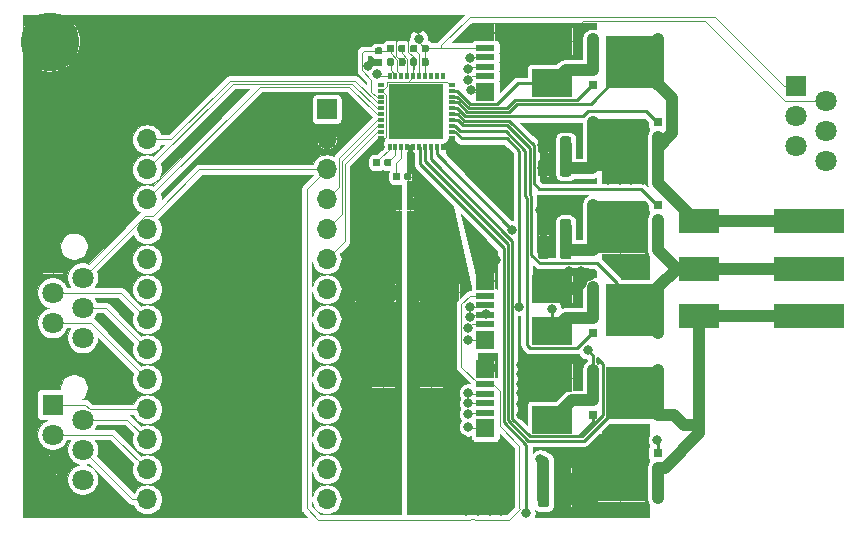
<source format=gbr>
G04 #@! TF.GenerationSoftware,KiCad,Pcbnew,5.1.3-ffb9f22~84~ubuntu18.04.1*
G04 #@! TF.CreationDate,2019-08-04T04:56:57-07:00*
G04 #@! TF.ProjectId,board,626f6172-642e-46b6-9963-61645f706362,rev?*
G04 #@! TF.SameCoordinates,Original*
G04 #@! TF.FileFunction,Copper,L1,Top*
G04 #@! TF.FilePolarity,Positive*
%FSLAX46Y46*%
G04 Gerber Fmt 4.6, Leading zero omitted, Abs format (unit mm)*
G04 Created by KiCad (PCBNEW 5.1.3-ffb9f22~84~ubuntu18.04.1) date 2019-08-04 04:56:57*
%MOMM*%
%LPD*%
G04 APERTURE LIST*
%ADD10C,5.000000*%
%ADD11R,0.300000X0.500000*%
%ADD12R,0.500000X0.300000*%
%ADD13R,1.150000X1.150000*%
%ADD14R,3.480000X2.400000*%
%ADD15R,1.600000X1.500000*%
%ADD16R,1.600000X0.500000*%
%ADD17R,3.500000X2.000000*%
%ADD18R,6.000000X2.000000*%
%ADD19R,1.200000X1.550000*%
%ADD20R,1.600000X1.550000*%
%ADD21R,4.290000X4.500000*%
%ADD22R,0.800000X0.700000*%
%ADD23C,0.100000*%
%ADD24C,0.590000*%
%ADD25R,2.000000X3.500000*%
%ADD26R,2.000000X6.000000*%
%ADD27C,0.975000*%
%ADD28C,1.600000*%
%ADD29C,1.800000*%
%ADD30R,1.800000X1.800000*%
%ADD31O,1.700000X1.700000*%
%ADD32R,1.700000X1.700000*%
%ADD33C,0.800000*%
%ADD34C,1.000000*%
%ADD35C,0.250000*%
%ADD36C,0.500000*%
%ADD37C,0.025400*%
G04 APERTURE END LIST*
D10*
X135790000Y-47280000D03*
D11*
X164525000Y-56175000D03*
X165025000Y-56175000D03*
X165525000Y-56175000D03*
X166025000Y-56175000D03*
X166525000Y-56175000D03*
X167025000Y-56175000D03*
X167525000Y-56175000D03*
X168025000Y-56175000D03*
X168525000Y-56175000D03*
X169025000Y-56175000D03*
D12*
X169775000Y-55425000D03*
X169775000Y-54925000D03*
X169775000Y-54425000D03*
X169775000Y-53925000D03*
X169775000Y-53425000D03*
X169775000Y-52925000D03*
X169775000Y-52425000D03*
X169775000Y-51925000D03*
X169775000Y-51425000D03*
X169775000Y-50925000D03*
D11*
X169025000Y-50175000D03*
X168525000Y-50175000D03*
X168025000Y-50175000D03*
X167525000Y-50175000D03*
X167025000Y-50175000D03*
X166525000Y-50175000D03*
X166025000Y-50175000D03*
X165525000Y-50175000D03*
X165025000Y-50175000D03*
X164525000Y-50175000D03*
D12*
X163775000Y-50925000D03*
X163775000Y-51425000D03*
X163775000Y-51925000D03*
X163775000Y-52425000D03*
X163775000Y-52925000D03*
X163775000Y-53425000D03*
X163775000Y-53925000D03*
X163775000Y-54425000D03*
X163775000Y-54925000D03*
X163775000Y-55425000D03*
D13*
X168500000Y-51450000D03*
X167350000Y-51450000D03*
X166200000Y-51450000D03*
X165050000Y-51450000D03*
X168500000Y-52600000D03*
X167350000Y-52600000D03*
X166200000Y-52600000D03*
X165050000Y-52600000D03*
X168500000Y-53750000D03*
X167350000Y-53750000D03*
X166200000Y-53750000D03*
X165050000Y-53750000D03*
X168500000Y-54900000D03*
X167350000Y-54900000D03*
X166200000Y-54900000D03*
X165050000Y-54900000D03*
D14*
X178320000Y-71775000D03*
X178320000Y-68225000D03*
D15*
X172650000Y-72500000D03*
D16*
X172650000Y-71200000D03*
X172650000Y-70400000D03*
X172650000Y-69600000D03*
X172650000Y-68800000D03*
D15*
X172650000Y-67500000D03*
D17*
X190750000Y-70500000D03*
D18*
X200000000Y-70500000D03*
D17*
X190750000Y-66500000D03*
D18*
X200000000Y-66500000D03*
X200000000Y-62500000D03*
D17*
X190750000Y-62500000D03*
D19*
X185250000Y-82910000D03*
X185250000Y-85090000D03*
D20*
X183250000Y-82910000D03*
X183250000Y-85090000D03*
D21*
X184000000Y-84000000D03*
D22*
X181750000Y-85910000D03*
X181750000Y-84640000D03*
X181750000Y-83360000D03*
X181750000Y-82090000D03*
X187250000Y-82090000D03*
X187250000Y-83360000D03*
X187250000Y-84640000D03*
X187250000Y-85910000D03*
X181750000Y-75090000D03*
X181750000Y-76360000D03*
X181750000Y-77640000D03*
X181750000Y-78910000D03*
X187250000Y-78910000D03*
X187250000Y-77640000D03*
X187250000Y-76360000D03*
X187250000Y-75090000D03*
D21*
X185000000Y-77000000D03*
D20*
X185750000Y-75910000D03*
X185750000Y-78090000D03*
D19*
X183750000Y-75910000D03*
X183750000Y-78090000D03*
D22*
X187250000Y-64910000D03*
X187250000Y-63640000D03*
X187250000Y-62360000D03*
X187250000Y-61090000D03*
X181750000Y-61090000D03*
X181750000Y-62360000D03*
X181750000Y-63640000D03*
X181750000Y-64910000D03*
D21*
X184000000Y-63000000D03*
D20*
X183250000Y-64090000D03*
X183250000Y-61910000D03*
D19*
X185250000Y-64090000D03*
X185250000Y-61910000D03*
X183750000Y-71090000D03*
X183750000Y-68910000D03*
D20*
X185750000Y-71090000D03*
X185750000Y-68910000D03*
D21*
X185000000Y-70000000D03*
D22*
X187250000Y-68090000D03*
X187250000Y-69360000D03*
X187250000Y-70640000D03*
X187250000Y-71910000D03*
X181750000Y-71910000D03*
X181750000Y-70640000D03*
X181750000Y-69360000D03*
X181750000Y-68090000D03*
D19*
X185250000Y-54910000D03*
X185250000Y-57090000D03*
D20*
X183250000Y-54910000D03*
X183250000Y-57090000D03*
D21*
X184000000Y-56000000D03*
D22*
X181750000Y-57910000D03*
X181750000Y-56640000D03*
X181750000Y-55360000D03*
X181750000Y-54090000D03*
X187250000Y-54090000D03*
X187250000Y-55360000D03*
X187250000Y-56640000D03*
X187250000Y-57910000D03*
X181750000Y-47090000D03*
X181750000Y-48360000D03*
X181750000Y-49640000D03*
X181750000Y-50910000D03*
X187250000Y-50910000D03*
X187250000Y-49640000D03*
X187250000Y-48360000D03*
X187250000Y-47090000D03*
D21*
X185000000Y-49000000D03*
D20*
X185750000Y-47910000D03*
X185750000Y-50090000D03*
D19*
X183750000Y-47910000D03*
X183750000Y-50090000D03*
D23*
G36*
X165476958Y-60930710D02*
G01*
X165491276Y-60932834D01*
X165505317Y-60936351D01*
X165518946Y-60941228D01*
X165532031Y-60947417D01*
X165544447Y-60954858D01*
X165556073Y-60963481D01*
X165566798Y-60973202D01*
X165576519Y-60983927D01*
X165585142Y-60995553D01*
X165592583Y-61007969D01*
X165598772Y-61021054D01*
X165603649Y-61034683D01*
X165607166Y-61048724D01*
X165609290Y-61063042D01*
X165610000Y-61077500D01*
X165610000Y-61422500D01*
X165609290Y-61436958D01*
X165607166Y-61451276D01*
X165603649Y-61465317D01*
X165598772Y-61478946D01*
X165592583Y-61492031D01*
X165585142Y-61504447D01*
X165576519Y-61516073D01*
X165566798Y-61526798D01*
X165556073Y-61536519D01*
X165544447Y-61545142D01*
X165532031Y-61552583D01*
X165518946Y-61558772D01*
X165505317Y-61563649D01*
X165491276Y-61567166D01*
X165476958Y-61569290D01*
X165462500Y-61570000D01*
X165167500Y-61570000D01*
X165153042Y-61569290D01*
X165138724Y-61567166D01*
X165124683Y-61563649D01*
X165111054Y-61558772D01*
X165097969Y-61552583D01*
X165085553Y-61545142D01*
X165073927Y-61536519D01*
X165063202Y-61526798D01*
X165053481Y-61516073D01*
X165044858Y-61504447D01*
X165037417Y-61492031D01*
X165031228Y-61478946D01*
X165026351Y-61465317D01*
X165022834Y-61451276D01*
X165020710Y-61436958D01*
X165020000Y-61422500D01*
X165020000Y-61077500D01*
X165020710Y-61063042D01*
X165022834Y-61048724D01*
X165026351Y-61034683D01*
X165031228Y-61021054D01*
X165037417Y-61007969D01*
X165044858Y-60995553D01*
X165053481Y-60983927D01*
X165063202Y-60973202D01*
X165073927Y-60963481D01*
X165085553Y-60954858D01*
X165097969Y-60947417D01*
X165111054Y-60941228D01*
X165124683Y-60936351D01*
X165138724Y-60932834D01*
X165153042Y-60930710D01*
X165167500Y-60930000D01*
X165462500Y-60930000D01*
X165476958Y-60930710D01*
X165476958Y-60930710D01*
G37*
D24*
X165315000Y-61250000D03*
D23*
G36*
X166446958Y-60930710D02*
G01*
X166461276Y-60932834D01*
X166475317Y-60936351D01*
X166488946Y-60941228D01*
X166502031Y-60947417D01*
X166514447Y-60954858D01*
X166526073Y-60963481D01*
X166536798Y-60973202D01*
X166546519Y-60983927D01*
X166555142Y-60995553D01*
X166562583Y-61007969D01*
X166568772Y-61021054D01*
X166573649Y-61034683D01*
X166577166Y-61048724D01*
X166579290Y-61063042D01*
X166580000Y-61077500D01*
X166580000Y-61422500D01*
X166579290Y-61436958D01*
X166577166Y-61451276D01*
X166573649Y-61465317D01*
X166568772Y-61478946D01*
X166562583Y-61492031D01*
X166555142Y-61504447D01*
X166546519Y-61516073D01*
X166536798Y-61526798D01*
X166526073Y-61536519D01*
X166514447Y-61545142D01*
X166502031Y-61552583D01*
X166488946Y-61558772D01*
X166475317Y-61563649D01*
X166461276Y-61567166D01*
X166446958Y-61569290D01*
X166432500Y-61570000D01*
X166137500Y-61570000D01*
X166123042Y-61569290D01*
X166108724Y-61567166D01*
X166094683Y-61563649D01*
X166081054Y-61558772D01*
X166067969Y-61552583D01*
X166055553Y-61545142D01*
X166043927Y-61536519D01*
X166033202Y-61526798D01*
X166023481Y-61516073D01*
X166014858Y-61504447D01*
X166007417Y-61492031D01*
X166001228Y-61478946D01*
X165996351Y-61465317D01*
X165992834Y-61451276D01*
X165990710Y-61436958D01*
X165990000Y-61422500D01*
X165990000Y-61077500D01*
X165990710Y-61063042D01*
X165992834Y-61048724D01*
X165996351Y-61034683D01*
X166001228Y-61021054D01*
X166007417Y-61007969D01*
X166014858Y-60995553D01*
X166023481Y-60983927D01*
X166033202Y-60973202D01*
X166043927Y-60963481D01*
X166055553Y-60954858D01*
X166067969Y-60947417D01*
X166081054Y-60941228D01*
X166094683Y-60936351D01*
X166108724Y-60932834D01*
X166123042Y-60930710D01*
X166137500Y-60930000D01*
X166432500Y-60930000D01*
X166446958Y-60930710D01*
X166446958Y-60930710D01*
G37*
D24*
X166285000Y-61250000D03*
D23*
G36*
X166446958Y-59880710D02*
G01*
X166461276Y-59882834D01*
X166475317Y-59886351D01*
X166488946Y-59891228D01*
X166502031Y-59897417D01*
X166514447Y-59904858D01*
X166526073Y-59913481D01*
X166536798Y-59923202D01*
X166546519Y-59933927D01*
X166555142Y-59945553D01*
X166562583Y-59957969D01*
X166568772Y-59971054D01*
X166573649Y-59984683D01*
X166577166Y-59998724D01*
X166579290Y-60013042D01*
X166580000Y-60027500D01*
X166580000Y-60372500D01*
X166579290Y-60386958D01*
X166577166Y-60401276D01*
X166573649Y-60415317D01*
X166568772Y-60428946D01*
X166562583Y-60442031D01*
X166555142Y-60454447D01*
X166546519Y-60466073D01*
X166536798Y-60476798D01*
X166526073Y-60486519D01*
X166514447Y-60495142D01*
X166502031Y-60502583D01*
X166488946Y-60508772D01*
X166475317Y-60513649D01*
X166461276Y-60517166D01*
X166446958Y-60519290D01*
X166432500Y-60520000D01*
X166137500Y-60520000D01*
X166123042Y-60519290D01*
X166108724Y-60517166D01*
X166094683Y-60513649D01*
X166081054Y-60508772D01*
X166067969Y-60502583D01*
X166055553Y-60495142D01*
X166043927Y-60486519D01*
X166033202Y-60476798D01*
X166023481Y-60466073D01*
X166014858Y-60454447D01*
X166007417Y-60442031D01*
X166001228Y-60428946D01*
X165996351Y-60415317D01*
X165992834Y-60401276D01*
X165990710Y-60386958D01*
X165990000Y-60372500D01*
X165990000Y-60027500D01*
X165990710Y-60013042D01*
X165992834Y-59998724D01*
X165996351Y-59984683D01*
X166001228Y-59971054D01*
X166007417Y-59957969D01*
X166014858Y-59945553D01*
X166023481Y-59933927D01*
X166033202Y-59923202D01*
X166043927Y-59913481D01*
X166055553Y-59904858D01*
X166067969Y-59897417D01*
X166081054Y-59891228D01*
X166094683Y-59886351D01*
X166108724Y-59882834D01*
X166123042Y-59880710D01*
X166137500Y-59880000D01*
X166432500Y-59880000D01*
X166446958Y-59880710D01*
X166446958Y-59880710D01*
G37*
D24*
X166285000Y-60200000D03*
D23*
G36*
X165476958Y-59880710D02*
G01*
X165491276Y-59882834D01*
X165505317Y-59886351D01*
X165518946Y-59891228D01*
X165532031Y-59897417D01*
X165544447Y-59904858D01*
X165556073Y-59913481D01*
X165566798Y-59923202D01*
X165576519Y-59933927D01*
X165585142Y-59945553D01*
X165592583Y-59957969D01*
X165598772Y-59971054D01*
X165603649Y-59984683D01*
X165607166Y-59998724D01*
X165609290Y-60013042D01*
X165610000Y-60027500D01*
X165610000Y-60372500D01*
X165609290Y-60386958D01*
X165607166Y-60401276D01*
X165603649Y-60415317D01*
X165598772Y-60428946D01*
X165592583Y-60442031D01*
X165585142Y-60454447D01*
X165576519Y-60466073D01*
X165566798Y-60476798D01*
X165556073Y-60486519D01*
X165544447Y-60495142D01*
X165532031Y-60502583D01*
X165518946Y-60508772D01*
X165505317Y-60513649D01*
X165491276Y-60517166D01*
X165476958Y-60519290D01*
X165462500Y-60520000D01*
X165167500Y-60520000D01*
X165153042Y-60519290D01*
X165138724Y-60517166D01*
X165124683Y-60513649D01*
X165111054Y-60508772D01*
X165097969Y-60502583D01*
X165085553Y-60495142D01*
X165073927Y-60486519D01*
X165063202Y-60476798D01*
X165053481Y-60466073D01*
X165044858Y-60454447D01*
X165037417Y-60442031D01*
X165031228Y-60428946D01*
X165026351Y-60415317D01*
X165022834Y-60401276D01*
X165020710Y-60386958D01*
X165020000Y-60372500D01*
X165020000Y-60027500D01*
X165020710Y-60013042D01*
X165022834Y-59998724D01*
X165026351Y-59984683D01*
X165031228Y-59971054D01*
X165037417Y-59957969D01*
X165044858Y-59945553D01*
X165053481Y-59933927D01*
X165063202Y-59923202D01*
X165073927Y-59913481D01*
X165085553Y-59904858D01*
X165097969Y-59897417D01*
X165111054Y-59891228D01*
X165124683Y-59886351D01*
X165138724Y-59882834D01*
X165153042Y-59880710D01*
X165167500Y-59880000D01*
X165462500Y-59880000D01*
X165476958Y-59880710D01*
X165476958Y-59880710D01*
G37*
D24*
X165315000Y-60200000D03*
D23*
G36*
X166246958Y-58380710D02*
G01*
X166261276Y-58382834D01*
X166275317Y-58386351D01*
X166288946Y-58391228D01*
X166302031Y-58397417D01*
X166314447Y-58404858D01*
X166326073Y-58413481D01*
X166336798Y-58423202D01*
X166346519Y-58433927D01*
X166355142Y-58445553D01*
X166362583Y-58457969D01*
X166368772Y-58471054D01*
X166373649Y-58484683D01*
X166377166Y-58498724D01*
X166379290Y-58513042D01*
X166380000Y-58527500D01*
X166380000Y-58872500D01*
X166379290Y-58886958D01*
X166377166Y-58901276D01*
X166373649Y-58915317D01*
X166368772Y-58928946D01*
X166362583Y-58942031D01*
X166355142Y-58954447D01*
X166346519Y-58966073D01*
X166336798Y-58976798D01*
X166326073Y-58986519D01*
X166314447Y-58995142D01*
X166302031Y-59002583D01*
X166288946Y-59008772D01*
X166275317Y-59013649D01*
X166261276Y-59017166D01*
X166246958Y-59019290D01*
X166232500Y-59020000D01*
X165937500Y-59020000D01*
X165923042Y-59019290D01*
X165908724Y-59017166D01*
X165894683Y-59013649D01*
X165881054Y-59008772D01*
X165867969Y-59002583D01*
X165855553Y-58995142D01*
X165843927Y-58986519D01*
X165833202Y-58976798D01*
X165823481Y-58966073D01*
X165814858Y-58954447D01*
X165807417Y-58942031D01*
X165801228Y-58928946D01*
X165796351Y-58915317D01*
X165792834Y-58901276D01*
X165790710Y-58886958D01*
X165790000Y-58872500D01*
X165790000Y-58527500D01*
X165790710Y-58513042D01*
X165792834Y-58498724D01*
X165796351Y-58484683D01*
X165801228Y-58471054D01*
X165807417Y-58457969D01*
X165814858Y-58445553D01*
X165823481Y-58433927D01*
X165833202Y-58423202D01*
X165843927Y-58413481D01*
X165855553Y-58404858D01*
X165867969Y-58397417D01*
X165881054Y-58391228D01*
X165894683Y-58386351D01*
X165908724Y-58382834D01*
X165923042Y-58380710D01*
X165937500Y-58380000D01*
X166232500Y-58380000D01*
X166246958Y-58380710D01*
X166246958Y-58380710D01*
G37*
D24*
X166085000Y-58700000D03*
D23*
G36*
X165276958Y-58380710D02*
G01*
X165291276Y-58382834D01*
X165305317Y-58386351D01*
X165318946Y-58391228D01*
X165332031Y-58397417D01*
X165344447Y-58404858D01*
X165356073Y-58413481D01*
X165366798Y-58423202D01*
X165376519Y-58433927D01*
X165385142Y-58445553D01*
X165392583Y-58457969D01*
X165398772Y-58471054D01*
X165403649Y-58484683D01*
X165407166Y-58498724D01*
X165409290Y-58513042D01*
X165410000Y-58527500D01*
X165410000Y-58872500D01*
X165409290Y-58886958D01*
X165407166Y-58901276D01*
X165403649Y-58915317D01*
X165398772Y-58928946D01*
X165392583Y-58942031D01*
X165385142Y-58954447D01*
X165376519Y-58966073D01*
X165366798Y-58976798D01*
X165356073Y-58986519D01*
X165344447Y-58995142D01*
X165332031Y-59002583D01*
X165318946Y-59008772D01*
X165305317Y-59013649D01*
X165291276Y-59017166D01*
X165276958Y-59019290D01*
X165262500Y-59020000D01*
X164967500Y-59020000D01*
X164953042Y-59019290D01*
X164938724Y-59017166D01*
X164924683Y-59013649D01*
X164911054Y-59008772D01*
X164897969Y-59002583D01*
X164885553Y-58995142D01*
X164873927Y-58986519D01*
X164863202Y-58976798D01*
X164853481Y-58966073D01*
X164844858Y-58954447D01*
X164837417Y-58942031D01*
X164831228Y-58928946D01*
X164826351Y-58915317D01*
X164822834Y-58901276D01*
X164820710Y-58886958D01*
X164820000Y-58872500D01*
X164820000Y-58527500D01*
X164820710Y-58513042D01*
X164822834Y-58498724D01*
X164826351Y-58484683D01*
X164831228Y-58471054D01*
X164837417Y-58457969D01*
X164844858Y-58445553D01*
X164853481Y-58433927D01*
X164863202Y-58423202D01*
X164873927Y-58413481D01*
X164885553Y-58404858D01*
X164897969Y-58397417D01*
X164911054Y-58391228D01*
X164924683Y-58386351D01*
X164938724Y-58382834D01*
X164953042Y-58380710D01*
X164967500Y-58380000D01*
X165262500Y-58380000D01*
X165276958Y-58380710D01*
X165276958Y-58380710D01*
G37*
D24*
X165115000Y-58700000D03*
D23*
G36*
X164546958Y-57180710D02*
G01*
X164561276Y-57182834D01*
X164575317Y-57186351D01*
X164588946Y-57191228D01*
X164602031Y-57197417D01*
X164614447Y-57204858D01*
X164626073Y-57213481D01*
X164636798Y-57223202D01*
X164646519Y-57233927D01*
X164655142Y-57245553D01*
X164662583Y-57257969D01*
X164668772Y-57271054D01*
X164673649Y-57284683D01*
X164677166Y-57298724D01*
X164679290Y-57313042D01*
X164680000Y-57327500D01*
X164680000Y-57672500D01*
X164679290Y-57686958D01*
X164677166Y-57701276D01*
X164673649Y-57715317D01*
X164668772Y-57728946D01*
X164662583Y-57742031D01*
X164655142Y-57754447D01*
X164646519Y-57766073D01*
X164636798Y-57776798D01*
X164626073Y-57786519D01*
X164614447Y-57795142D01*
X164602031Y-57802583D01*
X164588946Y-57808772D01*
X164575317Y-57813649D01*
X164561276Y-57817166D01*
X164546958Y-57819290D01*
X164532500Y-57820000D01*
X164237500Y-57820000D01*
X164223042Y-57819290D01*
X164208724Y-57817166D01*
X164194683Y-57813649D01*
X164181054Y-57808772D01*
X164167969Y-57802583D01*
X164155553Y-57795142D01*
X164143927Y-57786519D01*
X164133202Y-57776798D01*
X164123481Y-57766073D01*
X164114858Y-57754447D01*
X164107417Y-57742031D01*
X164101228Y-57728946D01*
X164096351Y-57715317D01*
X164092834Y-57701276D01*
X164090710Y-57686958D01*
X164090000Y-57672500D01*
X164090000Y-57327500D01*
X164090710Y-57313042D01*
X164092834Y-57298724D01*
X164096351Y-57284683D01*
X164101228Y-57271054D01*
X164107417Y-57257969D01*
X164114858Y-57245553D01*
X164123481Y-57233927D01*
X164133202Y-57223202D01*
X164143927Y-57213481D01*
X164155553Y-57204858D01*
X164167969Y-57197417D01*
X164181054Y-57191228D01*
X164194683Y-57186351D01*
X164208724Y-57182834D01*
X164223042Y-57180710D01*
X164237500Y-57180000D01*
X164532500Y-57180000D01*
X164546958Y-57180710D01*
X164546958Y-57180710D01*
G37*
D24*
X164385000Y-57500000D03*
D23*
G36*
X163576958Y-57180710D02*
G01*
X163591276Y-57182834D01*
X163605317Y-57186351D01*
X163618946Y-57191228D01*
X163632031Y-57197417D01*
X163644447Y-57204858D01*
X163656073Y-57213481D01*
X163666798Y-57223202D01*
X163676519Y-57233927D01*
X163685142Y-57245553D01*
X163692583Y-57257969D01*
X163698772Y-57271054D01*
X163703649Y-57284683D01*
X163707166Y-57298724D01*
X163709290Y-57313042D01*
X163710000Y-57327500D01*
X163710000Y-57672500D01*
X163709290Y-57686958D01*
X163707166Y-57701276D01*
X163703649Y-57715317D01*
X163698772Y-57728946D01*
X163692583Y-57742031D01*
X163685142Y-57754447D01*
X163676519Y-57766073D01*
X163666798Y-57776798D01*
X163656073Y-57786519D01*
X163644447Y-57795142D01*
X163632031Y-57802583D01*
X163618946Y-57808772D01*
X163605317Y-57813649D01*
X163591276Y-57817166D01*
X163576958Y-57819290D01*
X163562500Y-57820000D01*
X163267500Y-57820000D01*
X163253042Y-57819290D01*
X163238724Y-57817166D01*
X163224683Y-57813649D01*
X163211054Y-57808772D01*
X163197969Y-57802583D01*
X163185553Y-57795142D01*
X163173927Y-57786519D01*
X163163202Y-57776798D01*
X163153481Y-57766073D01*
X163144858Y-57754447D01*
X163137417Y-57742031D01*
X163131228Y-57728946D01*
X163126351Y-57715317D01*
X163122834Y-57701276D01*
X163120710Y-57686958D01*
X163120000Y-57672500D01*
X163120000Y-57327500D01*
X163120710Y-57313042D01*
X163122834Y-57298724D01*
X163126351Y-57284683D01*
X163131228Y-57271054D01*
X163137417Y-57257969D01*
X163144858Y-57245553D01*
X163153481Y-57233927D01*
X163163202Y-57223202D01*
X163173927Y-57213481D01*
X163185553Y-57204858D01*
X163197969Y-57197417D01*
X163211054Y-57191228D01*
X163224683Y-57186351D01*
X163238724Y-57182834D01*
X163253042Y-57180710D01*
X163267500Y-57180000D01*
X163562500Y-57180000D01*
X163576958Y-57180710D01*
X163576958Y-57180710D01*
G37*
D24*
X163415000Y-57500000D03*
D23*
G36*
X163786958Y-48740710D02*
G01*
X163801276Y-48742834D01*
X163815317Y-48746351D01*
X163828946Y-48751228D01*
X163842031Y-48757417D01*
X163854447Y-48764858D01*
X163866073Y-48773481D01*
X163876798Y-48783202D01*
X163886519Y-48793927D01*
X163895142Y-48805553D01*
X163902583Y-48817969D01*
X163908772Y-48831054D01*
X163913649Y-48844683D01*
X163917166Y-48858724D01*
X163919290Y-48873042D01*
X163920000Y-48887500D01*
X163920000Y-49182500D01*
X163919290Y-49196958D01*
X163917166Y-49211276D01*
X163913649Y-49225317D01*
X163908772Y-49238946D01*
X163902583Y-49252031D01*
X163895142Y-49264447D01*
X163886519Y-49276073D01*
X163876798Y-49286798D01*
X163866073Y-49296519D01*
X163854447Y-49305142D01*
X163842031Y-49312583D01*
X163828946Y-49318772D01*
X163815317Y-49323649D01*
X163801276Y-49327166D01*
X163786958Y-49329290D01*
X163772500Y-49330000D01*
X163427500Y-49330000D01*
X163413042Y-49329290D01*
X163398724Y-49327166D01*
X163384683Y-49323649D01*
X163371054Y-49318772D01*
X163357969Y-49312583D01*
X163345553Y-49305142D01*
X163333927Y-49296519D01*
X163323202Y-49286798D01*
X163313481Y-49276073D01*
X163304858Y-49264447D01*
X163297417Y-49252031D01*
X163291228Y-49238946D01*
X163286351Y-49225317D01*
X163282834Y-49211276D01*
X163280710Y-49196958D01*
X163280000Y-49182500D01*
X163280000Y-48887500D01*
X163280710Y-48873042D01*
X163282834Y-48858724D01*
X163286351Y-48844683D01*
X163291228Y-48831054D01*
X163297417Y-48817969D01*
X163304858Y-48805553D01*
X163313481Y-48793927D01*
X163323202Y-48783202D01*
X163333927Y-48773481D01*
X163345553Y-48764858D01*
X163357969Y-48757417D01*
X163371054Y-48751228D01*
X163384683Y-48746351D01*
X163398724Y-48742834D01*
X163413042Y-48740710D01*
X163427500Y-48740000D01*
X163772500Y-48740000D01*
X163786958Y-48740710D01*
X163786958Y-48740710D01*
G37*
D24*
X163600000Y-49035000D03*
D23*
G36*
X163786958Y-47770710D02*
G01*
X163801276Y-47772834D01*
X163815317Y-47776351D01*
X163828946Y-47781228D01*
X163842031Y-47787417D01*
X163854447Y-47794858D01*
X163866073Y-47803481D01*
X163876798Y-47813202D01*
X163886519Y-47823927D01*
X163895142Y-47835553D01*
X163902583Y-47847969D01*
X163908772Y-47861054D01*
X163913649Y-47874683D01*
X163917166Y-47888724D01*
X163919290Y-47903042D01*
X163920000Y-47917500D01*
X163920000Y-48212500D01*
X163919290Y-48226958D01*
X163917166Y-48241276D01*
X163913649Y-48255317D01*
X163908772Y-48268946D01*
X163902583Y-48282031D01*
X163895142Y-48294447D01*
X163886519Y-48306073D01*
X163876798Y-48316798D01*
X163866073Y-48326519D01*
X163854447Y-48335142D01*
X163842031Y-48342583D01*
X163828946Y-48348772D01*
X163815317Y-48353649D01*
X163801276Y-48357166D01*
X163786958Y-48359290D01*
X163772500Y-48360000D01*
X163427500Y-48360000D01*
X163413042Y-48359290D01*
X163398724Y-48357166D01*
X163384683Y-48353649D01*
X163371054Y-48348772D01*
X163357969Y-48342583D01*
X163345553Y-48335142D01*
X163333927Y-48326519D01*
X163323202Y-48316798D01*
X163313481Y-48306073D01*
X163304858Y-48294447D01*
X163297417Y-48282031D01*
X163291228Y-48268946D01*
X163286351Y-48255317D01*
X163282834Y-48241276D01*
X163280710Y-48226958D01*
X163280000Y-48212500D01*
X163280000Y-47917500D01*
X163280710Y-47903042D01*
X163282834Y-47888724D01*
X163286351Y-47874683D01*
X163291228Y-47861054D01*
X163297417Y-47847969D01*
X163304858Y-47835553D01*
X163313481Y-47823927D01*
X163323202Y-47813202D01*
X163333927Y-47803481D01*
X163345553Y-47794858D01*
X163357969Y-47787417D01*
X163371054Y-47781228D01*
X163384683Y-47776351D01*
X163398724Y-47772834D01*
X163413042Y-47770710D01*
X163427500Y-47770000D01*
X163772500Y-47770000D01*
X163786958Y-47770710D01*
X163786958Y-47770710D01*
G37*
D24*
X163600000Y-48065000D03*
D23*
G36*
X167696958Y-48680710D02*
G01*
X167711276Y-48682834D01*
X167725317Y-48686351D01*
X167738946Y-48691228D01*
X167752031Y-48697417D01*
X167764447Y-48704858D01*
X167776073Y-48713481D01*
X167786798Y-48723202D01*
X167796519Y-48733927D01*
X167805142Y-48745553D01*
X167812583Y-48757969D01*
X167818772Y-48771054D01*
X167823649Y-48784683D01*
X167827166Y-48798724D01*
X167829290Y-48813042D01*
X167830000Y-48827500D01*
X167830000Y-49172500D01*
X167829290Y-49186958D01*
X167827166Y-49201276D01*
X167823649Y-49215317D01*
X167818772Y-49228946D01*
X167812583Y-49242031D01*
X167805142Y-49254447D01*
X167796519Y-49266073D01*
X167786798Y-49276798D01*
X167776073Y-49286519D01*
X167764447Y-49295142D01*
X167752031Y-49302583D01*
X167738946Y-49308772D01*
X167725317Y-49313649D01*
X167711276Y-49317166D01*
X167696958Y-49319290D01*
X167682500Y-49320000D01*
X167387500Y-49320000D01*
X167373042Y-49319290D01*
X167358724Y-49317166D01*
X167344683Y-49313649D01*
X167331054Y-49308772D01*
X167317969Y-49302583D01*
X167305553Y-49295142D01*
X167293927Y-49286519D01*
X167283202Y-49276798D01*
X167273481Y-49266073D01*
X167264858Y-49254447D01*
X167257417Y-49242031D01*
X167251228Y-49228946D01*
X167246351Y-49215317D01*
X167242834Y-49201276D01*
X167240710Y-49186958D01*
X167240000Y-49172500D01*
X167240000Y-48827500D01*
X167240710Y-48813042D01*
X167242834Y-48798724D01*
X167246351Y-48784683D01*
X167251228Y-48771054D01*
X167257417Y-48757969D01*
X167264858Y-48745553D01*
X167273481Y-48733927D01*
X167283202Y-48723202D01*
X167293927Y-48713481D01*
X167305553Y-48704858D01*
X167317969Y-48697417D01*
X167331054Y-48691228D01*
X167344683Y-48686351D01*
X167358724Y-48682834D01*
X167373042Y-48680710D01*
X167387500Y-48680000D01*
X167682500Y-48680000D01*
X167696958Y-48680710D01*
X167696958Y-48680710D01*
G37*
D24*
X167535000Y-49000000D03*
D23*
G36*
X166726958Y-48680710D02*
G01*
X166741276Y-48682834D01*
X166755317Y-48686351D01*
X166768946Y-48691228D01*
X166782031Y-48697417D01*
X166794447Y-48704858D01*
X166806073Y-48713481D01*
X166816798Y-48723202D01*
X166826519Y-48733927D01*
X166835142Y-48745553D01*
X166842583Y-48757969D01*
X166848772Y-48771054D01*
X166853649Y-48784683D01*
X166857166Y-48798724D01*
X166859290Y-48813042D01*
X166860000Y-48827500D01*
X166860000Y-49172500D01*
X166859290Y-49186958D01*
X166857166Y-49201276D01*
X166853649Y-49215317D01*
X166848772Y-49228946D01*
X166842583Y-49242031D01*
X166835142Y-49254447D01*
X166826519Y-49266073D01*
X166816798Y-49276798D01*
X166806073Y-49286519D01*
X166794447Y-49295142D01*
X166782031Y-49302583D01*
X166768946Y-49308772D01*
X166755317Y-49313649D01*
X166741276Y-49317166D01*
X166726958Y-49319290D01*
X166712500Y-49320000D01*
X166417500Y-49320000D01*
X166403042Y-49319290D01*
X166388724Y-49317166D01*
X166374683Y-49313649D01*
X166361054Y-49308772D01*
X166347969Y-49302583D01*
X166335553Y-49295142D01*
X166323927Y-49286519D01*
X166313202Y-49276798D01*
X166303481Y-49266073D01*
X166294858Y-49254447D01*
X166287417Y-49242031D01*
X166281228Y-49228946D01*
X166276351Y-49215317D01*
X166272834Y-49201276D01*
X166270710Y-49186958D01*
X166270000Y-49172500D01*
X166270000Y-48827500D01*
X166270710Y-48813042D01*
X166272834Y-48798724D01*
X166276351Y-48784683D01*
X166281228Y-48771054D01*
X166287417Y-48757969D01*
X166294858Y-48745553D01*
X166303481Y-48733927D01*
X166313202Y-48723202D01*
X166323927Y-48713481D01*
X166335553Y-48704858D01*
X166347969Y-48697417D01*
X166361054Y-48691228D01*
X166374683Y-48686351D01*
X166388724Y-48682834D01*
X166403042Y-48680710D01*
X166417500Y-48680000D01*
X166712500Y-48680000D01*
X166726958Y-48680710D01*
X166726958Y-48680710D01*
G37*
D24*
X166565000Y-49000000D03*
D23*
G36*
X165740958Y-47537710D02*
G01*
X165755276Y-47539834D01*
X165769317Y-47543351D01*
X165782946Y-47548228D01*
X165796031Y-47554417D01*
X165808447Y-47561858D01*
X165820073Y-47570481D01*
X165830798Y-47580202D01*
X165840519Y-47590927D01*
X165849142Y-47602553D01*
X165856583Y-47614969D01*
X165862772Y-47628054D01*
X165867649Y-47641683D01*
X165871166Y-47655724D01*
X165873290Y-47670042D01*
X165874000Y-47684500D01*
X165874000Y-48029500D01*
X165873290Y-48043958D01*
X165871166Y-48058276D01*
X165867649Y-48072317D01*
X165862772Y-48085946D01*
X165856583Y-48099031D01*
X165849142Y-48111447D01*
X165840519Y-48123073D01*
X165830798Y-48133798D01*
X165820073Y-48143519D01*
X165808447Y-48152142D01*
X165796031Y-48159583D01*
X165782946Y-48165772D01*
X165769317Y-48170649D01*
X165755276Y-48174166D01*
X165740958Y-48176290D01*
X165726500Y-48177000D01*
X165431500Y-48177000D01*
X165417042Y-48176290D01*
X165402724Y-48174166D01*
X165388683Y-48170649D01*
X165375054Y-48165772D01*
X165361969Y-48159583D01*
X165349553Y-48152142D01*
X165337927Y-48143519D01*
X165327202Y-48133798D01*
X165317481Y-48123073D01*
X165308858Y-48111447D01*
X165301417Y-48099031D01*
X165295228Y-48085946D01*
X165290351Y-48072317D01*
X165286834Y-48058276D01*
X165284710Y-48043958D01*
X165284000Y-48029500D01*
X165284000Y-47684500D01*
X165284710Y-47670042D01*
X165286834Y-47655724D01*
X165290351Y-47641683D01*
X165295228Y-47628054D01*
X165301417Y-47614969D01*
X165308858Y-47602553D01*
X165317481Y-47590927D01*
X165327202Y-47580202D01*
X165337927Y-47570481D01*
X165349553Y-47561858D01*
X165361969Y-47554417D01*
X165375054Y-47548228D01*
X165388683Y-47543351D01*
X165402724Y-47539834D01*
X165417042Y-47537710D01*
X165431500Y-47537000D01*
X165726500Y-47537000D01*
X165740958Y-47537710D01*
X165740958Y-47537710D01*
G37*
D24*
X165579000Y-47857000D03*
D23*
G36*
X164770958Y-47537710D02*
G01*
X164785276Y-47539834D01*
X164799317Y-47543351D01*
X164812946Y-47548228D01*
X164826031Y-47554417D01*
X164838447Y-47561858D01*
X164850073Y-47570481D01*
X164860798Y-47580202D01*
X164870519Y-47590927D01*
X164879142Y-47602553D01*
X164886583Y-47614969D01*
X164892772Y-47628054D01*
X164897649Y-47641683D01*
X164901166Y-47655724D01*
X164903290Y-47670042D01*
X164904000Y-47684500D01*
X164904000Y-48029500D01*
X164903290Y-48043958D01*
X164901166Y-48058276D01*
X164897649Y-48072317D01*
X164892772Y-48085946D01*
X164886583Y-48099031D01*
X164879142Y-48111447D01*
X164870519Y-48123073D01*
X164860798Y-48133798D01*
X164850073Y-48143519D01*
X164838447Y-48152142D01*
X164826031Y-48159583D01*
X164812946Y-48165772D01*
X164799317Y-48170649D01*
X164785276Y-48174166D01*
X164770958Y-48176290D01*
X164756500Y-48177000D01*
X164461500Y-48177000D01*
X164447042Y-48176290D01*
X164432724Y-48174166D01*
X164418683Y-48170649D01*
X164405054Y-48165772D01*
X164391969Y-48159583D01*
X164379553Y-48152142D01*
X164367927Y-48143519D01*
X164357202Y-48133798D01*
X164347481Y-48123073D01*
X164338858Y-48111447D01*
X164331417Y-48099031D01*
X164325228Y-48085946D01*
X164320351Y-48072317D01*
X164316834Y-48058276D01*
X164314710Y-48043958D01*
X164314000Y-48029500D01*
X164314000Y-47684500D01*
X164314710Y-47670042D01*
X164316834Y-47655724D01*
X164320351Y-47641683D01*
X164325228Y-47628054D01*
X164331417Y-47614969D01*
X164338858Y-47602553D01*
X164347481Y-47590927D01*
X164357202Y-47580202D01*
X164367927Y-47570481D01*
X164379553Y-47561858D01*
X164391969Y-47554417D01*
X164405054Y-47548228D01*
X164418683Y-47543351D01*
X164432724Y-47539834D01*
X164447042Y-47537710D01*
X164461500Y-47537000D01*
X164756500Y-47537000D01*
X164770958Y-47537710D01*
X164770958Y-47537710D01*
G37*
D24*
X164609000Y-47857000D03*
D23*
G36*
X164776958Y-48680710D02*
G01*
X164791276Y-48682834D01*
X164805317Y-48686351D01*
X164818946Y-48691228D01*
X164832031Y-48697417D01*
X164844447Y-48704858D01*
X164856073Y-48713481D01*
X164866798Y-48723202D01*
X164876519Y-48733927D01*
X164885142Y-48745553D01*
X164892583Y-48757969D01*
X164898772Y-48771054D01*
X164903649Y-48784683D01*
X164907166Y-48798724D01*
X164909290Y-48813042D01*
X164910000Y-48827500D01*
X164910000Y-49172500D01*
X164909290Y-49186958D01*
X164907166Y-49201276D01*
X164903649Y-49215317D01*
X164898772Y-49228946D01*
X164892583Y-49242031D01*
X164885142Y-49254447D01*
X164876519Y-49266073D01*
X164866798Y-49276798D01*
X164856073Y-49286519D01*
X164844447Y-49295142D01*
X164832031Y-49302583D01*
X164818946Y-49308772D01*
X164805317Y-49313649D01*
X164791276Y-49317166D01*
X164776958Y-49319290D01*
X164762500Y-49320000D01*
X164467500Y-49320000D01*
X164453042Y-49319290D01*
X164438724Y-49317166D01*
X164424683Y-49313649D01*
X164411054Y-49308772D01*
X164397969Y-49302583D01*
X164385553Y-49295142D01*
X164373927Y-49286519D01*
X164363202Y-49276798D01*
X164353481Y-49266073D01*
X164344858Y-49254447D01*
X164337417Y-49242031D01*
X164331228Y-49228946D01*
X164326351Y-49215317D01*
X164322834Y-49201276D01*
X164320710Y-49186958D01*
X164320000Y-49172500D01*
X164320000Y-48827500D01*
X164320710Y-48813042D01*
X164322834Y-48798724D01*
X164326351Y-48784683D01*
X164331228Y-48771054D01*
X164337417Y-48757969D01*
X164344858Y-48745553D01*
X164353481Y-48733927D01*
X164363202Y-48723202D01*
X164373927Y-48713481D01*
X164385553Y-48704858D01*
X164397969Y-48697417D01*
X164411054Y-48691228D01*
X164424683Y-48686351D01*
X164438724Y-48682834D01*
X164453042Y-48680710D01*
X164467500Y-48680000D01*
X164762500Y-48680000D01*
X164776958Y-48680710D01*
X164776958Y-48680710D01*
G37*
D24*
X164615000Y-49000000D03*
D23*
G36*
X165746958Y-48680710D02*
G01*
X165761276Y-48682834D01*
X165775317Y-48686351D01*
X165788946Y-48691228D01*
X165802031Y-48697417D01*
X165814447Y-48704858D01*
X165826073Y-48713481D01*
X165836798Y-48723202D01*
X165846519Y-48733927D01*
X165855142Y-48745553D01*
X165862583Y-48757969D01*
X165868772Y-48771054D01*
X165873649Y-48784683D01*
X165877166Y-48798724D01*
X165879290Y-48813042D01*
X165880000Y-48827500D01*
X165880000Y-49172500D01*
X165879290Y-49186958D01*
X165877166Y-49201276D01*
X165873649Y-49215317D01*
X165868772Y-49228946D01*
X165862583Y-49242031D01*
X165855142Y-49254447D01*
X165846519Y-49266073D01*
X165836798Y-49276798D01*
X165826073Y-49286519D01*
X165814447Y-49295142D01*
X165802031Y-49302583D01*
X165788946Y-49308772D01*
X165775317Y-49313649D01*
X165761276Y-49317166D01*
X165746958Y-49319290D01*
X165732500Y-49320000D01*
X165437500Y-49320000D01*
X165423042Y-49319290D01*
X165408724Y-49317166D01*
X165394683Y-49313649D01*
X165381054Y-49308772D01*
X165367969Y-49302583D01*
X165355553Y-49295142D01*
X165343927Y-49286519D01*
X165333202Y-49276798D01*
X165323481Y-49266073D01*
X165314858Y-49254447D01*
X165307417Y-49242031D01*
X165301228Y-49228946D01*
X165296351Y-49215317D01*
X165292834Y-49201276D01*
X165290710Y-49186958D01*
X165290000Y-49172500D01*
X165290000Y-48827500D01*
X165290710Y-48813042D01*
X165292834Y-48798724D01*
X165296351Y-48784683D01*
X165301228Y-48771054D01*
X165307417Y-48757969D01*
X165314858Y-48745553D01*
X165323481Y-48733927D01*
X165333202Y-48723202D01*
X165343927Y-48713481D01*
X165355553Y-48704858D01*
X165367969Y-48697417D01*
X165381054Y-48691228D01*
X165394683Y-48686351D01*
X165408724Y-48682834D01*
X165423042Y-48680710D01*
X165437500Y-48680000D01*
X165732500Y-48680000D01*
X165746958Y-48680710D01*
X165746958Y-48680710D01*
G37*
D24*
X165585000Y-49000000D03*
D23*
G36*
X166726958Y-47537710D02*
G01*
X166741276Y-47539834D01*
X166755317Y-47543351D01*
X166768946Y-47548228D01*
X166782031Y-47554417D01*
X166794447Y-47561858D01*
X166806073Y-47570481D01*
X166816798Y-47580202D01*
X166826519Y-47590927D01*
X166835142Y-47602553D01*
X166842583Y-47614969D01*
X166848772Y-47628054D01*
X166853649Y-47641683D01*
X166857166Y-47655724D01*
X166859290Y-47670042D01*
X166860000Y-47684500D01*
X166860000Y-48029500D01*
X166859290Y-48043958D01*
X166857166Y-48058276D01*
X166853649Y-48072317D01*
X166848772Y-48085946D01*
X166842583Y-48099031D01*
X166835142Y-48111447D01*
X166826519Y-48123073D01*
X166816798Y-48133798D01*
X166806073Y-48143519D01*
X166794447Y-48152142D01*
X166782031Y-48159583D01*
X166768946Y-48165772D01*
X166755317Y-48170649D01*
X166741276Y-48174166D01*
X166726958Y-48176290D01*
X166712500Y-48177000D01*
X166417500Y-48177000D01*
X166403042Y-48176290D01*
X166388724Y-48174166D01*
X166374683Y-48170649D01*
X166361054Y-48165772D01*
X166347969Y-48159583D01*
X166335553Y-48152142D01*
X166323927Y-48143519D01*
X166313202Y-48133798D01*
X166303481Y-48123073D01*
X166294858Y-48111447D01*
X166287417Y-48099031D01*
X166281228Y-48085946D01*
X166276351Y-48072317D01*
X166272834Y-48058276D01*
X166270710Y-48043958D01*
X166270000Y-48029500D01*
X166270000Y-47684500D01*
X166270710Y-47670042D01*
X166272834Y-47655724D01*
X166276351Y-47641683D01*
X166281228Y-47628054D01*
X166287417Y-47614969D01*
X166294858Y-47602553D01*
X166303481Y-47590927D01*
X166313202Y-47580202D01*
X166323927Y-47570481D01*
X166335553Y-47561858D01*
X166347969Y-47554417D01*
X166361054Y-47548228D01*
X166374683Y-47543351D01*
X166388724Y-47539834D01*
X166403042Y-47537710D01*
X166417500Y-47537000D01*
X166712500Y-47537000D01*
X166726958Y-47537710D01*
X166726958Y-47537710D01*
G37*
D24*
X166565000Y-47857000D03*
D23*
G36*
X167696958Y-47537710D02*
G01*
X167711276Y-47539834D01*
X167725317Y-47543351D01*
X167738946Y-47548228D01*
X167752031Y-47554417D01*
X167764447Y-47561858D01*
X167776073Y-47570481D01*
X167786798Y-47580202D01*
X167796519Y-47590927D01*
X167805142Y-47602553D01*
X167812583Y-47614969D01*
X167818772Y-47628054D01*
X167823649Y-47641683D01*
X167827166Y-47655724D01*
X167829290Y-47670042D01*
X167830000Y-47684500D01*
X167830000Y-48029500D01*
X167829290Y-48043958D01*
X167827166Y-48058276D01*
X167823649Y-48072317D01*
X167818772Y-48085946D01*
X167812583Y-48099031D01*
X167805142Y-48111447D01*
X167796519Y-48123073D01*
X167786798Y-48133798D01*
X167776073Y-48143519D01*
X167764447Y-48152142D01*
X167752031Y-48159583D01*
X167738946Y-48165772D01*
X167725317Y-48170649D01*
X167711276Y-48174166D01*
X167696958Y-48176290D01*
X167682500Y-48177000D01*
X167387500Y-48177000D01*
X167373042Y-48176290D01*
X167358724Y-48174166D01*
X167344683Y-48170649D01*
X167331054Y-48165772D01*
X167317969Y-48159583D01*
X167305553Y-48152142D01*
X167293927Y-48143519D01*
X167283202Y-48133798D01*
X167273481Y-48123073D01*
X167264858Y-48111447D01*
X167257417Y-48099031D01*
X167251228Y-48085946D01*
X167246351Y-48072317D01*
X167242834Y-48058276D01*
X167240710Y-48043958D01*
X167240000Y-48029500D01*
X167240000Y-47684500D01*
X167240710Y-47670042D01*
X167242834Y-47655724D01*
X167246351Y-47641683D01*
X167251228Y-47628054D01*
X167257417Y-47614969D01*
X167264858Y-47602553D01*
X167273481Y-47590927D01*
X167283202Y-47580202D01*
X167293927Y-47570481D01*
X167305553Y-47561858D01*
X167317969Y-47554417D01*
X167331054Y-47548228D01*
X167344683Y-47543351D01*
X167358724Y-47539834D01*
X167373042Y-47537710D01*
X167387500Y-47537000D01*
X167682500Y-47537000D01*
X167696958Y-47537710D01*
X167696958Y-47537710D01*
G37*
D24*
X167535000Y-47857000D03*
D25*
X164000000Y-74850000D03*
D26*
X164000000Y-84100000D03*
X168000000Y-84100000D03*
D25*
X168000000Y-74850000D03*
D15*
X172650000Y-75000000D03*
D16*
X172650000Y-76300000D03*
X172650000Y-77100000D03*
X172650000Y-77900000D03*
X172650000Y-78700000D03*
D15*
X172650000Y-80000000D03*
D14*
X178320000Y-75725000D03*
X178320000Y-79275000D03*
D15*
X172650000Y-46500000D03*
D16*
X172650000Y-47800000D03*
X172650000Y-48600000D03*
X172650000Y-49400000D03*
X172650000Y-50200000D03*
D15*
X172650000Y-51500000D03*
D14*
X178320000Y-47225000D03*
X178320000Y-50775000D03*
D23*
G36*
X177830142Y-64301174D02*
G01*
X177853803Y-64304684D01*
X177877007Y-64310496D01*
X177899529Y-64318554D01*
X177921153Y-64328782D01*
X177941670Y-64341079D01*
X177960883Y-64355329D01*
X177978607Y-64371393D01*
X177994671Y-64389117D01*
X178008921Y-64408330D01*
X178021218Y-64428847D01*
X178031446Y-64450471D01*
X178039504Y-64472993D01*
X178045316Y-64496197D01*
X178048826Y-64519858D01*
X178050000Y-64543750D01*
X178050000Y-65456250D01*
X178048826Y-65480142D01*
X178045316Y-65503803D01*
X178039504Y-65527007D01*
X178031446Y-65549529D01*
X178021218Y-65571153D01*
X178008921Y-65591670D01*
X177994671Y-65610883D01*
X177978607Y-65628607D01*
X177960883Y-65644671D01*
X177941670Y-65658921D01*
X177921153Y-65671218D01*
X177899529Y-65681446D01*
X177877007Y-65689504D01*
X177853803Y-65695316D01*
X177830142Y-65698826D01*
X177806250Y-65700000D01*
X177318750Y-65700000D01*
X177294858Y-65698826D01*
X177271197Y-65695316D01*
X177247993Y-65689504D01*
X177225471Y-65681446D01*
X177203847Y-65671218D01*
X177183330Y-65658921D01*
X177164117Y-65644671D01*
X177146393Y-65628607D01*
X177130329Y-65610883D01*
X177116079Y-65591670D01*
X177103782Y-65571153D01*
X177093554Y-65549529D01*
X177085496Y-65527007D01*
X177079684Y-65503803D01*
X177076174Y-65480142D01*
X177075000Y-65456250D01*
X177075000Y-64543750D01*
X177076174Y-64519858D01*
X177079684Y-64496197D01*
X177085496Y-64472993D01*
X177093554Y-64450471D01*
X177103782Y-64428847D01*
X177116079Y-64408330D01*
X177130329Y-64389117D01*
X177146393Y-64371393D01*
X177164117Y-64355329D01*
X177183330Y-64341079D01*
X177203847Y-64328782D01*
X177225471Y-64318554D01*
X177247993Y-64310496D01*
X177271197Y-64304684D01*
X177294858Y-64301174D01*
X177318750Y-64300000D01*
X177806250Y-64300000D01*
X177830142Y-64301174D01*
X177830142Y-64301174D01*
G37*
D27*
X177562500Y-65000000D03*
D23*
G36*
X179705142Y-64301174D02*
G01*
X179728803Y-64304684D01*
X179752007Y-64310496D01*
X179774529Y-64318554D01*
X179796153Y-64328782D01*
X179816670Y-64341079D01*
X179835883Y-64355329D01*
X179853607Y-64371393D01*
X179869671Y-64389117D01*
X179883921Y-64408330D01*
X179896218Y-64428847D01*
X179906446Y-64450471D01*
X179914504Y-64472993D01*
X179920316Y-64496197D01*
X179923826Y-64519858D01*
X179925000Y-64543750D01*
X179925000Y-65456250D01*
X179923826Y-65480142D01*
X179920316Y-65503803D01*
X179914504Y-65527007D01*
X179906446Y-65549529D01*
X179896218Y-65571153D01*
X179883921Y-65591670D01*
X179869671Y-65610883D01*
X179853607Y-65628607D01*
X179835883Y-65644671D01*
X179816670Y-65658921D01*
X179796153Y-65671218D01*
X179774529Y-65681446D01*
X179752007Y-65689504D01*
X179728803Y-65695316D01*
X179705142Y-65698826D01*
X179681250Y-65700000D01*
X179193750Y-65700000D01*
X179169858Y-65698826D01*
X179146197Y-65695316D01*
X179122993Y-65689504D01*
X179100471Y-65681446D01*
X179078847Y-65671218D01*
X179058330Y-65658921D01*
X179039117Y-65644671D01*
X179021393Y-65628607D01*
X179005329Y-65610883D01*
X178991079Y-65591670D01*
X178978782Y-65571153D01*
X178968554Y-65549529D01*
X178960496Y-65527007D01*
X178954684Y-65503803D01*
X178951174Y-65480142D01*
X178950000Y-65456250D01*
X178950000Y-64543750D01*
X178951174Y-64519858D01*
X178954684Y-64496197D01*
X178960496Y-64472993D01*
X178968554Y-64450471D01*
X178978782Y-64428847D01*
X178991079Y-64408330D01*
X179005329Y-64389117D01*
X179021393Y-64371393D01*
X179039117Y-64355329D01*
X179058330Y-64341079D01*
X179078847Y-64328782D01*
X179100471Y-64318554D01*
X179122993Y-64310496D01*
X179146197Y-64304684D01*
X179169858Y-64301174D01*
X179193750Y-64300000D01*
X179681250Y-64300000D01*
X179705142Y-64301174D01*
X179705142Y-64301174D01*
G37*
D27*
X179437500Y-65000000D03*
D23*
G36*
X179705142Y-57301174D02*
G01*
X179728803Y-57304684D01*
X179752007Y-57310496D01*
X179774529Y-57318554D01*
X179796153Y-57328782D01*
X179816670Y-57341079D01*
X179835883Y-57355329D01*
X179853607Y-57371393D01*
X179869671Y-57389117D01*
X179883921Y-57408330D01*
X179896218Y-57428847D01*
X179906446Y-57450471D01*
X179914504Y-57472993D01*
X179920316Y-57496197D01*
X179923826Y-57519858D01*
X179925000Y-57543750D01*
X179925000Y-58456250D01*
X179923826Y-58480142D01*
X179920316Y-58503803D01*
X179914504Y-58527007D01*
X179906446Y-58549529D01*
X179896218Y-58571153D01*
X179883921Y-58591670D01*
X179869671Y-58610883D01*
X179853607Y-58628607D01*
X179835883Y-58644671D01*
X179816670Y-58658921D01*
X179796153Y-58671218D01*
X179774529Y-58681446D01*
X179752007Y-58689504D01*
X179728803Y-58695316D01*
X179705142Y-58698826D01*
X179681250Y-58700000D01*
X179193750Y-58700000D01*
X179169858Y-58698826D01*
X179146197Y-58695316D01*
X179122993Y-58689504D01*
X179100471Y-58681446D01*
X179078847Y-58671218D01*
X179058330Y-58658921D01*
X179039117Y-58644671D01*
X179021393Y-58628607D01*
X179005329Y-58610883D01*
X178991079Y-58591670D01*
X178978782Y-58571153D01*
X178968554Y-58549529D01*
X178960496Y-58527007D01*
X178954684Y-58503803D01*
X178951174Y-58480142D01*
X178950000Y-58456250D01*
X178950000Y-57543750D01*
X178951174Y-57519858D01*
X178954684Y-57496197D01*
X178960496Y-57472993D01*
X178968554Y-57450471D01*
X178978782Y-57428847D01*
X178991079Y-57408330D01*
X179005329Y-57389117D01*
X179021393Y-57371393D01*
X179039117Y-57355329D01*
X179058330Y-57341079D01*
X179078847Y-57328782D01*
X179100471Y-57318554D01*
X179122993Y-57310496D01*
X179146197Y-57304684D01*
X179169858Y-57301174D01*
X179193750Y-57300000D01*
X179681250Y-57300000D01*
X179705142Y-57301174D01*
X179705142Y-57301174D01*
G37*
D27*
X179437500Y-58000000D03*
D23*
G36*
X177830142Y-57301174D02*
G01*
X177853803Y-57304684D01*
X177877007Y-57310496D01*
X177899529Y-57318554D01*
X177921153Y-57328782D01*
X177941670Y-57341079D01*
X177960883Y-57355329D01*
X177978607Y-57371393D01*
X177994671Y-57389117D01*
X178008921Y-57408330D01*
X178021218Y-57428847D01*
X178031446Y-57450471D01*
X178039504Y-57472993D01*
X178045316Y-57496197D01*
X178048826Y-57519858D01*
X178050000Y-57543750D01*
X178050000Y-58456250D01*
X178048826Y-58480142D01*
X178045316Y-58503803D01*
X178039504Y-58527007D01*
X178031446Y-58549529D01*
X178021218Y-58571153D01*
X178008921Y-58591670D01*
X177994671Y-58610883D01*
X177978607Y-58628607D01*
X177960883Y-58644671D01*
X177941670Y-58658921D01*
X177921153Y-58671218D01*
X177899529Y-58681446D01*
X177877007Y-58689504D01*
X177853803Y-58695316D01*
X177830142Y-58698826D01*
X177806250Y-58700000D01*
X177318750Y-58700000D01*
X177294858Y-58698826D01*
X177271197Y-58695316D01*
X177247993Y-58689504D01*
X177225471Y-58681446D01*
X177203847Y-58671218D01*
X177183330Y-58658921D01*
X177164117Y-58644671D01*
X177146393Y-58628607D01*
X177130329Y-58610883D01*
X177116079Y-58591670D01*
X177103782Y-58571153D01*
X177093554Y-58549529D01*
X177085496Y-58527007D01*
X177079684Y-58503803D01*
X177076174Y-58480142D01*
X177075000Y-58456250D01*
X177075000Y-57543750D01*
X177076174Y-57519858D01*
X177079684Y-57496197D01*
X177085496Y-57472993D01*
X177093554Y-57450471D01*
X177103782Y-57428847D01*
X177116079Y-57408330D01*
X177130329Y-57389117D01*
X177146393Y-57371393D01*
X177164117Y-57355329D01*
X177183330Y-57341079D01*
X177203847Y-57328782D01*
X177225471Y-57318554D01*
X177247993Y-57310496D01*
X177271197Y-57304684D01*
X177294858Y-57301174D01*
X177318750Y-57300000D01*
X177806250Y-57300000D01*
X177830142Y-57301174D01*
X177830142Y-57301174D01*
G37*
D27*
X177562500Y-58000000D03*
D23*
G36*
X177830142Y-85301174D02*
G01*
X177853803Y-85304684D01*
X177877007Y-85310496D01*
X177899529Y-85318554D01*
X177921153Y-85328782D01*
X177941670Y-85341079D01*
X177960883Y-85355329D01*
X177978607Y-85371393D01*
X177994671Y-85389117D01*
X178008921Y-85408330D01*
X178021218Y-85428847D01*
X178031446Y-85450471D01*
X178039504Y-85472993D01*
X178045316Y-85496197D01*
X178048826Y-85519858D01*
X178050000Y-85543750D01*
X178050000Y-86456250D01*
X178048826Y-86480142D01*
X178045316Y-86503803D01*
X178039504Y-86527007D01*
X178031446Y-86549529D01*
X178021218Y-86571153D01*
X178008921Y-86591670D01*
X177994671Y-86610883D01*
X177978607Y-86628607D01*
X177960883Y-86644671D01*
X177941670Y-86658921D01*
X177921153Y-86671218D01*
X177899529Y-86681446D01*
X177877007Y-86689504D01*
X177853803Y-86695316D01*
X177830142Y-86698826D01*
X177806250Y-86700000D01*
X177318750Y-86700000D01*
X177294858Y-86698826D01*
X177271197Y-86695316D01*
X177247993Y-86689504D01*
X177225471Y-86681446D01*
X177203847Y-86671218D01*
X177183330Y-86658921D01*
X177164117Y-86644671D01*
X177146393Y-86628607D01*
X177130329Y-86610883D01*
X177116079Y-86591670D01*
X177103782Y-86571153D01*
X177093554Y-86549529D01*
X177085496Y-86527007D01*
X177079684Y-86503803D01*
X177076174Y-86480142D01*
X177075000Y-86456250D01*
X177075000Y-85543750D01*
X177076174Y-85519858D01*
X177079684Y-85496197D01*
X177085496Y-85472993D01*
X177093554Y-85450471D01*
X177103782Y-85428847D01*
X177116079Y-85408330D01*
X177130329Y-85389117D01*
X177146393Y-85371393D01*
X177164117Y-85355329D01*
X177183330Y-85341079D01*
X177203847Y-85328782D01*
X177225471Y-85318554D01*
X177247993Y-85310496D01*
X177271197Y-85304684D01*
X177294858Y-85301174D01*
X177318750Y-85300000D01*
X177806250Y-85300000D01*
X177830142Y-85301174D01*
X177830142Y-85301174D01*
G37*
D27*
X177562500Y-86000000D03*
D23*
G36*
X179705142Y-85301174D02*
G01*
X179728803Y-85304684D01*
X179752007Y-85310496D01*
X179774529Y-85318554D01*
X179796153Y-85328782D01*
X179816670Y-85341079D01*
X179835883Y-85355329D01*
X179853607Y-85371393D01*
X179869671Y-85389117D01*
X179883921Y-85408330D01*
X179896218Y-85428847D01*
X179906446Y-85450471D01*
X179914504Y-85472993D01*
X179920316Y-85496197D01*
X179923826Y-85519858D01*
X179925000Y-85543750D01*
X179925000Y-86456250D01*
X179923826Y-86480142D01*
X179920316Y-86503803D01*
X179914504Y-86527007D01*
X179906446Y-86549529D01*
X179896218Y-86571153D01*
X179883921Y-86591670D01*
X179869671Y-86610883D01*
X179853607Y-86628607D01*
X179835883Y-86644671D01*
X179816670Y-86658921D01*
X179796153Y-86671218D01*
X179774529Y-86681446D01*
X179752007Y-86689504D01*
X179728803Y-86695316D01*
X179705142Y-86698826D01*
X179681250Y-86700000D01*
X179193750Y-86700000D01*
X179169858Y-86698826D01*
X179146197Y-86695316D01*
X179122993Y-86689504D01*
X179100471Y-86681446D01*
X179078847Y-86671218D01*
X179058330Y-86658921D01*
X179039117Y-86644671D01*
X179021393Y-86628607D01*
X179005329Y-86610883D01*
X178991079Y-86591670D01*
X178978782Y-86571153D01*
X178968554Y-86549529D01*
X178960496Y-86527007D01*
X178954684Y-86503803D01*
X178951174Y-86480142D01*
X178950000Y-86456250D01*
X178950000Y-85543750D01*
X178951174Y-85519858D01*
X178954684Y-85496197D01*
X178960496Y-85472993D01*
X178968554Y-85450471D01*
X178978782Y-85428847D01*
X178991079Y-85408330D01*
X179005329Y-85389117D01*
X179021393Y-85371393D01*
X179039117Y-85355329D01*
X179058330Y-85341079D01*
X179078847Y-85328782D01*
X179100471Y-85318554D01*
X179122993Y-85310496D01*
X179146197Y-85304684D01*
X179169858Y-85301174D01*
X179193750Y-85300000D01*
X179681250Y-85300000D01*
X179705142Y-85301174D01*
X179705142Y-85301174D01*
G37*
D27*
X179437500Y-86000000D03*
D23*
G36*
X179705142Y-62301174D02*
G01*
X179728803Y-62304684D01*
X179752007Y-62310496D01*
X179774529Y-62318554D01*
X179796153Y-62328782D01*
X179816670Y-62341079D01*
X179835883Y-62355329D01*
X179853607Y-62371393D01*
X179869671Y-62389117D01*
X179883921Y-62408330D01*
X179896218Y-62428847D01*
X179906446Y-62450471D01*
X179914504Y-62472993D01*
X179920316Y-62496197D01*
X179923826Y-62519858D01*
X179925000Y-62543750D01*
X179925000Y-63456250D01*
X179923826Y-63480142D01*
X179920316Y-63503803D01*
X179914504Y-63527007D01*
X179906446Y-63549529D01*
X179896218Y-63571153D01*
X179883921Y-63591670D01*
X179869671Y-63610883D01*
X179853607Y-63628607D01*
X179835883Y-63644671D01*
X179816670Y-63658921D01*
X179796153Y-63671218D01*
X179774529Y-63681446D01*
X179752007Y-63689504D01*
X179728803Y-63695316D01*
X179705142Y-63698826D01*
X179681250Y-63700000D01*
X179193750Y-63700000D01*
X179169858Y-63698826D01*
X179146197Y-63695316D01*
X179122993Y-63689504D01*
X179100471Y-63681446D01*
X179078847Y-63671218D01*
X179058330Y-63658921D01*
X179039117Y-63644671D01*
X179021393Y-63628607D01*
X179005329Y-63610883D01*
X178991079Y-63591670D01*
X178978782Y-63571153D01*
X178968554Y-63549529D01*
X178960496Y-63527007D01*
X178954684Y-63503803D01*
X178951174Y-63480142D01*
X178950000Y-63456250D01*
X178950000Y-62543750D01*
X178951174Y-62519858D01*
X178954684Y-62496197D01*
X178960496Y-62472993D01*
X178968554Y-62450471D01*
X178978782Y-62428847D01*
X178991079Y-62408330D01*
X179005329Y-62389117D01*
X179021393Y-62371393D01*
X179039117Y-62355329D01*
X179058330Y-62341079D01*
X179078847Y-62328782D01*
X179100471Y-62318554D01*
X179122993Y-62310496D01*
X179146197Y-62304684D01*
X179169858Y-62301174D01*
X179193750Y-62300000D01*
X179681250Y-62300000D01*
X179705142Y-62301174D01*
X179705142Y-62301174D01*
G37*
D27*
X179437500Y-63000000D03*
D23*
G36*
X177830142Y-62301174D02*
G01*
X177853803Y-62304684D01*
X177877007Y-62310496D01*
X177899529Y-62318554D01*
X177921153Y-62328782D01*
X177941670Y-62341079D01*
X177960883Y-62355329D01*
X177978607Y-62371393D01*
X177994671Y-62389117D01*
X178008921Y-62408330D01*
X178021218Y-62428847D01*
X178031446Y-62450471D01*
X178039504Y-62472993D01*
X178045316Y-62496197D01*
X178048826Y-62519858D01*
X178050000Y-62543750D01*
X178050000Y-63456250D01*
X178048826Y-63480142D01*
X178045316Y-63503803D01*
X178039504Y-63527007D01*
X178031446Y-63549529D01*
X178021218Y-63571153D01*
X178008921Y-63591670D01*
X177994671Y-63610883D01*
X177978607Y-63628607D01*
X177960883Y-63644671D01*
X177941670Y-63658921D01*
X177921153Y-63671218D01*
X177899529Y-63681446D01*
X177877007Y-63689504D01*
X177853803Y-63695316D01*
X177830142Y-63698826D01*
X177806250Y-63700000D01*
X177318750Y-63700000D01*
X177294858Y-63698826D01*
X177271197Y-63695316D01*
X177247993Y-63689504D01*
X177225471Y-63681446D01*
X177203847Y-63671218D01*
X177183330Y-63658921D01*
X177164117Y-63644671D01*
X177146393Y-63628607D01*
X177130329Y-63610883D01*
X177116079Y-63591670D01*
X177103782Y-63571153D01*
X177093554Y-63549529D01*
X177085496Y-63527007D01*
X177079684Y-63503803D01*
X177076174Y-63480142D01*
X177075000Y-63456250D01*
X177075000Y-62543750D01*
X177076174Y-62519858D01*
X177079684Y-62496197D01*
X177085496Y-62472993D01*
X177093554Y-62450471D01*
X177103782Y-62428847D01*
X177116079Y-62408330D01*
X177130329Y-62389117D01*
X177146393Y-62371393D01*
X177164117Y-62355329D01*
X177183330Y-62341079D01*
X177203847Y-62328782D01*
X177225471Y-62318554D01*
X177247993Y-62310496D01*
X177271197Y-62304684D01*
X177294858Y-62301174D01*
X177318750Y-62300000D01*
X177806250Y-62300000D01*
X177830142Y-62301174D01*
X177830142Y-62301174D01*
G37*
D27*
X177562500Y-63000000D03*
D23*
G36*
X170224504Y-67701204D02*
G01*
X170248773Y-67704804D01*
X170272571Y-67710765D01*
X170295671Y-67719030D01*
X170317849Y-67729520D01*
X170338893Y-67742133D01*
X170358598Y-67756747D01*
X170376777Y-67773223D01*
X170393253Y-67791402D01*
X170407867Y-67811107D01*
X170420480Y-67832151D01*
X170430970Y-67854329D01*
X170439235Y-67877429D01*
X170445196Y-67901227D01*
X170448796Y-67925496D01*
X170450000Y-67950000D01*
X170450000Y-69050000D01*
X170448796Y-69074504D01*
X170445196Y-69098773D01*
X170439235Y-69122571D01*
X170430970Y-69145671D01*
X170420480Y-69167849D01*
X170407867Y-69188893D01*
X170393253Y-69208598D01*
X170376777Y-69226777D01*
X170358598Y-69243253D01*
X170338893Y-69257867D01*
X170317849Y-69270480D01*
X170295671Y-69280970D01*
X170272571Y-69289235D01*
X170248773Y-69295196D01*
X170224504Y-69298796D01*
X170200000Y-69300000D01*
X167200000Y-69300000D01*
X167175496Y-69298796D01*
X167151227Y-69295196D01*
X167127429Y-69289235D01*
X167104329Y-69280970D01*
X167082151Y-69270480D01*
X167061107Y-69257867D01*
X167041402Y-69243253D01*
X167023223Y-69226777D01*
X167006747Y-69208598D01*
X166992133Y-69188893D01*
X166979520Y-69167849D01*
X166969030Y-69145671D01*
X166960765Y-69122571D01*
X166954804Y-69098773D01*
X166951204Y-69074504D01*
X166950000Y-69050000D01*
X166950000Y-67950000D01*
X166951204Y-67925496D01*
X166954804Y-67901227D01*
X166960765Y-67877429D01*
X166969030Y-67854329D01*
X166979520Y-67832151D01*
X166992133Y-67811107D01*
X167006747Y-67791402D01*
X167023223Y-67773223D01*
X167041402Y-67756747D01*
X167061107Y-67742133D01*
X167082151Y-67729520D01*
X167104329Y-67719030D01*
X167127429Y-67710765D01*
X167151227Y-67704804D01*
X167175496Y-67701204D01*
X167200000Y-67700000D01*
X170200000Y-67700000D01*
X170224504Y-67701204D01*
X170224504Y-67701204D01*
G37*
D28*
X168700000Y-68500000D03*
D23*
G36*
X164824504Y-67701204D02*
G01*
X164848773Y-67704804D01*
X164872571Y-67710765D01*
X164895671Y-67719030D01*
X164917849Y-67729520D01*
X164938893Y-67742133D01*
X164958598Y-67756747D01*
X164976777Y-67773223D01*
X164993253Y-67791402D01*
X165007867Y-67811107D01*
X165020480Y-67832151D01*
X165030970Y-67854329D01*
X165039235Y-67877429D01*
X165045196Y-67901227D01*
X165048796Y-67925496D01*
X165050000Y-67950000D01*
X165050000Y-69050000D01*
X165048796Y-69074504D01*
X165045196Y-69098773D01*
X165039235Y-69122571D01*
X165030970Y-69145671D01*
X165020480Y-69167849D01*
X165007867Y-69188893D01*
X164993253Y-69208598D01*
X164976777Y-69226777D01*
X164958598Y-69243253D01*
X164938893Y-69257867D01*
X164917849Y-69270480D01*
X164895671Y-69280970D01*
X164872571Y-69289235D01*
X164848773Y-69295196D01*
X164824504Y-69298796D01*
X164800000Y-69300000D01*
X161800000Y-69300000D01*
X161775496Y-69298796D01*
X161751227Y-69295196D01*
X161727429Y-69289235D01*
X161704329Y-69280970D01*
X161682151Y-69270480D01*
X161661107Y-69257867D01*
X161641402Y-69243253D01*
X161623223Y-69226777D01*
X161606747Y-69208598D01*
X161592133Y-69188893D01*
X161579520Y-69167849D01*
X161569030Y-69145671D01*
X161560765Y-69122571D01*
X161554804Y-69098773D01*
X161551204Y-69074504D01*
X161550000Y-69050000D01*
X161550000Y-67950000D01*
X161551204Y-67925496D01*
X161554804Y-67901227D01*
X161560765Y-67877429D01*
X161569030Y-67854329D01*
X161579520Y-67832151D01*
X161592133Y-67811107D01*
X161606747Y-67791402D01*
X161623223Y-67773223D01*
X161641402Y-67756747D01*
X161661107Y-67742133D01*
X161682151Y-67729520D01*
X161704329Y-67719030D01*
X161727429Y-67710765D01*
X161751227Y-67704804D01*
X161775496Y-67701204D01*
X161800000Y-67700000D01*
X164800000Y-67700000D01*
X164824504Y-67701204D01*
X164824504Y-67701204D01*
G37*
D28*
X163300000Y-68500000D03*
D23*
G36*
X177830142Y-55301174D02*
G01*
X177853803Y-55304684D01*
X177877007Y-55310496D01*
X177899529Y-55318554D01*
X177921153Y-55328782D01*
X177941670Y-55341079D01*
X177960883Y-55355329D01*
X177978607Y-55371393D01*
X177994671Y-55389117D01*
X178008921Y-55408330D01*
X178021218Y-55428847D01*
X178031446Y-55450471D01*
X178039504Y-55472993D01*
X178045316Y-55496197D01*
X178048826Y-55519858D01*
X178050000Y-55543750D01*
X178050000Y-56456250D01*
X178048826Y-56480142D01*
X178045316Y-56503803D01*
X178039504Y-56527007D01*
X178031446Y-56549529D01*
X178021218Y-56571153D01*
X178008921Y-56591670D01*
X177994671Y-56610883D01*
X177978607Y-56628607D01*
X177960883Y-56644671D01*
X177941670Y-56658921D01*
X177921153Y-56671218D01*
X177899529Y-56681446D01*
X177877007Y-56689504D01*
X177853803Y-56695316D01*
X177830142Y-56698826D01*
X177806250Y-56700000D01*
X177318750Y-56700000D01*
X177294858Y-56698826D01*
X177271197Y-56695316D01*
X177247993Y-56689504D01*
X177225471Y-56681446D01*
X177203847Y-56671218D01*
X177183330Y-56658921D01*
X177164117Y-56644671D01*
X177146393Y-56628607D01*
X177130329Y-56610883D01*
X177116079Y-56591670D01*
X177103782Y-56571153D01*
X177093554Y-56549529D01*
X177085496Y-56527007D01*
X177079684Y-56503803D01*
X177076174Y-56480142D01*
X177075000Y-56456250D01*
X177075000Y-55543750D01*
X177076174Y-55519858D01*
X177079684Y-55496197D01*
X177085496Y-55472993D01*
X177093554Y-55450471D01*
X177103782Y-55428847D01*
X177116079Y-55408330D01*
X177130329Y-55389117D01*
X177146393Y-55371393D01*
X177164117Y-55355329D01*
X177183330Y-55341079D01*
X177203847Y-55328782D01*
X177225471Y-55318554D01*
X177247993Y-55310496D01*
X177271197Y-55304684D01*
X177294858Y-55301174D01*
X177318750Y-55300000D01*
X177806250Y-55300000D01*
X177830142Y-55301174D01*
X177830142Y-55301174D01*
G37*
D27*
X177562500Y-56000000D03*
D23*
G36*
X179705142Y-55301174D02*
G01*
X179728803Y-55304684D01*
X179752007Y-55310496D01*
X179774529Y-55318554D01*
X179796153Y-55328782D01*
X179816670Y-55341079D01*
X179835883Y-55355329D01*
X179853607Y-55371393D01*
X179869671Y-55389117D01*
X179883921Y-55408330D01*
X179896218Y-55428847D01*
X179906446Y-55450471D01*
X179914504Y-55472993D01*
X179920316Y-55496197D01*
X179923826Y-55519858D01*
X179925000Y-55543750D01*
X179925000Y-56456250D01*
X179923826Y-56480142D01*
X179920316Y-56503803D01*
X179914504Y-56527007D01*
X179906446Y-56549529D01*
X179896218Y-56571153D01*
X179883921Y-56591670D01*
X179869671Y-56610883D01*
X179853607Y-56628607D01*
X179835883Y-56644671D01*
X179816670Y-56658921D01*
X179796153Y-56671218D01*
X179774529Y-56681446D01*
X179752007Y-56689504D01*
X179728803Y-56695316D01*
X179705142Y-56698826D01*
X179681250Y-56700000D01*
X179193750Y-56700000D01*
X179169858Y-56698826D01*
X179146197Y-56695316D01*
X179122993Y-56689504D01*
X179100471Y-56681446D01*
X179078847Y-56671218D01*
X179058330Y-56658921D01*
X179039117Y-56644671D01*
X179021393Y-56628607D01*
X179005329Y-56610883D01*
X178991079Y-56591670D01*
X178978782Y-56571153D01*
X178968554Y-56549529D01*
X178960496Y-56527007D01*
X178954684Y-56503803D01*
X178951174Y-56480142D01*
X178950000Y-56456250D01*
X178950000Y-55543750D01*
X178951174Y-55519858D01*
X178954684Y-55496197D01*
X178960496Y-55472993D01*
X178968554Y-55450471D01*
X178978782Y-55428847D01*
X178991079Y-55408330D01*
X179005329Y-55389117D01*
X179021393Y-55371393D01*
X179039117Y-55355329D01*
X179058330Y-55341079D01*
X179078847Y-55328782D01*
X179100471Y-55318554D01*
X179122993Y-55310496D01*
X179146197Y-55304684D01*
X179169858Y-55301174D01*
X179193750Y-55300000D01*
X179681250Y-55300000D01*
X179705142Y-55301174D01*
X179705142Y-55301174D01*
G37*
D27*
X179437500Y-56000000D03*
D29*
X201440000Y-54810000D03*
X198900000Y-53540000D03*
X201440000Y-52270000D03*
D30*
X198900000Y-51000000D03*
D29*
X198900000Y-56080000D03*
X201440000Y-57350000D03*
X138540000Y-72350000D03*
X136000000Y-71080000D03*
D30*
X136000000Y-66000000D03*
D29*
X138540000Y-67270000D03*
X136000000Y-68540000D03*
X138540000Y-69810000D03*
X138540000Y-84350000D03*
X136000000Y-83080000D03*
D30*
X136000000Y-78000000D03*
D29*
X138540000Y-79270000D03*
X136000000Y-80540000D03*
X138540000Y-81810000D03*
D31*
X144000000Y-86020000D03*
X144000000Y-83480000D03*
X144000000Y-80940000D03*
X144000000Y-78400000D03*
X144000000Y-75860000D03*
X144000000Y-73320000D03*
X144000000Y-70780000D03*
X144000000Y-68240000D03*
X144000000Y-65700000D03*
X144000000Y-63160000D03*
X144000000Y-60620000D03*
X144000000Y-58080000D03*
X144000000Y-55540000D03*
D32*
X144000000Y-53000000D03*
X159200000Y-53000000D03*
D31*
X159200000Y-55540000D03*
X159200000Y-58080000D03*
X159200000Y-60620000D03*
X159200000Y-63160000D03*
X159200000Y-65700000D03*
X159200000Y-68240000D03*
X159200000Y-70780000D03*
X159200000Y-73320000D03*
X159200000Y-75860000D03*
X159200000Y-78400000D03*
X159200000Y-80940000D03*
X159200000Y-83480000D03*
X159200000Y-86020000D03*
D23*
G36*
X179705142Y-83301174D02*
G01*
X179728803Y-83304684D01*
X179752007Y-83310496D01*
X179774529Y-83318554D01*
X179796153Y-83328782D01*
X179816670Y-83341079D01*
X179835883Y-83355329D01*
X179853607Y-83371393D01*
X179869671Y-83389117D01*
X179883921Y-83408330D01*
X179896218Y-83428847D01*
X179906446Y-83450471D01*
X179914504Y-83472993D01*
X179920316Y-83496197D01*
X179923826Y-83519858D01*
X179925000Y-83543750D01*
X179925000Y-84456250D01*
X179923826Y-84480142D01*
X179920316Y-84503803D01*
X179914504Y-84527007D01*
X179906446Y-84549529D01*
X179896218Y-84571153D01*
X179883921Y-84591670D01*
X179869671Y-84610883D01*
X179853607Y-84628607D01*
X179835883Y-84644671D01*
X179816670Y-84658921D01*
X179796153Y-84671218D01*
X179774529Y-84681446D01*
X179752007Y-84689504D01*
X179728803Y-84695316D01*
X179705142Y-84698826D01*
X179681250Y-84700000D01*
X179193750Y-84700000D01*
X179169858Y-84698826D01*
X179146197Y-84695316D01*
X179122993Y-84689504D01*
X179100471Y-84681446D01*
X179078847Y-84671218D01*
X179058330Y-84658921D01*
X179039117Y-84644671D01*
X179021393Y-84628607D01*
X179005329Y-84610883D01*
X178991079Y-84591670D01*
X178978782Y-84571153D01*
X178968554Y-84549529D01*
X178960496Y-84527007D01*
X178954684Y-84503803D01*
X178951174Y-84480142D01*
X178950000Y-84456250D01*
X178950000Y-83543750D01*
X178951174Y-83519858D01*
X178954684Y-83496197D01*
X178960496Y-83472993D01*
X178968554Y-83450471D01*
X178978782Y-83428847D01*
X178991079Y-83408330D01*
X179005329Y-83389117D01*
X179021393Y-83371393D01*
X179039117Y-83355329D01*
X179058330Y-83341079D01*
X179078847Y-83328782D01*
X179100471Y-83318554D01*
X179122993Y-83310496D01*
X179146197Y-83304684D01*
X179169858Y-83301174D01*
X179193750Y-83300000D01*
X179681250Y-83300000D01*
X179705142Y-83301174D01*
X179705142Y-83301174D01*
G37*
D27*
X179437500Y-84000000D03*
D23*
G36*
X177830142Y-83301174D02*
G01*
X177853803Y-83304684D01*
X177877007Y-83310496D01*
X177899529Y-83318554D01*
X177921153Y-83328782D01*
X177941670Y-83341079D01*
X177960883Y-83355329D01*
X177978607Y-83371393D01*
X177994671Y-83389117D01*
X178008921Y-83408330D01*
X178021218Y-83428847D01*
X178031446Y-83450471D01*
X178039504Y-83472993D01*
X178045316Y-83496197D01*
X178048826Y-83519858D01*
X178050000Y-83543750D01*
X178050000Y-84456250D01*
X178048826Y-84480142D01*
X178045316Y-84503803D01*
X178039504Y-84527007D01*
X178031446Y-84549529D01*
X178021218Y-84571153D01*
X178008921Y-84591670D01*
X177994671Y-84610883D01*
X177978607Y-84628607D01*
X177960883Y-84644671D01*
X177941670Y-84658921D01*
X177921153Y-84671218D01*
X177899529Y-84681446D01*
X177877007Y-84689504D01*
X177853803Y-84695316D01*
X177830142Y-84698826D01*
X177806250Y-84700000D01*
X177318750Y-84700000D01*
X177294858Y-84698826D01*
X177271197Y-84695316D01*
X177247993Y-84689504D01*
X177225471Y-84681446D01*
X177203847Y-84671218D01*
X177183330Y-84658921D01*
X177164117Y-84644671D01*
X177146393Y-84628607D01*
X177130329Y-84610883D01*
X177116079Y-84591670D01*
X177103782Y-84571153D01*
X177093554Y-84549529D01*
X177085496Y-84527007D01*
X177079684Y-84503803D01*
X177076174Y-84480142D01*
X177075000Y-84456250D01*
X177075000Y-83543750D01*
X177076174Y-83519858D01*
X177079684Y-83496197D01*
X177085496Y-83472993D01*
X177093554Y-83450471D01*
X177103782Y-83428847D01*
X177116079Y-83408330D01*
X177130329Y-83389117D01*
X177146393Y-83371393D01*
X177164117Y-83355329D01*
X177183330Y-83341079D01*
X177203847Y-83328782D01*
X177225471Y-83318554D01*
X177247993Y-83310496D01*
X177271197Y-83304684D01*
X177294858Y-83301174D01*
X177318750Y-83300000D01*
X177806250Y-83300000D01*
X177830142Y-83301174D01*
X177830142Y-83301174D01*
G37*
D27*
X177562500Y-84000000D03*
D33*
X184530000Y-66770000D03*
X184640000Y-81070000D03*
X185580000Y-81090000D03*
X183000000Y-59000000D03*
X184000000Y-59000000D03*
X185000000Y-59000000D03*
X186000000Y-59000000D03*
X185540000Y-66790000D03*
X184000000Y-66000000D03*
X185000000Y-66000000D03*
X186000000Y-66000000D03*
X171500000Y-84000000D03*
X172500000Y-84000000D03*
X173500000Y-84000000D03*
X174500000Y-84000000D03*
X171000000Y-85000000D03*
X172000000Y-85000000D03*
X173000000Y-85000000D03*
X174000000Y-85000000D03*
X170500000Y-86000000D03*
X171500000Y-86000000D03*
X172500000Y-86000000D03*
X173500000Y-86000000D03*
X171000000Y-87000000D03*
X172000000Y-87000000D03*
X173000000Y-87000000D03*
X174000000Y-87000000D03*
X186000000Y-80310000D03*
X185100000Y-80280000D03*
X183740000Y-81050000D03*
X184200000Y-80280000D03*
X183310000Y-80270000D03*
X182800000Y-81030000D03*
X163500000Y-50000000D03*
X167005429Y-47043438D03*
X181300000Y-73400000D03*
X174899990Y-63200000D03*
X175524990Y-69700000D03*
X178300000Y-69925002D03*
X187200000Y-81000000D03*
X176100000Y-87200000D03*
X173300000Y-74900000D03*
X176000000Y-46500000D03*
X175000000Y-46500000D03*
X174000000Y-46500000D03*
X174500000Y-47500000D03*
X175500000Y-47500000D03*
X172200000Y-66000000D03*
X175700000Y-74650000D03*
X175700000Y-75450000D03*
X175700000Y-76250000D03*
X175700000Y-77050000D03*
X175700000Y-77950000D03*
X175700000Y-78850000D03*
X177300000Y-82600000D03*
X177300000Y-61500000D03*
X178200000Y-61500000D03*
X177700000Y-60700000D03*
X177200000Y-54600000D03*
X178200000Y-54600000D03*
X179100000Y-54600000D03*
X171000000Y-56800000D03*
X171900000Y-56800000D03*
X171500000Y-57600000D03*
X172400000Y-57600000D03*
X173500000Y-65800000D03*
X168700000Y-46200000D03*
X167800000Y-46200000D03*
X166900000Y-46200000D03*
X166000000Y-46200000D03*
X165000000Y-46200000D03*
X163700000Y-56200000D03*
X162700000Y-49300000D03*
X180720000Y-67590000D03*
X181470000Y-67140000D03*
X180700000Y-66690000D03*
X179700000Y-66680000D03*
X171300000Y-48700000D03*
X171300000Y-69700000D03*
X171200000Y-77000000D03*
X171200000Y-49600000D03*
X171300000Y-70550003D03*
X171200000Y-77900000D03*
X172678554Y-70371446D03*
X171200000Y-78800000D03*
X171200000Y-79900000D03*
X171200000Y-71500000D03*
X171200000Y-72500000D03*
X171200000Y-50500000D03*
X171439441Y-51360559D03*
D34*
X181750000Y-61090000D02*
X181750000Y-64910000D01*
X182800000Y-62360000D02*
X183250000Y-61910000D01*
X181750000Y-62360000D02*
X182800000Y-62360000D01*
X179527500Y-64910000D02*
X179437500Y-65000000D01*
X181750000Y-64910000D02*
X179527500Y-64910000D01*
X179437500Y-65000000D02*
X179437500Y-63000000D01*
X179437500Y-56000000D02*
X179437500Y-58000000D01*
X181660000Y-58000000D02*
X181750000Y-57910000D01*
X179437500Y-58000000D02*
X181660000Y-58000000D01*
X181750000Y-57910000D02*
X181750000Y-54090000D01*
X182800000Y-55360000D02*
X183250000Y-54910000D01*
X181750000Y-55360000D02*
X182800000Y-55360000D01*
X179437500Y-84000000D02*
X179437500Y-86000000D01*
X181660000Y-86000000D02*
X181750000Y-85910000D01*
X179437500Y-86000000D02*
X181660000Y-86000000D01*
X181750000Y-82090000D02*
X181750000Y-85910000D01*
D23*
X166525000Y-56175000D02*
X166325000Y-56175000D01*
X166025000Y-56175000D02*
X166325000Y-56175000D01*
X165525000Y-56175000D02*
X165525000Y-57110000D01*
X165115000Y-57520000D02*
X165115000Y-58700000D01*
X165525000Y-57110000D02*
X165115000Y-57520000D01*
X163749168Y-57165832D02*
X163415000Y-57500000D01*
X164525000Y-56390000D02*
X163749168Y-57165832D01*
X164525000Y-56175000D02*
X164525000Y-56390000D01*
X165025000Y-56860000D02*
X164385000Y-57500000D01*
X165025000Y-56175000D02*
X165025000Y-56860000D01*
X165525000Y-50075000D02*
X165525000Y-50175000D01*
X165189990Y-49739990D02*
X165525000Y-50075000D01*
X165189990Y-48857990D02*
X165189990Y-49739990D01*
X164609000Y-48277000D02*
X165189990Y-48857990D01*
X164609000Y-47857000D02*
X164609000Y-48277000D01*
X164401000Y-48065000D02*
X164609000Y-47857000D01*
X163600000Y-48065000D02*
X164401000Y-48065000D01*
X163425000Y-51925000D02*
X163000000Y-51500000D01*
X163775000Y-51925000D02*
X163425000Y-51925000D01*
X163600000Y-48065000D02*
X162335000Y-48065000D01*
X162335000Y-48065000D02*
X162200000Y-48200000D01*
X162200000Y-48200000D02*
X162200000Y-49700000D01*
X162200000Y-49700000D02*
X163000000Y-50500000D01*
X163000000Y-51500000D02*
X163000000Y-50500000D01*
X167535000Y-47857000D02*
X167535000Y-49000000D01*
X167535000Y-50165000D02*
X167525000Y-50175000D01*
X167535000Y-49000000D02*
X167535000Y-50165000D01*
X159200000Y-58080000D02*
X148420000Y-58080000D01*
X148420000Y-58080000D02*
X144500000Y-62000000D01*
X143810000Y-62000000D02*
X138540000Y-67270000D01*
X144500000Y-62000000D02*
X143810000Y-62000000D01*
X164525000Y-50175000D02*
X163675000Y-50175000D01*
X163675000Y-50175000D02*
X163500000Y-50000000D01*
X167592000Y-47800000D02*
X167535000Y-47857000D01*
X168900000Y-47800000D02*
X167592000Y-47800000D01*
X172650000Y-47800000D02*
X168900000Y-47800000D01*
X197900000Y-51000000D02*
X198900000Y-51000000D01*
X192100000Y-45200000D02*
X197900000Y-51000000D01*
X171300000Y-45200000D02*
X192100000Y-45200000D01*
X168900000Y-47600000D02*
X171300000Y-45200000D01*
X168900000Y-47800000D02*
X168900000Y-47600000D01*
X171360001Y-87750001D02*
X158450001Y-87750001D01*
X171410002Y-87700000D02*
X171360001Y-87750001D01*
X175549999Y-86850001D02*
X174649999Y-87750001D01*
X174649999Y-87750001D02*
X171750001Y-87750001D01*
X171750001Y-87750001D02*
X171700000Y-87700000D01*
X171700000Y-87700000D02*
X171410002Y-87700000D01*
X158450001Y-87750001D02*
X157500000Y-86800000D01*
X157500000Y-59780000D02*
X159200000Y-58080000D01*
X157500000Y-86800000D02*
X157500000Y-59780000D01*
X167535000Y-47857000D02*
X167005429Y-47327429D01*
X167005429Y-47327429D02*
X167005429Y-47043438D01*
X173260002Y-76300000D02*
X173840000Y-76879998D01*
X172650000Y-76300000D02*
X173260002Y-76300000D01*
X173840000Y-76879998D02*
X173840000Y-79850000D01*
X175499999Y-86800001D02*
X175549999Y-86850001D01*
X175499999Y-81509999D02*
X175499999Y-86800001D01*
X173840000Y-79850000D02*
X175499999Y-81509999D01*
X172100000Y-76300000D02*
X172650000Y-76300000D01*
X170599999Y-69511999D02*
X170599999Y-74799999D01*
X170599999Y-74799999D02*
X172100000Y-76300000D01*
X171311998Y-68800000D02*
X170599999Y-69511999D01*
X172650000Y-68800000D02*
X171311998Y-68800000D01*
X167025000Y-49825000D02*
X167025000Y-50175000D01*
X167049177Y-49800823D02*
X167025000Y-49825000D01*
X167049177Y-48341177D02*
X167049177Y-49800823D01*
X166565000Y-47857000D02*
X167049177Y-48341177D01*
X166025000Y-49825000D02*
X166025000Y-50175000D01*
X166025000Y-48723000D02*
X166025000Y-49825000D01*
X165579000Y-48277000D02*
X166025000Y-48723000D01*
X165579000Y-47857000D02*
X165579000Y-48277000D01*
X165025000Y-50075000D02*
X165025000Y-50175000D01*
X164615000Y-49665000D02*
X165025000Y-50075000D01*
X164615000Y-49000000D02*
X164615000Y-49665000D01*
X144000000Y-55540000D02*
X146050000Y-55540000D01*
X146050000Y-55540000D02*
X151000000Y-50590000D01*
X163425000Y-52425000D02*
X163775000Y-52425000D01*
X161590000Y-50590000D02*
X163425000Y-52425000D01*
X151000000Y-50590000D02*
X161590000Y-50590000D01*
X163425000Y-52925000D02*
X161340010Y-50840010D01*
X163775000Y-52925000D02*
X163425000Y-52925000D01*
X151239990Y-50840010D02*
X144000000Y-58080000D01*
X161340010Y-50840010D02*
X151239990Y-50840010D01*
X163425000Y-53425000D02*
X163775000Y-53425000D01*
X161090020Y-51090020D02*
X163425000Y-53425000D01*
X153529980Y-51090020D02*
X161090020Y-51090020D01*
X144000000Y-60620000D02*
X153529980Y-51090020D01*
X160049999Y-59770001D02*
X159200000Y-60620000D01*
X160250001Y-59569999D02*
X160049999Y-59770001D01*
X160250001Y-57099999D02*
X160250001Y-59569999D01*
X163425000Y-53925000D02*
X160250001Y-57099999D01*
X163775000Y-53925000D02*
X163425000Y-53925000D01*
X163425000Y-54425000D02*
X163775000Y-54425000D01*
X160500011Y-57349989D02*
X163425000Y-54425000D01*
X160500011Y-61859989D02*
X160500011Y-57349989D01*
X159200000Y-63160000D02*
X160500011Y-61859989D01*
X160049999Y-64850001D02*
X159200000Y-65700000D01*
X160750021Y-64149979D02*
X160049999Y-64850001D01*
X160750021Y-57599979D02*
X160750021Y-64149979D01*
X163425000Y-54925000D02*
X160750021Y-57599979D01*
X163775000Y-54925000D02*
X163425000Y-54925000D01*
D34*
X187250000Y-85910000D02*
X187250000Y-83360000D01*
X190750000Y-72500000D02*
X190750000Y-70500000D01*
X187810002Y-83360000D02*
X190750000Y-80420002D01*
X187250000Y-83360000D02*
X187810002Y-83360000D01*
X200000000Y-70500000D02*
X190750000Y-70500000D01*
X187250000Y-75090000D02*
X187250000Y-78910000D01*
X186200000Y-76360000D02*
X185750000Y-75910000D01*
X187250000Y-76360000D02*
X186200000Y-76360000D01*
X189490000Y-79750000D02*
X190750000Y-79750000D01*
X188650000Y-78910000D02*
X189490000Y-79750000D01*
X187250000Y-78910000D02*
X188650000Y-78910000D01*
X190750000Y-80420002D02*
X190750000Y-79750000D01*
X190750000Y-79750000D02*
X190750000Y-72500000D01*
D35*
X180964989Y-81050011D02*
X176255021Y-81050011D01*
X176255021Y-81050011D02*
X174549979Y-79344969D01*
X183750000Y-78090000D02*
X183750000Y-78265000D01*
X183750000Y-78265000D02*
X180964989Y-81050011D01*
X167525000Y-57420010D02*
X167525000Y-56675000D01*
X167525000Y-56675000D02*
X167525000Y-56175000D01*
X174549979Y-64444989D02*
X167525000Y-57420010D01*
X174549979Y-79344969D02*
X174549979Y-64444989D01*
D34*
X181750000Y-75090000D02*
X181750000Y-77640000D01*
X179955000Y-77640000D02*
X178320000Y-79275000D01*
X181750000Y-77640000D02*
X179955000Y-77640000D01*
D35*
X181750000Y-75090000D02*
X181750000Y-73850000D01*
X181750000Y-73850000D02*
X181300000Y-73400000D01*
X168525000Y-56825010D02*
X168525000Y-56175000D01*
X174899990Y-63200000D02*
X168525000Y-56825010D01*
D34*
X187250000Y-62360000D02*
X187250000Y-64910000D01*
X188840000Y-66500000D02*
X187250000Y-64910000D01*
X190750000Y-66500000D02*
X188840000Y-66500000D01*
X190750000Y-66500000D02*
X200000000Y-66500000D01*
X187250000Y-71910000D02*
X187250000Y-68090000D01*
X186200000Y-69360000D02*
X185750000Y-68910000D01*
X187250000Y-69360000D02*
X186200000Y-69360000D01*
X187250000Y-68090000D02*
X188840000Y-66500000D01*
D35*
X176500000Y-60344998D02*
X176500000Y-65300428D01*
X169775000Y-53925000D02*
X170290036Y-53925000D01*
X170290036Y-53925000D02*
X170735036Y-54370000D01*
X174470000Y-54370000D02*
X176380002Y-56280002D01*
X176380002Y-60225000D02*
X176500000Y-60344998D01*
X170735036Y-54370000D02*
X174470000Y-54370000D01*
X176380002Y-56280002D02*
X176380002Y-60225000D01*
X181130214Y-66025214D02*
X181135428Y-66020000D01*
X177224786Y-66025214D02*
X181130214Y-66025214D01*
X176500000Y-65300428D02*
X177224786Y-66025214D01*
X181135428Y-66020000D02*
X182060000Y-66020000D01*
X183750000Y-68750000D02*
X185000000Y-70000000D01*
X183750000Y-67710000D02*
X183750000Y-68750000D01*
X182060000Y-66020000D02*
X183750000Y-67710000D01*
D34*
X179455000Y-70640000D02*
X181750000Y-70640000D01*
X178320000Y-71775000D02*
X179455000Y-70640000D01*
X181750000Y-70640000D02*
X181750000Y-68090000D01*
D35*
X169775000Y-54925000D02*
X170080002Y-54925000D01*
X178300000Y-71755000D02*
X178320000Y-71775000D01*
X178300000Y-69925002D02*
X178300000Y-71755000D01*
X170627501Y-55472499D02*
X174477511Y-55472499D01*
X170080002Y-54925000D02*
X170627501Y-55472499D01*
X175524990Y-56519978D02*
X175524990Y-60675010D01*
X174477511Y-55472499D02*
X175524990Y-56519978D01*
X175524990Y-60675010D02*
X175524990Y-69700000D01*
D34*
X190750000Y-62500000D02*
X200000000Y-62500000D01*
X187250000Y-59260000D02*
X187250000Y-56710000D01*
X190490000Y-62500000D02*
X187250000Y-59260000D01*
X190750000Y-62500000D02*
X190490000Y-62500000D01*
X187250000Y-47090000D02*
X187250000Y-50910000D01*
X186200000Y-48360000D02*
X185750000Y-47910000D01*
X187250000Y-48360000D02*
X186200000Y-48360000D01*
X187300000Y-50910000D02*
X188450001Y-52060001D01*
X187250000Y-50910000D02*
X187300000Y-50910000D01*
X188450001Y-52060001D02*
X188450001Y-55049999D01*
X187250000Y-56710000D02*
X187250000Y-56250000D01*
X188450001Y-55049999D02*
X187250000Y-56250000D01*
X187250000Y-56250000D02*
X187250000Y-55360000D01*
D35*
X171085045Y-53225021D02*
X174619967Y-53225021D01*
X174619967Y-53225021D02*
X175294977Y-52550011D01*
X169775000Y-52425000D02*
X170285024Y-52425000D01*
X170285024Y-52425000D02*
X171085045Y-53225021D01*
X185000000Y-49105000D02*
X185000000Y-49000000D01*
X181554989Y-52550011D02*
X185000000Y-49105000D01*
X175294977Y-52550011D02*
X181554989Y-52550011D01*
D34*
X181750000Y-47090000D02*
X181750000Y-49640000D01*
X179455000Y-49640000D02*
X178320000Y-50775000D01*
X181750000Y-49640000D02*
X179455000Y-49640000D01*
D35*
X171375001Y-52525001D02*
X173634999Y-52525001D01*
X169775000Y-51425000D02*
X170275000Y-51425000D01*
X170275000Y-51425000D02*
X171375001Y-52525001D01*
X175385000Y-50775000D02*
X178320000Y-50775000D01*
X173634999Y-52525001D02*
X175385000Y-50775000D01*
X187250000Y-82090000D02*
X187250000Y-81050000D01*
X187250000Y-81050000D02*
X187200000Y-81000000D01*
X174199969Y-79510033D02*
X174199969Y-64735317D01*
X174199969Y-64735317D02*
X167100001Y-57635349D01*
X176100000Y-81410064D02*
X174199969Y-79510033D01*
X167100001Y-57635349D02*
X167100001Y-56175000D01*
X176100000Y-87200000D02*
X176100000Y-81410064D01*
X181750000Y-78910000D02*
X181750000Y-79510000D01*
X180559999Y-80700001D02*
X176399999Y-80700001D01*
X181750000Y-79510000D02*
X180559999Y-80700001D01*
X182100010Y-74414692D02*
X182200317Y-74514999D01*
X182100010Y-74040010D02*
X182100010Y-74414692D01*
X182629999Y-74569999D02*
X182100010Y-74040010D01*
X176399999Y-80700001D02*
X180820011Y-80700001D01*
X180820011Y-80700001D02*
X182629999Y-78890013D01*
X182629999Y-78890013D02*
X182629999Y-74569999D01*
X174899989Y-79199991D02*
X176399999Y-80700001D01*
X174899989Y-64125001D02*
X174899989Y-79199991D01*
X168025000Y-57250012D02*
X174899989Y-64125001D01*
X168025000Y-56175000D02*
X168025000Y-57250012D01*
X176149990Y-72949992D02*
X176399999Y-73200001D01*
X181700000Y-71910000D02*
X181750000Y-71910000D01*
X169775000Y-54425000D02*
X170080002Y-54425000D01*
X180409999Y-73200001D02*
X181700000Y-71910000D01*
X170080002Y-54425000D02*
X170527501Y-54872499D01*
X176399999Y-73200001D02*
X180409999Y-73200001D01*
X170527501Y-54872499D02*
X174372499Y-54872499D01*
X176149990Y-60494988D02*
X176149990Y-72949992D01*
X174372499Y-54872499D02*
X176029992Y-56529992D01*
X176029992Y-56529992D02*
X176029992Y-60374990D01*
X176029992Y-60374990D02*
X176149990Y-60494988D01*
X185860000Y-59750000D02*
X187200000Y-61090000D01*
X177200000Y-59750000D02*
X185860000Y-59750000D01*
X169775000Y-53425000D02*
X170285024Y-53425000D01*
X187200000Y-61090000D02*
X187250000Y-61090000D01*
X170285024Y-53425000D02*
X170830012Y-53969988D01*
X170830012Y-53969988D02*
X174669988Y-53969988D01*
X174669988Y-53969988D02*
X176730012Y-56030012D01*
X176730012Y-56030012D02*
X176730012Y-59280012D01*
X176730012Y-59280012D02*
X177200000Y-59750000D01*
X169999980Y-52925000D02*
X169775000Y-52925000D01*
X181366849Y-53164990D02*
X181356818Y-53175021D01*
X187200000Y-54090000D02*
X186274990Y-53164990D01*
X187250000Y-54090000D02*
X187200000Y-54090000D01*
X186274990Y-53164990D02*
X181464990Y-53164990D01*
X181464990Y-53164990D02*
X181366849Y-53164990D01*
X170280012Y-52925000D02*
X170945012Y-53590000D01*
X169775000Y-52925000D02*
X170280012Y-52925000D01*
X180941839Y-53590000D02*
X181366849Y-53164990D01*
X170945012Y-53590000D02*
X180941839Y-53590000D01*
X170280012Y-51925000D02*
X171230023Y-52875011D01*
X171230023Y-52875011D02*
X174474989Y-52875011D01*
X174474989Y-52875011D02*
X175149999Y-52200001D01*
X169775000Y-51925000D02*
X170280012Y-51925000D01*
X175149999Y-52200001D02*
X180409999Y-52200001D01*
X181700000Y-50910000D02*
X181750000Y-50910000D01*
X180409999Y-52200001D02*
X181700000Y-50910000D01*
D23*
X166525000Y-49040000D02*
X166565000Y-49000000D01*
X166525000Y-50175000D02*
X166525000Y-49040000D01*
X169025000Y-56075000D02*
X169675000Y-55425000D01*
X169675000Y-55425000D02*
X169775000Y-55425000D01*
X169025000Y-56175000D02*
X169025000Y-56075000D01*
D34*
X177562500Y-86000000D02*
X177562500Y-84000000D01*
X177562500Y-84000000D02*
X177562500Y-82862500D01*
D23*
X177562500Y-82862500D02*
X177300000Y-82600000D01*
X164274999Y-51025001D02*
X163875000Y-51425000D01*
X166525000Y-50275000D02*
X166525000Y-50175000D01*
X164274999Y-50674999D02*
X166125001Y-50674999D01*
X166125001Y-50674999D02*
X166525000Y-50275000D01*
X164274999Y-50674999D02*
X164274999Y-51025001D01*
X169675000Y-50925000D02*
X169775000Y-50925000D01*
X169425000Y-50675000D02*
X169675000Y-50925000D01*
X166125001Y-50674999D02*
X169425000Y-50675000D01*
X166565000Y-48580000D02*
X166100000Y-48115000D01*
X166565000Y-49000000D02*
X166565000Y-48580000D01*
X166100000Y-48115000D02*
X166100000Y-48000000D01*
X166100000Y-48000000D02*
X166100000Y-47100000D01*
X165585000Y-49000000D02*
X165100000Y-48515000D01*
X165100000Y-48515000D02*
X165100000Y-47100000D01*
X164125000Y-55425000D02*
X164200000Y-55350000D01*
X163775000Y-55425000D02*
X164125000Y-55425000D01*
X163875000Y-51425000D02*
X163775000Y-51425000D01*
X164200000Y-51750000D02*
X163875000Y-51425000D01*
X164200000Y-55350000D02*
X164200000Y-51750000D01*
X163775000Y-55425000D02*
X163775000Y-56125000D01*
X163775000Y-56125000D02*
X163700000Y-56200000D01*
X163600000Y-49035000D02*
X162965000Y-49035000D01*
X162965000Y-49035000D02*
X162700000Y-49300000D01*
X170900000Y-56800000D02*
X171000000Y-56800000D01*
X169775000Y-55675000D02*
X170900000Y-56800000D01*
X169775000Y-55425000D02*
X169775000Y-55675000D01*
X198009998Y-52270000D02*
X191239998Y-45500000D01*
X201440000Y-52270000D02*
X198009998Y-52270000D01*
X191239998Y-45500000D02*
X181500000Y-45500000D01*
X180710000Y-67675000D02*
X180710000Y-67475000D01*
X178320000Y-68225000D02*
X180160000Y-68225000D01*
D34*
X180160000Y-68225000D02*
X180710000Y-67675000D01*
X180710000Y-67475000D02*
X181235000Y-66950000D01*
D23*
X181235000Y-66950000D02*
X181540000Y-66950000D01*
D36*
X180700000Y-66700214D02*
X179710000Y-66700214D01*
D23*
X181500000Y-45500000D02*
X180920000Y-45500000D01*
X180920000Y-45500000D02*
X180330000Y-46090000D01*
X172650000Y-48600000D02*
X171400000Y-48600000D01*
X171400000Y-48600000D02*
X171300000Y-48700000D01*
X172000000Y-69700000D02*
X171300000Y-69700000D01*
X172650000Y-69600000D02*
X172100000Y-69600000D01*
X172100000Y-69600000D02*
X172000000Y-69700000D01*
X172650000Y-77100000D02*
X171300000Y-77100000D01*
X171300000Y-77100000D02*
X171200000Y-77000000D01*
X172650000Y-49400000D02*
X171400000Y-49400000D01*
X171400000Y-49400000D02*
X171200000Y-49600000D01*
X172650000Y-70400000D02*
X171450003Y-70400000D01*
X171450003Y-70400000D02*
X171300000Y-70550003D01*
X172650000Y-77900000D02*
X171200000Y-77900000D01*
X172650000Y-78700000D02*
X171300000Y-78700000D01*
X171300000Y-78700000D02*
X171200000Y-78800000D01*
X172650000Y-80000000D02*
X171300000Y-80000000D01*
X171300000Y-80000000D02*
X171200000Y-79900000D01*
X172650000Y-71200000D02*
X171500000Y-71200000D01*
X171500000Y-71200000D02*
X171200000Y-71500000D01*
X172650000Y-72500000D02*
X171200000Y-72500000D01*
X172650000Y-50200000D02*
X171500000Y-50200000D01*
X171500000Y-50200000D02*
X171200000Y-50500000D01*
X172650000Y-51500000D02*
X171578882Y-51500000D01*
X171578882Y-51500000D02*
X171439441Y-51360559D01*
X139220000Y-71080000D02*
X136000000Y-71080000D01*
X144000000Y-75860000D02*
X139220000Y-71080000D01*
X141760000Y-68540000D02*
X136000000Y-68540000D01*
X144000000Y-70780000D02*
X141760000Y-68540000D01*
X140490000Y-69810000D02*
X138540000Y-69810000D01*
X144000000Y-73320000D02*
X140490000Y-69810000D01*
X137000000Y-78000000D02*
X136000000Y-78000000D01*
X139150002Y-78400000D02*
X138750002Y-78000000D01*
X138750002Y-78000000D02*
X137000000Y-78000000D01*
X144000000Y-78400000D02*
X139150002Y-78400000D01*
X142330000Y-79270000D02*
X144000000Y-80940000D01*
X138540000Y-79270000D02*
X142330000Y-79270000D01*
X141060000Y-80540000D02*
X136000000Y-80540000D01*
X144000000Y-83480000D02*
X141060000Y-80540000D01*
X142750000Y-86020000D02*
X144000000Y-86020000D01*
X138540000Y-81810000D02*
X142750000Y-86020000D01*
D37*
G36*
X186487300Y-80603810D02*
G01*
X186479795Y-80615042D01*
X186418532Y-80762944D01*
X186387300Y-80919956D01*
X186387300Y-81080044D01*
X186418532Y-81237056D01*
X186479795Y-81384958D01*
X186487300Y-81396190D01*
X186487300Y-81543083D01*
X186466871Y-81581303D01*
X186443272Y-81659097D01*
X186435304Y-81740000D01*
X186435304Y-82440000D01*
X186443272Y-82520903D01*
X186466871Y-82598697D01*
X186487300Y-82636917D01*
X186487300Y-82813083D01*
X186466871Y-82851303D01*
X186443272Y-82929097D01*
X186442786Y-82934030D01*
X186402695Y-83009035D01*
X186350506Y-83181080D01*
X186332884Y-83360000D01*
X186337301Y-83404846D01*
X186337300Y-85954836D01*
X186350506Y-86088919D01*
X186402695Y-86260964D01*
X186442786Y-86335969D01*
X186443272Y-86340903D01*
X186466871Y-86418697D01*
X186487300Y-86456917D01*
X186487300Y-87487300D01*
X176860656Y-87487300D01*
X176881468Y-87437056D01*
X176912700Y-87280044D01*
X176912700Y-87119956D01*
X176881468Y-86962944D01*
X176870255Y-86935873D01*
X176952937Y-87003728D01*
X177066774Y-87064575D01*
X177190294Y-87102044D01*
X177318750Y-87114696D01*
X177806250Y-87114696D01*
X177934706Y-87102044D01*
X178058226Y-87064575D01*
X178172063Y-87003728D01*
X178271842Y-86921842D01*
X178353728Y-86822063D01*
X178414575Y-86708226D01*
X178417070Y-86700000D01*
X178937239Y-86700000D01*
X178937484Y-86702490D01*
X178938210Y-86704883D01*
X178939390Y-86707090D01*
X178940977Y-86709023D01*
X178942910Y-86710610D01*
X178945117Y-86711790D01*
X178947510Y-86712516D01*
X178950000Y-86712761D01*
X179432025Y-86712700D01*
X179435200Y-86709525D01*
X179435200Y-86002300D01*
X179439800Y-86002300D01*
X179439800Y-86709525D01*
X179442975Y-86712700D01*
X179925000Y-86712761D01*
X179927490Y-86712516D01*
X179929883Y-86711790D01*
X179932090Y-86710610D01*
X179934023Y-86709023D01*
X179935610Y-86707090D01*
X179936790Y-86704883D01*
X179937516Y-86702490D01*
X179937761Y-86700000D01*
X179937723Y-86260000D01*
X181337239Y-86260000D01*
X181337484Y-86262490D01*
X181338210Y-86264883D01*
X181339390Y-86267090D01*
X181340977Y-86269023D01*
X181342910Y-86270610D01*
X181345117Y-86271790D01*
X181347510Y-86272516D01*
X181350000Y-86272761D01*
X181744525Y-86272700D01*
X181747700Y-86269525D01*
X181747700Y-85912300D01*
X181340475Y-85912300D01*
X181337300Y-85915475D01*
X181337239Y-86260000D01*
X179937723Y-86260000D01*
X179937700Y-86005475D01*
X179934525Y-86002300D01*
X179439800Y-86002300D01*
X179435200Y-86002300D01*
X178940475Y-86002300D01*
X178937300Y-86005475D01*
X178937239Y-86700000D01*
X178417070Y-86700000D01*
X178452044Y-86584706D01*
X178464696Y-86456250D01*
X178464696Y-86151486D01*
X178475200Y-86044837D01*
X178475200Y-85300000D01*
X178937239Y-85300000D01*
X178937300Y-85994525D01*
X178940475Y-85997700D01*
X179435200Y-85997700D01*
X179435200Y-85290475D01*
X179439800Y-85290475D01*
X179439800Y-85997700D01*
X179934525Y-85997700D01*
X179937700Y-85994525D01*
X179937738Y-85560000D01*
X181337239Y-85560000D01*
X181337300Y-85904525D01*
X181340475Y-85907700D01*
X181747700Y-85907700D01*
X181747700Y-85550475D01*
X181744525Y-85547300D01*
X181350000Y-85547239D01*
X181347510Y-85547484D01*
X181345117Y-85548210D01*
X181342910Y-85549390D01*
X181340977Y-85550977D01*
X181339390Y-85552910D01*
X181338210Y-85555117D01*
X181337484Y-85557510D01*
X181337239Y-85560000D01*
X179937738Y-85560000D01*
X179937761Y-85300000D01*
X179937516Y-85297510D01*
X179936790Y-85295117D01*
X179935610Y-85292910D01*
X179934023Y-85290977D01*
X179932090Y-85289390D01*
X179929883Y-85288210D01*
X179927490Y-85287484D01*
X179925000Y-85287239D01*
X179442975Y-85287300D01*
X179439800Y-85290475D01*
X179435200Y-85290475D01*
X179432025Y-85287300D01*
X178950000Y-85287239D01*
X178947510Y-85287484D01*
X178945117Y-85288210D01*
X178942910Y-85289390D01*
X178940977Y-85290977D01*
X178939390Y-85292910D01*
X178938210Y-85295117D01*
X178937484Y-85297510D01*
X178937239Y-85300000D01*
X178475200Y-85300000D01*
X178475200Y-84990000D01*
X181337239Y-84990000D01*
X181337484Y-84992490D01*
X181338210Y-84994883D01*
X181339390Y-84997090D01*
X181340977Y-84999023D01*
X181342910Y-85000610D01*
X181345117Y-85001790D01*
X181347510Y-85002516D01*
X181350000Y-85002761D01*
X181744525Y-85002700D01*
X181747700Y-84999525D01*
X181747700Y-84642300D01*
X181340475Y-84642300D01*
X181337300Y-84645475D01*
X181337239Y-84990000D01*
X178475200Y-84990000D01*
X178475200Y-84700000D01*
X178937239Y-84700000D01*
X178937484Y-84702490D01*
X178938210Y-84704883D01*
X178939390Y-84707090D01*
X178940977Y-84709023D01*
X178942910Y-84710610D01*
X178945117Y-84711790D01*
X178947510Y-84712516D01*
X178950000Y-84712761D01*
X179432025Y-84712700D01*
X179435200Y-84709525D01*
X179435200Y-84002300D01*
X179439800Y-84002300D01*
X179439800Y-84709525D01*
X179442975Y-84712700D01*
X179925000Y-84712761D01*
X179927490Y-84712516D01*
X179929883Y-84711790D01*
X179932090Y-84710610D01*
X179934023Y-84709023D01*
X179935610Y-84707090D01*
X179936790Y-84704883D01*
X179937516Y-84702490D01*
X179937761Y-84700000D01*
X179937725Y-84290000D01*
X181337239Y-84290000D01*
X181337300Y-84634525D01*
X181340475Y-84637700D01*
X181747700Y-84637700D01*
X181747700Y-84280475D01*
X181752300Y-84280475D01*
X181752300Y-84637700D01*
X181772300Y-84637700D01*
X181772300Y-84642300D01*
X181752300Y-84642300D01*
X181752300Y-84999525D01*
X181755475Y-85002700D01*
X181842273Y-85002713D01*
X181842258Y-85547287D01*
X181755475Y-85547300D01*
X181752300Y-85550475D01*
X181752300Y-85907700D01*
X181772300Y-85907700D01*
X181772300Y-85912300D01*
X181752300Y-85912300D01*
X181752300Y-86269525D01*
X181755475Y-86272700D01*
X182150000Y-86272761D01*
X182152490Y-86272516D01*
X182154883Y-86271790D01*
X182157090Y-86270610D01*
X182159023Y-86269023D01*
X182160610Y-86267090D01*
X182161790Y-86264883D01*
X182162436Y-86262752D01*
X183994525Y-86262700D01*
X183997700Y-86259525D01*
X183997700Y-85877757D01*
X184002300Y-85877757D01*
X184002300Y-86259525D01*
X184005475Y-86262700D01*
X186145000Y-86262761D01*
X186147490Y-86262516D01*
X186149883Y-86261790D01*
X186152090Y-86260610D01*
X186154023Y-86259023D01*
X186155610Y-86257090D01*
X186156790Y-86254883D01*
X186157516Y-86252490D01*
X186157761Y-86250000D01*
X186157700Y-84005475D01*
X186154525Y-84002300D01*
X184002300Y-84002300D01*
X184002300Y-84302243D01*
X183997700Y-84302243D01*
X183997700Y-84002300D01*
X181845475Y-84002300D01*
X181842300Y-84005475D01*
X181842293Y-84277287D01*
X181755475Y-84277300D01*
X181752300Y-84280475D01*
X181747700Y-84280475D01*
X181744525Y-84277300D01*
X181350000Y-84277239D01*
X181347510Y-84277484D01*
X181345117Y-84278210D01*
X181342910Y-84279390D01*
X181340977Y-84280977D01*
X181339390Y-84282910D01*
X181338210Y-84285117D01*
X181337484Y-84287510D01*
X181337239Y-84290000D01*
X179937725Y-84290000D01*
X179937700Y-84005475D01*
X179934525Y-84002300D01*
X179439800Y-84002300D01*
X179435200Y-84002300D01*
X178940475Y-84002300D01*
X178937300Y-84005475D01*
X178937239Y-84700000D01*
X178475200Y-84700000D01*
X178475200Y-83300000D01*
X178937239Y-83300000D01*
X178937300Y-83994525D01*
X178940475Y-83997700D01*
X179435200Y-83997700D01*
X179435200Y-83290475D01*
X179439800Y-83290475D01*
X179439800Y-83997700D01*
X179934525Y-83997700D01*
X179937700Y-83994525D01*
X179937724Y-83710000D01*
X181337239Y-83710000D01*
X181337484Y-83712490D01*
X181338210Y-83714883D01*
X181339390Y-83717090D01*
X181340977Y-83719023D01*
X181342910Y-83720610D01*
X181345117Y-83721790D01*
X181347510Y-83722516D01*
X181350000Y-83722761D01*
X181744525Y-83722700D01*
X181747700Y-83719525D01*
X181747700Y-83362300D01*
X181340475Y-83362300D01*
X181337300Y-83365475D01*
X181337239Y-83710000D01*
X179937724Y-83710000D01*
X179937761Y-83300000D01*
X179937516Y-83297510D01*
X179936790Y-83295117D01*
X179935610Y-83292910D01*
X179934023Y-83290977D01*
X179932090Y-83289390D01*
X179929883Y-83288210D01*
X179927490Y-83287484D01*
X179925000Y-83287239D01*
X179442975Y-83287300D01*
X179439800Y-83290475D01*
X179435200Y-83290475D01*
X179432025Y-83287300D01*
X178950000Y-83287239D01*
X178947510Y-83287484D01*
X178945117Y-83288210D01*
X178942910Y-83289390D01*
X178940977Y-83290977D01*
X178939390Y-83292910D01*
X178938210Y-83295117D01*
X178937484Y-83297510D01*
X178937239Y-83300000D01*
X178475200Y-83300000D01*
X178475200Y-83010000D01*
X181337239Y-83010000D01*
X181337300Y-83354525D01*
X181340475Y-83357700D01*
X181747700Y-83357700D01*
X181747700Y-83000475D01*
X181744525Y-82997300D01*
X181350000Y-82997239D01*
X181347510Y-82997484D01*
X181345117Y-82998210D01*
X181342910Y-82999390D01*
X181340977Y-83000977D01*
X181339390Y-83002910D01*
X181338210Y-83005117D01*
X181337484Y-83007510D01*
X181337239Y-83010000D01*
X178475200Y-83010000D01*
X178475200Y-82817663D01*
X178461994Y-82683580D01*
X178409805Y-82511535D01*
X178371569Y-82440000D01*
X181337239Y-82440000D01*
X181337484Y-82442490D01*
X181338210Y-82444883D01*
X181339390Y-82447090D01*
X181340977Y-82449023D01*
X181342910Y-82450610D01*
X181345117Y-82451790D01*
X181347510Y-82452516D01*
X181350000Y-82452761D01*
X181744525Y-82452700D01*
X181747700Y-82449525D01*
X181747700Y-82092300D01*
X181340475Y-82092300D01*
X181337300Y-82095475D01*
X181337239Y-82440000D01*
X178371569Y-82440000D01*
X178325054Y-82352978D01*
X178210999Y-82214001D01*
X178072022Y-82099946D01*
X177913465Y-82015195D01*
X177843216Y-81993885D01*
X177818066Y-81968735D01*
X177684958Y-81879795D01*
X177537056Y-81818532D01*
X177380044Y-81787300D01*
X177219956Y-81787300D01*
X177062944Y-81818532D01*
X176915042Y-81879795D01*
X176781934Y-81968735D01*
X176668735Y-82081934D01*
X176637700Y-82128381D01*
X176637700Y-81740000D01*
X181337239Y-81740000D01*
X181337300Y-82084525D01*
X181340475Y-82087700D01*
X181747700Y-82087700D01*
X181747700Y-81730475D01*
X181752300Y-81730475D01*
X181752300Y-82087700D01*
X181772300Y-82087700D01*
X181772300Y-82092300D01*
X181752300Y-82092300D01*
X181752300Y-82449525D01*
X181755475Y-82452700D01*
X181842258Y-82452713D01*
X181842273Y-82997287D01*
X181755475Y-82997300D01*
X181752300Y-83000475D01*
X181752300Y-83357700D01*
X181772300Y-83357700D01*
X181772300Y-83362300D01*
X181752300Y-83362300D01*
X181752300Y-83719525D01*
X181755475Y-83722700D01*
X181842293Y-83722713D01*
X181842300Y-83994525D01*
X181845475Y-83997700D01*
X183997700Y-83997700D01*
X183997700Y-83697757D01*
X184002300Y-83697757D01*
X184002300Y-83997700D01*
X186154525Y-83997700D01*
X186157700Y-83994525D01*
X186157761Y-81750000D01*
X186157516Y-81747510D01*
X186156790Y-81745117D01*
X186155610Y-81742910D01*
X186154023Y-81740977D01*
X186152090Y-81739390D01*
X186149883Y-81738210D01*
X186147490Y-81737484D01*
X186145000Y-81737239D01*
X184005475Y-81737300D01*
X184002300Y-81740475D01*
X184002300Y-82122243D01*
X183997700Y-82122243D01*
X183997700Y-81740475D01*
X183994525Y-81737300D01*
X182162436Y-81737248D01*
X182161790Y-81735117D01*
X182160610Y-81732910D01*
X182159023Y-81730977D01*
X182157090Y-81729390D01*
X182154883Y-81728210D01*
X182152490Y-81727484D01*
X182150000Y-81727239D01*
X181755475Y-81727300D01*
X181752300Y-81730475D01*
X181747700Y-81730475D01*
X181744525Y-81727300D01*
X181350000Y-81727239D01*
X181347510Y-81727484D01*
X181345117Y-81728210D01*
X181342910Y-81729390D01*
X181340977Y-81730977D01*
X181339390Y-81732910D01*
X181338210Y-81735117D01*
X181337484Y-81737510D01*
X181337239Y-81740000D01*
X176637700Y-81740000D01*
X176637700Y-81587711D01*
X180938581Y-81587711D01*
X180964989Y-81590312D01*
X181070396Y-81579930D01*
X181171753Y-81549184D01*
X181265164Y-81499255D01*
X181347040Y-81432062D01*
X181363881Y-81411541D01*
X182262723Y-80512700D01*
X182500000Y-80512700D01*
X182502478Y-80512456D01*
X182504860Y-80511733D01*
X182507056Y-80510560D01*
X182508980Y-80508980D01*
X182510560Y-80507056D01*
X182511733Y-80504860D01*
X182512456Y-80502478D01*
X182512700Y-80500000D01*
X182512700Y-80262723D01*
X183110727Y-79664696D01*
X186487300Y-79664696D01*
X186487300Y-80603810D01*
X186487300Y-80603810D01*
G37*
X186487300Y-80603810D02*
X186479795Y-80615042D01*
X186418532Y-80762944D01*
X186387300Y-80919956D01*
X186387300Y-81080044D01*
X186418532Y-81237056D01*
X186479795Y-81384958D01*
X186487300Y-81396190D01*
X186487300Y-81543083D01*
X186466871Y-81581303D01*
X186443272Y-81659097D01*
X186435304Y-81740000D01*
X186435304Y-82440000D01*
X186443272Y-82520903D01*
X186466871Y-82598697D01*
X186487300Y-82636917D01*
X186487300Y-82813083D01*
X186466871Y-82851303D01*
X186443272Y-82929097D01*
X186442786Y-82934030D01*
X186402695Y-83009035D01*
X186350506Y-83181080D01*
X186332884Y-83360000D01*
X186337301Y-83404846D01*
X186337300Y-85954836D01*
X186350506Y-86088919D01*
X186402695Y-86260964D01*
X186442786Y-86335969D01*
X186443272Y-86340903D01*
X186466871Y-86418697D01*
X186487300Y-86456917D01*
X186487300Y-87487300D01*
X176860656Y-87487300D01*
X176881468Y-87437056D01*
X176912700Y-87280044D01*
X176912700Y-87119956D01*
X176881468Y-86962944D01*
X176870255Y-86935873D01*
X176952937Y-87003728D01*
X177066774Y-87064575D01*
X177190294Y-87102044D01*
X177318750Y-87114696D01*
X177806250Y-87114696D01*
X177934706Y-87102044D01*
X178058226Y-87064575D01*
X178172063Y-87003728D01*
X178271842Y-86921842D01*
X178353728Y-86822063D01*
X178414575Y-86708226D01*
X178417070Y-86700000D01*
X178937239Y-86700000D01*
X178937484Y-86702490D01*
X178938210Y-86704883D01*
X178939390Y-86707090D01*
X178940977Y-86709023D01*
X178942910Y-86710610D01*
X178945117Y-86711790D01*
X178947510Y-86712516D01*
X178950000Y-86712761D01*
X179432025Y-86712700D01*
X179435200Y-86709525D01*
X179435200Y-86002300D01*
X179439800Y-86002300D01*
X179439800Y-86709525D01*
X179442975Y-86712700D01*
X179925000Y-86712761D01*
X179927490Y-86712516D01*
X179929883Y-86711790D01*
X179932090Y-86710610D01*
X179934023Y-86709023D01*
X179935610Y-86707090D01*
X179936790Y-86704883D01*
X179937516Y-86702490D01*
X179937761Y-86700000D01*
X179937723Y-86260000D01*
X181337239Y-86260000D01*
X181337484Y-86262490D01*
X181338210Y-86264883D01*
X181339390Y-86267090D01*
X181340977Y-86269023D01*
X181342910Y-86270610D01*
X181345117Y-86271790D01*
X181347510Y-86272516D01*
X181350000Y-86272761D01*
X181744525Y-86272700D01*
X181747700Y-86269525D01*
X181747700Y-85912300D01*
X181340475Y-85912300D01*
X181337300Y-85915475D01*
X181337239Y-86260000D01*
X179937723Y-86260000D01*
X179937700Y-86005475D01*
X179934525Y-86002300D01*
X179439800Y-86002300D01*
X179435200Y-86002300D01*
X178940475Y-86002300D01*
X178937300Y-86005475D01*
X178937239Y-86700000D01*
X178417070Y-86700000D01*
X178452044Y-86584706D01*
X178464696Y-86456250D01*
X178464696Y-86151486D01*
X178475200Y-86044837D01*
X178475200Y-85300000D01*
X178937239Y-85300000D01*
X178937300Y-85994525D01*
X178940475Y-85997700D01*
X179435200Y-85997700D01*
X179435200Y-85290475D01*
X179439800Y-85290475D01*
X179439800Y-85997700D01*
X179934525Y-85997700D01*
X179937700Y-85994525D01*
X179937738Y-85560000D01*
X181337239Y-85560000D01*
X181337300Y-85904525D01*
X181340475Y-85907700D01*
X181747700Y-85907700D01*
X181747700Y-85550475D01*
X181744525Y-85547300D01*
X181350000Y-85547239D01*
X181347510Y-85547484D01*
X181345117Y-85548210D01*
X181342910Y-85549390D01*
X181340977Y-85550977D01*
X181339390Y-85552910D01*
X181338210Y-85555117D01*
X181337484Y-85557510D01*
X181337239Y-85560000D01*
X179937738Y-85560000D01*
X179937761Y-85300000D01*
X179937516Y-85297510D01*
X179936790Y-85295117D01*
X179935610Y-85292910D01*
X179934023Y-85290977D01*
X179932090Y-85289390D01*
X179929883Y-85288210D01*
X179927490Y-85287484D01*
X179925000Y-85287239D01*
X179442975Y-85287300D01*
X179439800Y-85290475D01*
X179435200Y-85290475D01*
X179432025Y-85287300D01*
X178950000Y-85287239D01*
X178947510Y-85287484D01*
X178945117Y-85288210D01*
X178942910Y-85289390D01*
X178940977Y-85290977D01*
X178939390Y-85292910D01*
X178938210Y-85295117D01*
X178937484Y-85297510D01*
X178937239Y-85300000D01*
X178475200Y-85300000D01*
X178475200Y-84990000D01*
X181337239Y-84990000D01*
X181337484Y-84992490D01*
X181338210Y-84994883D01*
X181339390Y-84997090D01*
X181340977Y-84999023D01*
X181342910Y-85000610D01*
X181345117Y-85001790D01*
X181347510Y-85002516D01*
X181350000Y-85002761D01*
X181744525Y-85002700D01*
X181747700Y-84999525D01*
X181747700Y-84642300D01*
X181340475Y-84642300D01*
X181337300Y-84645475D01*
X181337239Y-84990000D01*
X178475200Y-84990000D01*
X178475200Y-84700000D01*
X178937239Y-84700000D01*
X178937484Y-84702490D01*
X178938210Y-84704883D01*
X178939390Y-84707090D01*
X178940977Y-84709023D01*
X178942910Y-84710610D01*
X178945117Y-84711790D01*
X178947510Y-84712516D01*
X178950000Y-84712761D01*
X179432025Y-84712700D01*
X179435200Y-84709525D01*
X179435200Y-84002300D01*
X179439800Y-84002300D01*
X179439800Y-84709525D01*
X179442975Y-84712700D01*
X179925000Y-84712761D01*
X179927490Y-84712516D01*
X179929883Y-84711790D01*
X179932090Y-84710610D01*
X179934023Y-84709023D01*
X179935610Y-84707090D01*
X179936790Y-84704883D01*
X179937516Y-84702490D01*
X179937761Y-84700000D01*
X179937725Y-84290000D01*
X181337239Y-84290000D01*
X181337300Y-84634525D01*
X181340475Y-84637700D01*
X181747700Y-84637700D01*
X181747700Y-84280475D01*
X181752300Y-84280475D01*
X181752300Y-84637700D01*
X181772300Y-84637700D01*
X181772300Y-84642300D01*
X181752300Y-84642300D01*
X181752300Y-84999525D01*
X181755475Y-85002700D01*
X181842273Y-85002713D01*
X181842258Y-85547287D01*
X181755475Y-85547300D01*
X181752300Y-85550475D01*
X181752300Y-85907700D01*
X181772300Y-85907700D01*
X181772300Y-85912300D01*
X181752300Y-85912300D01*
X181752300Y-86269525D01*
X181755475Y-86272700D01*
X182150000Y-86272761D01*
X182152490Y-86272516D01*
X182154883Y-86271790D01*
X182157090Y-86270610D01*
X182159023Y-86269023D01*
X182160610Y-86267090D01*
X182161790Y-86264883D01*
X182162436Y-86262752D01*
X183994525Y-86262700D01*
X183997700Y-86259525D01*
X183997700Y-85877757D01*
X184002300Y-85877757D01*
X184002300Y-86259525D01*
X184005475Y-86262700D01*
X186145000Y-86262761D01*
X186147490Y-86262516D01*
X186149883Y-86261790D01*
X186152090Y-86260610D01*
X186154023Y-86259023D01*
X186155610Y-86257090D01*
X186156790Y-86254883D01*
X186157516Y-86252490D01*
X186157761Y-86250000D01*
X186157700Y-84005475D01*
X186154525Y-84002300D01*
X184002300Y-84002300D01*
X184002300Y-84302243D01*
X183997700Y-84302243D01*
X183997700Y-84002300D01*
X181845475Y-84002300D01*
X181842300Y-84005475D01*
X181842293Y-84277287D01*
X181755475Y-84277300D01*
X181752300Y-84280475D01*
X181747700Y-84280475D01*
X181744525Y-84277300D01*
X181350000Y-84277239D01*
X181347510Y-84277484D01*
X181345117Y-84278210D01*
X181342910Y-84279390D01*
X181340977Y-84280977D01*
X181339390Y-84282910D01*
X181338210Y-84285117D01*
X181337484Y-84287510D01*
X181337239Y-84290000D01*
X179937725Y-84290000D01*
X179937700Y-84005475D01*
X179934525Y-84002300D01*
X179439800Y-84002300D01*
X179435200Y-84002300D01*
X178940475Y-84002300D01*
X178937300Y-84005475D01*
X178937239Y-84700000D01*
X178475200Y-84700000D01*
X178475200Y-83300000D01*
X178937239Y-83300000D01*
X178937300Y-83994525D01*
X178940475Y-83997700D01*
X179435200Y-83997700D01*
X179435200Y-83290475D01*
X179439800Y-83290475D01*
X179439800Y-83997700D01*
X179934525Y-83997700D01*
X179937700Y-83994525D01*
X179937724Y-83710000D01*
X181337239Y-83710000D01*
X181337484Y-83712490D01*
X181338210Y-83714883D01*
X181339390Y-83717090D01*
X181340977Y-83719023D01*
X181342910Y-83720610D01*
X181345117Y-83721790D01*
X181347510Y-83722516D01*
X181350000Y-83722761D01*
X181744525Y-83722700D01*
X181747700Y-83719525D01*
X181747700Y-83362300D01*
X181340475Y-83362300D01*
X181337300Y-83365475D01*
X181337239Y-83710000D01*
X179937724Y-83710000D01*
X179937761Y-83300000D01*
X179937516Y-83297510D01*
X179936790Y-83295117D01*
X179935610Y-83292910D01*
X179934023Y-83290977D01*
X179932090Y-83289390D01*
X179929883Y-83288210D01*
X179927490Y-83287484D01*
X179925000Y-83287239D01*
X179442975Y-83287300D01*
X179439800Y-83290475D01*
X179435200Y-83290475D01*
X179432025Y-83287300D01*
X178950000Y-83287239D01*
X178947510Y-83287484D01*
X178945117Y-83288210D01*
X178942910Y-83289390D01*
X178940977Y-83290977D01*
X178939390Y-83292910D01*
X178938210Y-83295117D01*
X178937484Y-83297510D01*
X178937239Y-83300000D01*
X178475200Y-83300000D01*
X178475200Y-83010000D01*
X181337239Y-83010000D01*
X181337300Y-83354525D01*
X181340475Y-83357700D01*
X181747700Y-83357700D01*
X181747700Y-83000475D01*
X181744525Y-82997300D01*
X181350000Y-82997239D01*
X181347510Y-82997484D01*
X181345117Y-82998210D01*
X181342910Y-82999390D01*
X181340977Y-83000977D01*
X181339390Y-83002910D01*
X181338210Y-83005117D01*
X181337484Y-83007510D01*
X181337239Y-83010000D01*
X178475200Y-83010000D01*
X178475200Y-82817663D01*
X178461994Y-82683580D01*
X178409805Y-82511535D01*
X178371569Y-82440000D01*
X181337239Y-82440000D01*
X181337484Y-82442490D01*
X181338210Y-82444883D01*
X181339390Y-82447090D01*
X181340977Y-82449023D01*
X181342910Y-82450610D01*
X181345117Y-82451790D01*
X181347510Y-82452516D01*
X181350000Y-82452761D01*
X181744525Y-82452700D01*
X181747700Y-82449525D01*
X181747700Y-82092300D01*
X181340475Y-82092300D01*
X181337300Y-82095475D01*
X181337239Y-82440000D01*
X178371569Y-82440000D01*
X178325054Y-82352978D01*
X178210999Y-82214001D01*
X178072022Y-82099946D01*
X177913465Y-82015195D01*
X177843216Y-81993885D01*
X177818066Y-81968735D01*
X177684958Y-81879795D01*
X177537056Y-81818532D01*
X177380044Y-81787300D01*
X177219956Y-81787300D01*
X177062944Y-81818532D01*
X176915042Y-81879795D01*
X176781934Y-81968735D01*
X176668735Y-82081934D01*
X176637700Y-82128381D01*
X176637700Y-81740000D01*
X181337239Y-81740000D01*
X181337300Y-82084525D01*
X181340475Y-82087700D01*
X181747700Y-82087700D01*
X181747700Y-81730475D01*
X181752300Y-81730475D01*
X181752300Y-82087700D01*
X181772300Y-82087700D01*
X181772300Y-82092300D01*
X181752300Y-82092300D01*
X181752300Y-82449525D01*
X181755475Y-82452700D01*
X181842258Y-82452713D01*
X181842273Y-82997287D01*
X181755475Y-82997300D01*
X181752300Y-83000475D01*
X181752300Y-83357700D01*
X181772300Y-83357700D01*
X181772300Y-83362300D01*
X181752300Y-83362300D01*
X181752300Y-83719525D01*
X181755475Y-83722700D01*
X181842293Y-83722713D01*
X181842300Y-83994525D01*
X181845475Y-83997700D01*
X183997700Y-83997700D01*
X183997700Y-83697757D01*
X184002300Y-83697757D01*
X184002300Y-83997700D01*
X186154525Y-83997700D01*
X186157700Y-83994525D01*
X186157761Y-81750000D01*
X186157516Y-81747510D01*
X186156790Y-81745117D01*
X186155610Y-81742910D01*
X186154023Y-81740977D01*
X186152090Y-81739390D01*
X186149883Y-81738210D01*
X186147490Y-81737484D01*
X186145000Y-81737239D01*
X184005475Y-81737300D01*
X184002300Y-81740475D01*
X184002300Y-82122243D01*
X183997700Y-82122243D01*
X183997700Y-81740475D01*
X183994525Y-81737300D01*
X182162436Y-81737248D01*
X182161790Y-81735117D01*
X182160610Y-81732910D01*
X182159023Y-81730977D01*
X182157090Y-81729390D01*
X182154883Y-81728210D01*
X182152490Y-81727484D01*
X182150000Y-81727239D01*
X181755475Y-81727300D01*
X181752300Y-81730475D01*
X181747700Y-81730475D01*
X181744525Y-81727300D01*
X181350000Y-81727239D01*
X181347510Y-81727484D01*
X181345117Y-81728210D01*
X181342910Y-81729390D01*
X181340977Y-81730977D01*
X181339390Y-81732910D01*
X181338210Y-81735117D01*
X181337484Y-81737510D01*
X181337239Y-81740000D01*
X176637700Y-81740000D01*
X176637700Y-81587711D01*
X180938581Y-81587711D01*
X180964989Y-81590312D01*
X181070396Y-81579930D01*
X181171753Y-81549184D01*
X181265164Y-81499255D01*
X181347040Y-81432062D01*
X181363881Y-81411541D01*
X182262723Y-80512700D01*
X182500000Y-80512700D01*
X182502478Y-80512456D01*
X182504860Y-80511733D01*
X182507056Y-80510560D01*
X182508980Y-80508980D01*
X182510560Y-80507056D01*
X182511733Y-80504860D01*
X182512456Y-80502478D01*
X182512700Y-80500000D01*
X182512700Y-80262723D01*
X183110727Y-79664696D01*
X186487300Y-79664696D01*
X186487300Y-80603810D01*
G36*
X166362300Y-56169525D02*
G01*
X166365475Y-56172700D01*
X166460304Y-56172700D01*
X166460304Y-56177300D01*
X166365475Y-56177300D01*
X166362300Y-56180475D01*
X166362239Y-56425000D01*
X166362484Y-56427490D01*
X166363210Y-56429883D01*
X166364390Y-56432090D01*
X166365977Y-56434023D01*
X166367910Y-56435610D01*
X166370117Y-56436790D01*
X166372510Y-56437516D01*
X166375000Y-56437761D01*
X166461557Y-56437724D01*
X166468272Y-56505903D01*
X166491871Y-56583697D01*
X166530193Y-56655393D01*
X166562302Y-56694517D01*
X166562301Y-57608941D01*
X166559700Y-57635349D01*
X166565995Y-57699256D01*
X166570082Y-57740755D01*
X166600828Y-57842112D01*
X166650757Y-57935524D01*
X166717950Y-58017400D01*
X166738471Y-58034241D01*
X169867044Y-61162815D01*
X171435304Y-68023952D01*
X171435304Y-68250000D01*
X171443272Y-68330903D01*
X171445213Y-68337300D01*
X171334720Y-68337300D01*
X171311998Y-68335062D01*
X171221293Y-68343996D01*
X171134073Y-68370453D01*
X171106074Y-68385419D01*
X171053692Y-68413418D01*
X170983237Y-68471239D01*
X170968752Y-68488889D01*
X170462738Y-68994904D01*
X170462700Y-68505475D01*
X170459525Y-68502300D01*
X168702300Y-68502300D01*
X168702300Y-69309525D01*
X168705475Y-69312700D01*
X170181850Y-69312752D01*
X170170452Y-69334076D01*
X170153825Y-69388889D01*
X170143995Y-69421295D01*
X170135061Y-69511999D01*
X170137299Y-69534721D01*
X170137300Y-74777267D01*
X170135061Y-74799999D01*
X170143995Y-74890703D01*
X170160348Y-74944611D01*
X170170453Y-74977923D01*
X170213418Y-75058305D01*
X170271239Y-75128760D01*
X170288889Y-75143245D01*
X171346079Y-76200435D01*
X171280044Y-76187300D01*
X171119956Y-76187300D01*
X170962944Y-76218532D01*
X170815042Y-76279795D01*
X170681934Y-76368735D01*
X170568735Y-76481934D01*
X170479795Y-76615042D01*
X170418532Y-76762944D01*
X170387300Y-76919956D01*
X170387300Y-77080044D01*
X170418532Y-77237056D01*
X170479795Y-77384958D01*
X170523255Y-77450000D01*
X170479795Y-77515042D01*
X170418532Y-77662944D01*
X170387300Y-77819956D01*
X170387300Y-77980044D01*
X170418532Y-78137056D01*
X170479795Y-78284958D01*
X170523255Y-78350000D01*
X170479795Y-78415042D01*
X170418532Y-78562944D01*
X170387300Y-78719956D01*
X170387300Y-78880044D01*
X170418532Y-79037056D01*
X170479795Y-79184958D01*
X170568735Y-79318066D01*
X170600669Y-79350000D01*
X170568735Y-79381934D01*
X170479795Y-79515042D01*
X170418532Y-79662944D01*
X170387300Y-79819956D01*
X170387300Y-79980044D01*
X170418532Y-80137056D01*
X170479795Y-80284958D01*
X170568735Y-80418066D01*
X170681934Y-80531265D01*
X170815042Y-80620205D01*
X170962944Y-80681468D01*
X171119956Y-80712700D01*
X171280044Y-80712700D01*
X171435304Y-80681816D01*
X171435304Y-80750000D01*
X171443272Y-80830903D01*
X171466871Y-80908697D01*
X171505193Y-80980393D01*
X171556766Y-81043234D01*
X171619607Y-81094807D01*
X171691303Y-81133129D01*
X171769097Y-81156728D01*
X171850000Y-81164696D01*
X173450000Y-81164696D01*
X173530903Y-81156728D01*
X173608697Y-81133129D01*
X173680393Y-81094807D01*
X173743234Y-81043234D01*
X173794807Y-80980393D01*
X173833129Y-80908697D01*
X173856728Y-80830903D01*
X173864696Y-80750000D01*
X173864696Y-80529052D01*
X175037299Y-81701656D01*
X175037300Y-86708343D01*
X174458343Y-87287301D01*
X171909444Y-87287301D01*
X171877924Y-87270453D01*
X171790705Y-87243996D01*
X171722722Y-87237300D01*
X171700000Y-87235062D01*
X171677278Y-87237300D01*
X171432723Y-87237300D01*
X171410001Y-87235062D01*
X171387280Y-87237300D01*
X171319297Y-87243996D01*
X171232078Y-87270453D01*
X171200558Y-87287301D01*
X166012700Y-87287301D01*
X166012700Y-87100000D01*
X166987239Y-87100000D01*
X166987484Y-87102490D01*
X166988210Y-87104883D01*
X166989390Y-87107090D01*
X166990977Y-87109023D01*
X166992910Y-87110610D01*
X166995117Y-87111790D01*
X166997510Y-87112516D01*
X167000000Y-87112761D01*
X167994525Y-87112700D01*
X167997700Y-87109525D01*
X167997700Y-84102300D01*
X168002300Y-84102300D01*
X168002300Y-87109525D01*
X168005475Y-87112700D01*
X169000000Y-87112761D01*
X169002490Y-87112516D01*
X169004883Y-87111790D01*
X169007090Y-87110610D01*
X169009023Y-87109023D01*
X169010610Y-87107090D01*
X169011790Y-87104883D01*
X169012516Y-87102490D01*
X169012761Y-87100000D01*
X169012700Y-84105475D01*
X169009525Y-84102300D01*
X168002300Y-84102300D01*
X167997700Y-84102300D01*
X166990475Y-84102300D01*
X166987300Y-84105475D01*
X166987239Y-87100000D01*
X166012700Y-87100000D01*
X166012700Y-81100000D01*
X166987239Y-81100000D01*
X166987300Y-84094525D01*
X166990475Y-84097700D01*
X167997700Y-84097700D01*
X167997700Y-81090475D01*
X168002300Y-81090475D01*
X168002300Y-84097700D01*
X169009525Y-84097700D01*
X169012700Y-84094525D01*
X169012761Y-81100000D01*
X169012516Y-81097510D01*
X169011790Y-81095117D01*
X169010610Y-81092910D01*
X169009023Y-81090977D01*
X169007090Y-81089390D01*
X169004883Y-81088210D01*
X169002490Y-81087484D01*
X169000000Y-81087239D01*
X168005475Y-81087300D01*
X168002300Y-81090475D01*
X167997700Y-81090475D01*
X167994525Y-81087300D01*
X167000000Y-81087239D01*
X166997510Y-81087484D01*
X166995117Y-81088210D01*
X166992910Y-81089390D01*
X166990977Y-81090977D01*
X166989390Y-81092910D01*
X166988210Y-81095117D01*
X166987484Y-81097510D01*
X166987239Y-81100000D01*
X166012700Y-81100000D01*
X166012700Y-76600000D01*
X166987239Y-76600000D01*
X166987484Y-76602490D01*
X166988210Y-76604883D01*
X166989390Y-76607090D01*
X166990977Y-76609023D01*
X166992910Y-76610610D01*
X166995117Y-76611790D01*
X166997510Y-76612516D01*
X167000000Y-76612761D01*
X167994525Y-76612700D01*
X167997700Y-76609525D01*
X167997700Y-74852300D01*
X168002300Y-74852300D01*
X168002300Y-76609525D01*
X168005475Y-76612700D01*
X169000000Y-76612761D01*
X169002490Y-76612516D01*
X169004883Y-76611790D01*
X169007090Y-76610610D01*
X169009023Y-76609023D01*
X169010610Y-76607090D01*
X169011790Y-76604883D01*
X169012516Y-76602490D01*
X169012761Y-76600000D01*
X169012700Y-74855475D01*
X169009525Y-74852300D01*
X168002300Y-74852300D01*
X167997700Y-74852300D01*
X166990475Y-74852300D01*
X166987300Y-74855475D01*
X166987239Y-76600000D01*
X166012700Y-76600000D01*
X166012700Y-73100000D01*
X166987239Y-73100000D01*
X166987300Y-74844525D01*
X166990475Y-74847700D01*
X167997700Y-74847700D01*
X167997700Y-73090475D01*
X168002300Y-73090475D01*
X168002300Y-74847700D01*
X169009525Y-74847700D01*
X169012700Y-74844525D01*
X169012761Y-73100000D01*
X169012516Y-73097510D01*
X169011790Y-73095117D01*
X169010610Y-73092910D01*
X169009023Y-73090977D01*
X169007090Y-73089390D01*
X169004883Y-73088210D01*
X169002490Y-73087484D01*
X169000000Y-73087239D01*
X168005475Y-73087300D01*
X168002300Y-73090475D01*
X167997700Y-73090475D01*
X167994525Y-73087300D01*
X167000000Y-73087239D01*
X166997510Y-73087484D01*
X166995117Y-73088210D01*
X166992910Y-73089390D01*
X166990977Y-73090977D01*
X166989390Y-73092910D01*
X166988210Y-73095117D01*
X166987484Y-73097510D01*
X166987239Y-73100000D01*
X166012700Y-73100000D01*
X166012700Y-69300000D01*
X166937239Y-69300000D01*
X166937484Y-69302490D01*
X166938210Y-69304883D01*
X166939390Y-69307090D01*
X166940977Y-69309023D01*
X166942910Y-69310610D01*
X166945117Y-69311790D01*
X166947510Y-69312516D01*
X166950000Y-69312761D01*
X168694525Y-69312700D01*
X168697700Y-69309525D01*
X168697700Y-68502300D01*
X166940475Y-68502300D01*
X166937300Y-68505475D01*
X166937239Y-69300000D01*
X166012700Y-69300000D01*
X166012700Y-67700000D01*
X166937239Y-67700000D01*
X166937300Y-68494525D01*
X166940475Y-68497700D01*
X168697700Y-68497700D01*
X168697700Y-67690475D01*
X168702300Y-67690475D01*
X168702300Y-68497700D01*
X170459525Y-68497700D01*
X170462700Y-68494525D01*
X170462761Y-67700000D01*
X170462516Y-67697510D01*
X170461790Y-67695117D01*
X170460610Y-67692910D01*
X170459023Y-67690977D01*
X170457090Y-67689390D01*
X170454883Y-67688210D01*
X170452490Y-67687484D01*
X170450000Y-67687239D01*
X168705475Y-67687300D01*
X168702300Y-67690475D01*
X168697700Y-67690475D01*
X168694525Y-67687300D01*
X166950000Y-67687239D01*
X166947510Y-67687484D01*
X166945117Y-67688210D01*
X166942910Y-67689390D01*
X166940977Y-67690977D01*
X166939390Y-67692910D01*
X166938210Y-67695117D01*
X166937484Y-67697510D01*
X166937239Y-67700000D01*
X166012700Y-67700000D01*
X166012700Y-61582756D01*
X166279525Y-61582700D01*
X166282700Y-61579525D01*
X166282700Y-61252300D01*
X166287300Y-61252300D01*
X166287300Y-61579525D01*
X166290475Y-61582700D01*
X166580000Y-61582761D01*
X166582490Y-61582516D01*
X166584883Y-61581790D01*
X166587090Y-61580610D01*
X166589023Y-61579023D01*
X166590610Y-61577090D01*
X166591790Y-61574883D01*
X166592516Y-61572490D01*
X166592761Y-61570000D01*
X166592700Y-61255475D01*
X166589525Y-61252300D01*
X166287300Y-61252300D01*
X166282700Y-61252300D01*
X166262700Y-61252300D01*
X166262700Y-61247700D01*
X166282700Y-61247700D01*
X166282700Y-60920475D01*
X166287300Y-60920475D01*
X166287300Y-61247700D01*
X166589525Y-61247700D01*
X166592700Y-61244525D01*
X166592761Y-60930000D01*
X166592516Y-60927510D01*
X166591790Y-60925117D01*
X166590610Y-60922910D01*
X166589023Y-60920977D01*
X166587090Y-60919390D01*
X166584883Y-60918210D01*
X166582490Y-60917484D01*
X166580000Y-60917239D01*
X166290475Y-60917300D01*
X166287300Y-60920475D01*
X166282700Y-60920475D01*
X166279525Y-60917300D01*
X166012700Y-60917244D01*
X166012700Y-60532756D01*
X166279525Y-60532700D01*
X166282700Y-60529525D01*
X166282700Y-60202300D01*
X166287300Y-60202300D01*
X166287300Y-60529525D01*
X166290475Y-60532700D01*
X166580000Y-60532761D01*
X166582490Y-60532516D01*
X166584883Y-60531790D01*
X166587090Y-60530610D01*
X166589023Y-60529023D01*
X166590610Y-60527090D01*
X166591790Y-60524883D01*
X166592516Y-60522490D01*
X166592761Y-60520000D01*
X166592700Y-60205475D01*
X166589525Y-60202300D01*
X166287300Y-60202300D01*
X166282700Y-60202300D01*
X166262700Y-60202300D01*
X166262700Y-60197700D01*
X166282700Y-60197700D01*
X166282700Y-59870475D01*
X166287300Y-59870475D01*
X166287300Y-60197700D01*
X166589525Y-60197700D01*
X166592700Y-60194525D01*
X166592761Y-59880000D01*
X166592516Y-59877510D01*
X166591790Y-59875117D01*
X166590610Y-59872910D01*
X166589023Y-59870977D01*
X166587090Y-59869390D01*
X166584883Y-59868210D01*
X166582490Y-59867484D01*
X166580000Y-59867239D01*
X166290475Y-59867300D01*
X166287300Y-59870475D01*
X166282700Y-59870475D01*
X166279525Y-59867300D01*
X166012700Y-59867244D01*
X166012700Y-59032714D01*
X166079525Y-59032700D01*
X166082700Y-59029525D01*
X166082700Y-58702300D01*
X166087300Y-58702300D01*
X166087300Y-59029525D01*
X166090475Y-59032700D01*
X166380000Y-59032761D01*
X166382490Y-59032516D01*
X166384883Y-59031790D01*
X166387090Y-59030610D01*
X166389023Y-59029023D01*
X166390610Y-59027090D01*
X166391790Y-59024883D01*
X166392516Y-59022490D01*
X166392761Y-59020000D01*
X166392700Y-58705475D01*
X166389525Y-58702300D01*
X166087300Y-58702300D01*
X166082700Y-58702300D01*
X166062700Y-58702300D01*
X166062700Y-58697700D01*
X166082700Y-58697700D01*
X166082700Y-58370475D01*
X166087300Y-58370475D01*
X166087300Y-58697700D01*
X166389525Y-58697700D01*
X166392700Y-58694525D01*
X166392761Y-58380000D01*
X166392516Y-58377510D01*
X166391790Y-58375117D01*
X166390610Y-58372910D01*
X166389023Y-58370977D01*
X166387090Y-58369390D01*
X166384883Y-58368210D01*
X166382490Y-58367484D01*
X166380000Y-58367239D01*
X166090475Y-58367300D01*
X166087300Y-58370475D01*
X166082700Y-58370475D01*
X166079525Y-58367300D01*
X166012700Y-58367286D01*
X166012700Y-56664053D01*
X166019807Y-56655393D01*
X166058129Y-56583697D01*
X166081728Y-56505903D01*
X166088443Y-56437724D01*
X166175000Y-56437761D01*
X166177490Y-56437516D01*
X166179883Y-56436790D01*
X166182090Y-56435610D01*
X166184023Y-56434023D01*
X166185610Y-56432090D01*
X166186790Y-56429883D01*
X166187516Y-56427490D01*
X166187761Y-56425000D01*
X166187700Y-56180475D01*
X166184525Y-56177300D01*
X166089696Y-56177300D01*
X166089696Y-56172700D01*
X166184525Y-56172700D01*
X166187700Y-56169525D01*
X166187739Y-56012700D01*
X166362261Y-56012700D01*
X166362300Y-56169525D01*
X166362300Y-56169525D01*
G37*
X166362300Y-56169525D02*
X166365475Y-56172700D01*
X166460304Y-56172700D01*
X166460304Y-56177300D01*
X166365475Y-56177300D01*
X166362300Y-56180475D01*
X166362239Y-56425000D01*
X166362484Y-56427490D01*
X166363210Y-56429883D01*
X166364390Y-56432090D01*
X166365977Y-56434023D01*
X166367910Y-56435610D01*
X166370117Y-56436790D01*
X166372510Y-56437516D01*
X166375000Y-56437761D01*
X166461557Y-56437724D01*
X166468272Y-56505903D01*
X166491871Y-56583697D01*
X166530193Y-56655393D01*
X166562302Y-56694517D01*
X166562301Y-57608941D01*
X166559700Y-57635349D01*
X166565995Y-57699256D01*
X166570082Y-57740755D01*
X166600828Y-57842112D01*
X166650757Y-57935524D01*
X166717950Y-58017400D01*
X166738471Y-58034241D01*
X169867044Y-61162815D01*
X171435304Y-68023952D01*
X171435304Y-68250000D01*
X171443272Y-68330903D01*
X171445213Y-68337300D01*
X171334720Y-68337300D01*
X171311998Y-68335062D01*
X171221293Y-68343996D01*
X171134073Y-68370453D01*
X171106074Y-68385419D01*
X171053692Y-68413418D01*
X170983237Y-68471239D01*
X170968752Y-68488889D01*
X170462738Y-68994904D01*
X170462700Y-68505475D01*
X170459525Y-68502300D01*
X168702300Y-68502300D01*
X168702300Y-69309525D01*
X168705475Y-69312700D01*
X170181850Y-69312752D01*
X170170452Y-69334076D01*
X170153825Y-69388889D01*
X170143995Y-69421295D01*
X170135061Y-69511999D01*
X170137299Y-69534721D01*
X170137300Y-74777267D01*
X170135061Y-74799999D01*
X170143995Y-74890703D01*
X170160348Y-74944611D01*
X170170453Y-74977923D01*
X170213418Y-75058305D01*
X170271239Y-75128760D01*
X170288889Y-75143245D01*
X171346079Y-76200435D01*
X171280044Y-76187300D01*
X171119956Y-76187300D01*
X170962944Y-76218532D01*
X170815042Y-76279795D01*
X170681934Y-76368735D01*
X170568735Y-76481934D01*
X170479795Y-76615042D01*
X170418532Y-76762944D01*
X170387300Y-76919956D01*
X170387300Y-77080044D01*
X170418532Y-77237056D01*
X170479795Y-77384958D01*
X170523255Y-77450000D01*
X170479795Y-77515042D01*
X170418532Y-77662944D01*
X170387300Y-77819956D01*
X170387300Y-77980044D01*
X170418532Y-78137056D01*
X170479795Y-78284958D01*
X170523255Y-78350000D01*
X170479795Y-78415042D01*
X170418532Y-78562944D01*
X170387300Y-78719956D01*
X170387300Y-78880044D01*
X170418532Y-79037056D01*
X170479795Y-79184958D01*
X170568735Y-79318066D01*
X170600669Y-79350000D01*
X170568735Y-79381934D01*
X170479795Y-79515042D01*
X170418532Y-79662944D01*
X170387300Y-79819956D01*
X170387300Y-79980044D01*
X170418532Y-80137056D01*
X170479795Y-80284958D01*
X170568735Y-80418066D01*
X170681934Y-80531265D01*
X170815042Y-80620205D01*
X170962944Y-80681468D01*
X171119956Y-80712700D01*
X171280044Y-80712700D01*
X171435304Y-80681816D01*
X171435304Y-80750000D01*
X171443272Y-80830903D01*
X171466871Y-80908697D01*
X171505193Y-80980393D01*
X171556766Y-81043234D01*
X171619607Y-81094807D01*
X171691303Y-81133129D01*
X171769097Y-81156728D01*
X171850000Y-81164696D01*
X173450000Y-81164696D01*
X173530903Y-81156728D01*
X173608697Y-81133129D01*
X173680393Y-81094807D01*
X173743234Y-81043234D01*
X173794807Y-80980393D01*
X173833129Y-80908697D01*
X173856728Y-80830903D01*
X173864696Y-80750000D01*
X173864696Y-80529052D01*
X175037299Y-81701656D01*
X175037300Y-86708343D01*
X174458343Y-87287301D01*
X171909444Y-87287301D01*
X171877924Y-87270453D01*
X171790705Y-87243996D01*
X171722722Y-87237300D01*
X171700000Y-87235062D01*
X171677278Y-87237300D01*
X171432723Y-87237300D01*
X171410001Y-87235062D01*
X171387280Y-87237300D01*
X171319297Y-87243996D01*
X171232078Y-87270453D01*
X171200558Y-87287301D01*
X166012700Y-87287301D01*
X166012700Y-87100000D01*
X166987239Y-87100000D01*
X166987484Y-87102490D01*
X166988210Y-87104883D01*
X166989390Y-87107090D01*
X166990977Y-87109023D01*
X166992910Y-87110610D01*
X166995117Y-87111790D01*
X166997510Y-87112516D01*
X167000000Y-87112761D01*
X167994525Y-87112700D01*
X167997700Y-87109525D01*
X167997700Y-84102300D01*
X168002300Y-84102300D01*
X168002300Y-87109525D01*
X168005475Y-87112700D01*
X169000000Y-87112761D01*
X169002490Y-87112516D01*
X169004883Y-87111790D01*
X169007090Y-87110610D01*
X169009023Y-87109023D01*
X169010610Y-87107090D01*
X169011790Y-87104883D01*
X169012516Y-87102490D01*
X169012761Y-87100000D01*
X169012700Y-84105475D01*
X169009525Y-84102300D01*
X168002300Y-84102300D01*
X167997700Y-84102300D01*
X166990475Y-84102300D01*
X166987300Y-84105475D01*
X166987239Y-87100000D01*
X166012700Y-87100000D01*
X166012700Y-81100000D01*
X166987239Y-81100000D01*
X166987300Y-84094525D01*
X166990475Y-84097700D01*
X167997700Y-84097700D01*
X167997700Y-81090475D01*
X168002300Y-81090475D01*
X168002300Y-84097700D01*
X169009525Y-84097700D01*
X169012700Y-84094525D01*
X169012761Y-81100000D01*
X169012516Y-81097510D01*
X169011790Y-81095117D01*
X169010610Y-81092910D01*
X169009023Y-81090977D01*
X169007090Y-81089390D01*
X169004883Y-81088210D01*
X169002490Y-81087484D01*
X169000000Y-81087239D01*
X168005475Y-81087300D01*
X168002300Y-81090475D01*
X167997700Y-81090475D01*
X167994525Y-81087300D01*
X167000000Y-81087239D01*
X166997510Y-81087484D01*
X166995117Y-81088210D01*
X166992910Y-81089390D01*
X166990977Y-81090977D01*
X166989390Y-81092910D01*
X166988210Y-81095117D01*
X166987484Y-81097510D01*
X166987239Y-81100000D01*
X166012700Y-81100000D01*
X166012700Y-76600000D01*
X166987239Y-76600000D01*
X166987484Y-76602490D01*
X166988210Y-76604883D01*
X166989390Y-76607090D01*
X166990977Y-76609023D01*
X166992910Y-76610610D01*
X166995117Y-76611790D01*
X166997510Y-76612516D01*
X167000000Y-76612761D01*
X167994525Y-76612700D01*
X167997700Y-76609525D01*
X167997700Y-74852300D01*
X168002300Y-74852300D01*
X168002300Y-76609525D01*
X168005475Y-76612700D01*
X169000000Y-76612761D01*
X169002490Y-76612516D01*
X169004883Y-76611790D01*
X169007090Y-76610610D01*
X169009023Y-76609023D01*
X169010610Y-76607090D01*
X169011790Y-76604883D01*
X169012516Y-76602490D01*
X169012761Y-76600000D01*
X169012700Y-74855475D01*
X169009525Y-74852300D01*
X168002300Y-74852300D01*
X167997700Y-74852300D01*
X166990475Y-74852300D01*
X166987300Y-74855475D01*
X166987239Y-76600000D01*
X166012700Y-76600000D01*
X166012700Y-73100000D01*
X166987239Y-73100000D01*
X166987300Y-74844525D01*
X166990475Y-74847700D01*
X167997700Y-74847700D01*
X167997700Y-73090475D01*
X168002300Y-73090475D01*
X168002300Y-74847700D01*
X169009525Y-74847700D01*
X169012700Y-74844525D01*
X169012761Y-73100000D01*
X169012516Y-73097510D01*
X169011790Y-73095117D01*
X169010610Y-73092910D01*
X169009023Y-73090977D01*
X169007090Y-73089390D01*
X169004883Y-73088210D01*
X169002490Y-73087484D01*
X169000000Y-73087239D01*
X168005475Y-73087300D01*
X168002300Y-73090475D01*
X167997700Y-73090475D01*
X167994525Y-73087300D01*
X167000000Y-73087239D01*
X166997510Y-73087484D01*
X166995117Y-73088210D01*
X166992910Y-73089390D01*
X166990977Y-73090977D01*
X166989390Y-73092910D01*
X166988210Y-73095117D01*
X166987484Y-73097510D01*
X166987239Y-73100000D01*
X166012700Y-73100000D01*
X166012700Y-69300000D01*
X166937239Y-69300000D01*
X166937484Y-69302490D01*
X166938210Y-69304883D01*
X166939390Y-69307090D01*
X166940977Y-69309023D01*
X166942910Y-69310610D01*
X166945117Y-69311790D01*
X166947510Y-69312516D01*
X166950000Y-69312761D01*
X168694525Y-69312700D01*
X168697700Y-69309525D01*
X168697700Y-68502300D01*
X166940475Y-68502300D01*
X166937300Y-68505475D01*
X166937239Y-69300000D01*
X166012700Y-69300000D01*
X166012700Y-67700000D01*
X166937239Y-67700000D01*
X166937300Y-68494525D01*
X166940475Y-68497700D01*
X168697700Y-68497700D01*
X168697700Y-67690475D01*
X168702300Y-67690475D01*
X168702300Y-68497700D01*
X170459525Y-68497700D01*
X170462700Y-68494525D01*
X170462761Y-67700000D01*
X170462516Y-67697510D01*
X170461790Y-67695117D01*
X170460610Y-67692910D01*
X170459023Y-67690977D01*
X170457090Y-67689390D01*
X170454883Y-67688210D01*
X170452490Y-67687484D01*
X170450000Y-67687239D01*
X168705475Y-67687300D01*
X168702300Y-67690475D01*
X168697700Y-67690475D01*
X168694525Y-67687300D01*
X166950000Y-67687239D01*
X166947510Y-67687484D01*
X166945117Y-67688210D01*
X166942910Y-67689390D01*
X166940977Y-67690977D01*
X166939390Y-67692910D01*
X166938210Y-67695117D01*
X166937484Y-67697510D01*
X166937239Y-67700000D01*
X166012700Y-67700000D01*
X166012700Y-61582756D01*
X166279525Y-61582700D01*
X166282700Y-61579525D01*
X166282700Y-61252300D01*
X166287300Y-61252300D01*
X166287300Y-61579525D01*
X166290475Y-61582700D01*
X166580000Y-61582761D01*
X166582490Y-61582516D01*
X166584883Y-61581790D01*
X166587090Y-61580610D01*
X166589023Y-61579023D01*
X166590610Y-61577090D01*
X166591790Y-61574883D01*
X166592516Y-61572490D01*
X166592761Y-61570000D01*
X166592700Y-61255475D01*
X166589525Y-61252300D01*
X166287300Y-61252300D01*
X166282700Y-61252300D01*
X166262700Y-61252300D01*
X166262700Y-61247700D01*
X166282700Y-61247700D01*
X166282700Y-60920475D01*
X166287300Y-60920475D01*
X166287300Y-61247700D01*
X166589525Y-61247700D01*
X166592700Y-61244525D01*
X166592761Y-60930000D01*
X166592516Y-60927510D01*
X166591790Y-60925117D01*
X166590610Y-60922910D01*
X166589023Y-60920977D01*
X166587090Y-60919390D01*
X166584883Y-60918210D01*
X166582490Y-60917484D01*
X166580000Y-60917239D01*
X166290475Y-60917300D01*
X166287300Y-60920475D01*
X166282700Y-60920475D01*
X166279525Y-60917300D01*
X166012700Y-60917244D01*
X166012700Y-60532756D01*
X166279525Y-60532700D01*
X166282700Y-60529525D01*
X166282700Y-60202300D01*
X166287300Y-60202300D01*
X166287300Y-60529525D01*
X166290475Y-60532700D01*
X166580000Y-60532761D01*
X166582490Y-60532516D01*
X166584883Y-60531790D01*
X166587090Y-60530610D01*
X166589023Y-60529023D01*
X166590610Y-60527090D01*
X166591790Y-60524883D01*
X166592516Y-60522490D01*
X166592761Y-60520000D01*
X166592700Y-60205475D01*
X166589525Y-60202300D01*
X166287300Y-60202300D01*
X166282700Y-60202300D01*
X166262700Y-60202300D01*
X166262700Y-60197700D01*
X166282700Y-60197700D01*
X166282700Y-59870475D01*
X166287300Y-59870475D01*
X166287300Y-60197700D01*
X166589525Y-60197700D01*
X166592700Y-60194525D01*
X166592761Y-59880000D01*
X166592516Y-59877510D01*
X166591790Y-59875117D01*
X166590610Y-59872910D01*
X166589023Y-59870977D01*
X166587090Y-59869390D01*
X166584883Y-59868210D01*
X166582490Y-59867484D01*
X166580000Y-59867239D01*
X166290475Y-59867300D01*
X166287300Y-59870475D01*
X166282700Y-59870475D01*
X166279525Y-59867300D01*
X166012700Y-59867244D01*
X166012700Y-59032714D01*
X166079525Y-59032700D01*
X166082700Y-59029525D01*
X166082700Y-58702300D01*
X166087300Y-58702300D01*
X166087300Y-59029525D01*
X166090475Y-59032700D01*
X166380000Y-59032761D01*
X166382490Y-59032516D01*
X166384883Y-59031790D01*
X166387090Y-59030610D01*
X166389023Y-59029023D01*
X166390610Y-59027090D01*
X166391790Y-59024883D01*
X166392516Y-59022490D01*
X166392761Y-59020000D01*
X166392700Y-58705475D01*
X166389525Y-58702300D01*
X166087300Y-58702300D01*
X166082700Y-58702300D01*
X166062700Y-58702300D01*
X166062700Y-58697700D01*
X166082700Y-58697700D01*
X166082700Y-58370475D01*
X166087300Y-58370475D01*
X166087300Y-58697700D01*
X166389525Y-58697700D01*
X166392700Y-58694525D01*
X166392761Y-58380000D01*
X166392516Y-58377510D01*
X166391790Y-58375117D01*
X166390610Y-58372910D01*
X166389023Y-58370977D01*
X166387090Y-58369390D01*
X166384883Y-58368210D01*
X166382490Y-58367484D01*
X166380000Y-58367239D01*
X166090475Y-58367300D01*
X166087300Y-58370475D01*
X166082700Y-58370475D01*
X166079525Y-58367300D01*
X166012700Y-58367286D01*
X166012700Y-56664053D01*
X166019807Y-56655393D01*
X166058129Y-56583697D01*
X166081728Y-56505903D01*
X166088443Y-56437724D01*
X166175000Y-56437761D01*
X166177490Y-56437516D01*
X166179883Y-56436790D01*
X166182090Y-56435610D01*
X166184023Y-56434023D01*
X166185610Y-56432090D01*
X166186790Y-56429883D01*
X166187516Y-56427490D01*
X166187761Y-56425000D01*
X166187700Y-56180475D01*
X166184525Y-56177300D01*
X166089696Y-56177300D01*
X166089696Y-56172700D01*
X166184525Y-56172700D01*
X166187700Y-56169525D01*
X166187739Y-56012700D01*
X166362261Y-56012700D01*
X166362300Y-56169525D01*
G36*
X186435304Y-61085727D02*
G01*
X186435304Y-61440000D01*
X186443272Y-61520903D01*
X186466871Y-61598697D01*
X186487300Y-61636917D01*
X186487300Y-61813083D01*
X186466871Y-61851303D01*
X186443272Y-61929097D01*
X186442786Y-61934031D01*
X186402695Y-62009036D01*
X186350506Y-62181081D01*
X186337300Y-62315164D01*
X186337301Y-64865156D01*
X186332884Y-64910000D01*
X186342288Y-65005475D01*
X186350507Y-65088920D01*
X186402696Y-65260965D01*
X186442786Y-65335967D01*
X186443272Y-65340903D01*
X186466871Y-65418697D01*
X186487300Y-65456917D01*
X186487300Y-67335304D01*
X184138087Y-67335304D01*
X184132051Y-67327949D01*
X184111530Y-67311108D01*
X182512700Y-65712278D01*
X182512700Y-65262742D01*
X183994525Y-65262700D01*
X183997700Y-65259525D01*
X183997700Y-64877757D01*
X184002300Y-64877757D01*
X184002300Y-65259525D01*
X184005475Y-65262700D01*
X186145000Y-65262761D01*
X186147490Y-65262516D01*
X186149883Y-65261790D01*
X186152090Y-65260610D01*
X186154023Y-65259023D01*
X186155610Y-65257090D01*
X186156790Y-65254883D01*
X186157516Y-65252490D01*
X186157761Y-65250000D01*
X186157700Y-63005475D01*
X186154525Y-63002300D01*
X184002300Y-63002300D01*
X184002300Y-63302243D01*
X183997700Y-63302243D01*
X183997700Y-63002300D01*
X183977700Y-63002300D01*
X183977700Y-62997700D01*
X183997700Y-62997700D01*
X183997700Y-62697757D01*
X184002300Y-62697757D01*
X184002300Y-62997700D01*
X186154525Y-62997700D01*
X186157700Y-62994525D01*
X186157759Y-60808182D01*
X186435304Y-61085727D01*
X186435304Y-61085727D01*
G37*
X186435304Y-61085727D02*
X186435304Y-61440000D01*
X186443272Y-61520903D01*
X186466871Y-61598697D01*
X186487300Y-61636917D01*
X186487300Y-61813083D01*
X186466871Y-61851303D01*
X186443272Y-61929097D01*
X186442786Y-61934031D01*
X186402695Y-62009036D01*
X186350506Y-62181081D01*
X186337300Y-62315164D01*
X186337301Y-64865156D01*
X186332884Y-64910000D01*
X186342288Y-65005475D01*
X186350507Y-65088920D01*
X186402696Y-65260965D01*
X186442786Y-65335967D01*
X186443272Y-65340903D01*
X186466871Y-65418697D01*
X186487300Y-65456917D01*
X186487300Y-67335304D01*
X184138087Y-67335304D01*
X184132051Y-67327949D01*
X184111530Y-67311108D01*
X182512700Y-65712278D01*
X182512700Y-65262742D01*
X183994525Y-65262700D01*
X183997700Y-65259525D01*
X183997700Y-64877757D01*
X184002300Y-64877757D01*
X184002300Y-65259525D01*
X184005475Y-65262700D01*
X186145000Y-65262761D01*
X186147490Y-65262516D01*
X186149883Y-65261790D01*
X186152090Y-65260610D01*
X186154023Y-65259023D01*
X186155610Y-65257090D01*
X186156790Y-65254883D01*
X186157516Y-65252490D01*
X186157761Y-65250000D01*
X186157700Y-63005475D01*
X186154525Y-63002300D01*
X184002300Y-63002300D01*
X184002300Y-63302243D01*
X183997700Y-63302243D01*
X183997700Y-63002300D01*
X183977700Y-63002300D01*
X183977700Y-62997700D01*
X183997700Y-62997700D01*
X183997700Y-62697757D01*
X184002300Y-62697757D01*
X184002300Y-62997700D01*
X186154525Y-62997700D01*
X186157700Y-62994525D01*
X186157759Y-60808182D01*
X186435304Y-61085727D01*
G36*
X186435304Y-54085726D02*
G01*
X186435304Y-54440000D01*
X186443272Y-54520903D01*
X186466871Y-54598697D01*
X186487300Y-54636917D01*
X186487300Y-54813083D01*
X186466871Y-54851303D01*
X186443272Y-54929097D01*
X186442786Y-54934033D01*
X186402696Y-55009035D01*
X186350507Y-55181080D01*
X186337300Y-55315163D01*
X186337300Y-56205163D01*
X186332884Y-56250000D01*
X186337300Y-56294834D01*
X186337300Y-56754836D01*
X186337301Y-56754846D01*
X186337300Y-59215166D01*
X186332884Y-59260000D01*
X186337300Y-59304834D01*
X186337300Y-59304836D01*
X186350506Y-59438919D01*
X186368430Y-59498008D01*
X186258891Y-59388469D01*
X186242051Y-59367949D01*
X186160175Y-59300756D01*
X186066764Y-59250827D01*
X185965407Y-59220081D01*
X185886408Y-59212300D01*
X185860000Y-59209699D01*
X185833592Y-59212300D01*
X182512700Y-59212300D01*
X182512700Y-58262742D01*
X183994525Y-58262700D01*
X183997700Y-58259525D01*
X183997700Y-57877757D01*
X184002300Y-57877757D01*
X184002300Y-58259525D01*
X184005475Y-58262700D01*
X186145000Y-58262761D01*
X186147490Y-58262516D01*
X186149883Y-58261790D01*
X186152090Y-58260610D01*
X186154023Y-58259023D01*
X186155610Y-58257090D01*
X186156790Y-58254883D01*
X186157516Y-58252490D01*
X186157761Y-58250000D01*
X186157700Y-56005475D01*
X186154525Y-56002300D01*
X184002300Y-56002300D01*
X184002300Y-56302243D01*
X183997700Y-56302243D01*
X183997700Y-56002300D01*
X183977700Y-56002300D01*
X183977700Y-55997700D01*
X183997700Y-55997700D01*
X183997700Y-55697757D01*
X184002300Y-55697757D01*
X184002300Y-55997700D01*
X186154525Y-55997700D01*
X186157700Y-55994525D01*
X186157759Y-53808181D01*
X186435304Y-54085726D01*
X186435304Y-54085726D01*
G37*
X186435304Y-54085726D02*
X186435304Y-54440000D01*
X186443272Y-54520903D01*
X186466871Y-54598697D01*
X186487300Y-54636917D01*
X186487300Y-54813083D01*
X186466871Y-54851303D01*
X186443272Y-54929097D01*
X186442786Y-54934033D01*
X186402696Y-55009035D01*
X186350507Y-55181080D01*
X186337300Y-55315163D01*
X186337300Y-56205163D01*
X186332884Y-56250000D01*
X186337300Y-56294834D01*
X186337300Y-56754836D01*
X186337301Y-56754846D01*
X186337300Y-59215166D01*
X186332884Y-59260000D01*
X186337300Y-59304834D01*
X186337300Y-59304836D01*
X186350506Y-59438919D01*
X186368430Y-59498008D01*
X186258891Y-59388469D01*
X186242051Y-59367949D01*
X186160175Y-59300756D01*
X186066764Y-59250827D01*
X185965407Y-59220081D01*
X185886408Y-59212300D01*
X185860000Y-59209699D01*
X185833592Y-59212300D01*
X182512700Y-59212300D01*
X182512700Y-58262742D01*
X183994525Y-58262700D01*
X183997700Y-58259525D01*
X183997700Y-57877757D01*
X184002300Y-57877757D01*
X184002300Y-58259525D01*
X184005475Y-58262700D01*
X186145000Y-58262761D01*
X186147490Y-58262516D01*
X186149883Y-58261790D01*
X186152090Y-58260610D01*
X186154023Y-58259023D01*
X186155610Y-58257090D01*
X186156790Y-58254883D01*
X186157516Y-58252490D01*
X186157761Y-58250000D01*
X186157700Y-56005475D01*
X186154525Y-56002300D01*
X184002300Y-56002300D01*
X184002300Y-56302243D01*
X183997700Y-56302243D01*
X183997700Y-56002300D01*
X183977700Y-56002300D01*
X183977700Y-55997700D01*
X183997700Y-55997700D01*
X183997700Y-55697757D01*
X184002300Y-55697757D01*
X184002300Y-55997700D01*
X186154525Y-55997700D01*
X186157700Y-55994525D01*
X186157759Y-53808181D01*
X186435304Y-54085726D01*
G36*
X134468806Y-45128408D02*
G01*
X134307787Y-45235996D01*
X134008528Y-45495275D01*
X135790000Y-47276747D01*
X137571472Y-45495275D01*
X137272213Y-45235996D01*
X136890437Y-45012700D01*
X170832943Y-45012700D01*
X168588890Y-47256754D01*
X168571240Y-47271239D01*
X168517024Y-47337300D01*
X168121340Y-47337300D01*
X168080033Y-47286967D01*
X167994839Y-47217051D01*
X167897643Y-47165099D01*
X167814847Y-47139982D01*
X167818129Y-47123482D01*
X167818129Y-46963394D01*
X167786897Y-46806382D01*
X167725634Y-46658480D01*
X167636694Y-46525372D01*
X167523495Y-46412173D01*
X167390387Y-46323233D01*
X167242485Y-46261970D01*
X167085473Y-46230738D01*
X166925385Y-46230738D01*
X166768373Y-46261970D01*
X166620471Y-46323233D01*
X166487363Y-46412173D01*
X166374164Y-46525372D01*
X166285224Y-46658480D01*
X166223961Y-46806382D01*
X166192729Y-46963394D01*
X166192729Y-47123482D01*
X166201137Y-47165751D01*
X166105161Y-47217051D01*
X166072000Y-47244265D01*
X166038839Y-47217051D01*
X165941643Y-47165099D01*
X165836179Y-47133106D01*
X165726500Y-47122304D01*
X165431500Y-47122304D01*
X165321821Y-47133106D01*
X165216357Y-47165099D01*
X165119161Y-47217051D01*
X165094000Y-47237700D01*
X165068839Y-47217051D01*
X164971643Y-47165099D01*
X164866179Y-47133106D01*
X164756500Y-47122304D01*
X164461500Y-47122304D01*
X164351821Y-47133106D01*
X164246357Y-47165099D01*
X164149161Y-47217051D01*
X164063967Y-47286967D01*
X163994051Y-47372161D01*
X163981227Y-47396153D01*
X163882179Y-47366106D01*
X163772500Y-47355304D01*
X163427500Y-47355304D01*
X163317821Y-47366106D01*
X163212357Y-47398099D01*
X163115161Y-47450051D01*
X163029967Y-47519967D01*
X162962399Y-47602300D01*
X162357722Y-47602300D01*
X162335000Y-47600062D01*
X162312278Y-47602300D01*
X162244295Y-47608996D01*
X162157076Y-47635453D01*
X162076694Y-47678418D01*
X162006239Y-47736239D01*
X161991749Y-47753895D01*
X161888895Y-47856749D01*
X161871239Y-47871239D01*
X161813418Y-47941695D01*
X161770453Y-48022077D01*
X161747096Y-48099076D01*
X161743996Y-48109296D01*
X161735062Y-48200000D01*
X161737300Y-48222722D01*
X161737301Y-49677268D01*
X161735062Y-49700000D01*
X161743996Y-49790704D01*
X161764503Y-49858305D01*
X161770454Y-49877924D01*
X161813419Y-49958306D01*
X161871240Y-50028761D01*
X161888890Y-50043246D01*
X162537301Y-50691658D01*
X162537301Y-50882944D01*
X161933250Y-50278894D01*
X161918761Y-50261239D01*
X161848306Y-50203418D01*
X161767924Y-50160453D01*
X161680705Y-50133996D01*
X161612722Y-50127300D01*
X161590000Y-50125062D01*
X161567278Y-50127300D01*
X151022721Y-50127300D01*
X150999999Y-50125062D01*
X150954089Y-50129584D01*
X150909295Y-50133996D01*
X150822076Y-50160453D01*
X150741694Y-50203418D01*
X150671239Y-50261239D01*
X150656754Y-50278889D01*
X145858344Y-55077300D01*
X145179159Y-55077300D01*
X145172227Y-55054448D01*
X145054976Y-54835087D01*
X144897183Y-54642817D01*
X144704913Y-54485024D01*
X144485552Y-54367773D01*
X144247532Y-54295571D01*
X144062025Y-54277300D01*
X143937975Y-54277300D01*
X143752468Y-54295571D01*
X143514448Y-54367773D01*
X143295087Y-54485024D01*
X143102817Y-54642817D01*
X142945024Y-54835087D01*
X142827773Y-55054448D01*
X142755571Y-55292468D01*
X142731191Y-55540000D01*
X142755571Y-55787532D01*
X142827773Y-56025552D01*
X142945024Y-56244913D01*
X143102817Y-56437183D01*
X143295087Y-56594976D01*
X143514448Y-56712227D01*
X143752468Y-56784429D01*
X143937975Y-56802700D01*
X144062025Y-56802700D01*
X144247532Y-56784429D01*
X144485552Y-56712227D01*
X144704913Y-56594976D01*
X144897183Y-56437183D01*
X145054976Y-56244913D01*
X145172227Y-56025552D01*
X145179159Y-56002700D01*
X145422944Y-56002700D01*
X144506613Y-56919031D01*
X144485552Y-56907773D01*
X144247532Y-56835571D01*
X144062025Y-56817300D01*
X143937975Y-56817300D01*
X143752468Y-56835571D01*
X143514448Y-56907773D01*
X143295087Y-57025024D01*
X143102817Y-57182817D01*
X142945024Y-57375087D01*
X142827773Y-57594448D01*
X142755571Y-57832468D01*
X142731191Y-58080000D01*
X142755571Y-58327532D01*
X142827773Y-58565552D01*
X142945024Y-58784913D01*
X143102817Y-58977183D01*
X143295087Y-59134976D01*
X143514448Y-59252227D01*
X143752468Y-59324429D01*
X143937975Y-59342700D01*
X144062025Y-59342700D01*
X144247532Y-59324429D01*
X144485552Y-59252227D01*
X144704913Y-59134976D01*
X144897183Y-58977183D01*
X145054976Y-58784913D01*
X145172227Y-58565552D01*
X145244429Y-58327532D01*
X145268809Y-58080000D01*
X145244429Y-57832468D01*
X145172227Y-57594448D01*
X145160969Y-57573387D01*
X151431647Y-51302710D01*
X152662933Y-51302710D01*
X144506613Y-59459031D01*
X144485552Y-59447773D01*
X144247532Y-59375571D01*
X144062025Y-59357300D01*
X143937975Y-59357300D01*
X143752468Y-59375571D01*
X143514448Y-59447773D01*
X143295087Y-59565024D01*
X143102817Y-59722817D01*
X142945024Y-59915087D01*
X142827773Y-60134448D01*
X142755571Y-60372468D01*
X142731191Y-60620000D01*
X142755571Y-60867532D01*
X142827773Y-61105552D01*
X142945024Y-61324913D01*
X143102817Y-61517183D01*
X143295087Y-61674976D01*
X143416025Y-61739619D01*
X139081998Y-66073646D01*
X138922901Y-66007746D01*
X138669290Y-65957300D01*
X138410710Y-65957300D01*
X138157099Y-66007746D01*
X137918203Y-66106700D01*
X137703202Y-66250359D01*
X137520359Y-66433202D01*
X137376700Y-66648203D01*
X137277746Y-66887099D01*
X137227300Y-67140710D01*
X137227300Y-67399290D01*
X137277746Y-67652901D01*
X137376700Y-67891797D01*
X137500649Y-68077300D01*
X137229200Y-68077300D01*
X137163300Y-67918203D01*
X137019641Y-67703202D01*
X136836798Y-67520359D01*
X136621797Y-67376700D01*
X136382901Y-67277746D01*
X136129290Y-67227300D01*
X135870710Y-67227300D01*
X135617099Y-67277746D01*
X135378203Y-67376700D01*
X135163202Y-67520359D01*
X134980359Y-67703202D01*
X134836700Y-67918203D01*
X134737746Y-68157099D01*
X134687300Y-68410710D01*
X134687300Y-68669290D01*
X134737746Y-68922901D01*
X134836700Y-69161797D01*
X134980359Y-69376798D01*
X135163202Y-69559641D01*
X135378203Y-69703300D01*
X135617099Y-69802254D01*
X135656041Y-69810000D01*
X135617099Y-69817746D01*
X135378203Y-69916700D01*
X135163202Y-70060359D01*
X134980359Y-70243202D01*
X134836700Y-70458203D01*
X134737746Y-70697099D01*
X134687300Y-70950710D01*
X134687300Y-71209290D01*
X134737746Y-71462901D01*
X134836700Y-71701797D01*
X134980359Y-71916798D01*
X135163202Y-72099641D01*
X135378203Y-72243300D01*
X135617099Y-72342254D01*
X135870710Y-72392700D01*
X136129290Y-72392700D01*
X136382901Y-72342254D01*
X136621797Y-72243300D01*
X136836798Y-72099641D01*
X137019641Y-71916798D01*
X137163300Y-71701797D01*
X137229200Y-71542700D01*
X137500649Y-71542700D01*
X137376700Y-71728203D01*
X137277746Y-71967099D01*
X137227300Y-72220710D01*
X137227300Y-72479290D01*
X137277746Y-72732901D01*
X137376700Y-72971797D01*
X137520359Y-73186798D01*
X137703202Y-73369641D01*
X137918203Y-73513300D01*
X138157099Y-73612254D01*
X138410710Y-73662700D01*
X138669290Y-73662700D01*
X138922901Y-73612254D01*
X139161797Y-73513300D01*
X139376798Y-73369641D01*
X139559641Y-73186798D01*
X139703300Y-72971797D01*
X139802254Y-72732901D01*
X139852700Y-72479290D01*
X139852700Y-72367056D01*
X142839030Y-75353387D01*
X142827773Y-75374448D01*
X142755571Y-75612468D01*
X142731191Y-75860000D01*
X142755571Y-76107532D01*
X142827773Y-76345552D01*
X142945024Y-76564913D01*
X143102817Y-76757183D01*
X143295087Y-76914976D01*
X143514448Y-77032227D01*
X143752468Y-77104429D01*
X143937975Y-77122700D01*
X144062025Y-77122700D01*
X144247532Y-77104429D01*
X144485552Y-77032227D01*
X144704913Y-76914976D01*
X144897183Y-76757183D01*
X145054976Y-76564913D01*
X145172227Y-76345552D01*
X145244429Y-76107532D01*
X145268809Y-75860000D01*
X145244429Y-75612468D01*
X145172227Y-75374448D01*
X145054976Y-75155087D01*
X144897183Y-74962817D01*
X144704913Y-74805024D01*
X144485552Y-74687773D01*
X144247532Y-74615571D01*
X144062025Y-74597300D01*
X143937975Y-74597300D01*
X143752468Y-74615571D01*
X143514448Y-74687773D01*
X143493387Y-74699030D01*
X139563251Y-70768895D01*
X139548761Y-70751239D01*
X139497373Y-70709066D01*
X139559641Y-70646798D01*
X139703300Y-70431797D01*
X139769200Y-70272700D01*
X140298344Y-70272700D01*
X142839030Y-72813387D01*
X142827773Y-72834448D01*
X142755571Y-73072468D01*
X142731191Y-73320000D01*
X142755571Y-73567532D01*
X142827773Y-73805552D01*
X142945024Y-74024913D01*
X143102817Y-74217183D01*
X143295087Y-74374976D01*
X143514448Y-74492227D01*
X143752468Y-74564429D01*
X143937975Y-74582700D01*
X144062025Y-74582700D01*
X144247532Y-74564429D01*
X144485552Y-74492227D01*
X144704913Y-74374976D01*
X144897183Y-74217183D01*
X145054976Y-74024913D01*
X145172227Y-73805552D01*
X145244429Y-73567532D01*
X145268809Y-73320000D01*
X145244429Y-73072468D01*
X145172227Y-72834448D01*
X145054976Y-72615087D01*
X144897183Y-72422817D01*
X144704913Y-72265024D01*
X144485552Y-72147773D01*
X144247532Y-72075571D01*
X144062025Y-72057300D01*
X143937975Y-72057300D01*
X143752468Y-72075571D01*
X143514448Y-72147773D01*
X143493387Y-72159030D01*
X140833251Y-69498895D01*
X140818761Y-69481239D01*
X140748306Y-69423418D01*
X140667924Y-69380453D01*
X140580705Y-69353996D01*
X140512722Y-69347300D01*
X140490000Y-69345062D01*
X140467278Y-69347300D01*
X139769200Y-69347300D01*
X139703300Y-69188203D01*
X139579351Y-69002700D01*
X141568344Y-69002700D01*
X142839031Y-70273387D01*
X142827773Y-70294448D01*
X142755571Y-70532468D01*
X142731191Y-70780000D01*
X142755571Y-71027532D01*
X142827773Y-71265552D01*
X142945024Y-71484913D01*
X143102817Y-71677183D01*
X143295087Y-71834976D01*
X143514448Y-71952227D01*
X143752468Y-72024429D01*
X143937975Y-72042700D01*
X144062025Y-72042700D01*
X144247532Y-72024429D01*
X144485552Y-71952227D01*
X144704913Y-71834976D01*
X144897183Y-71677183D01*
X145054976Y-71484913D01*
X145172227Y-71265552D01*
X145244429Y-71027532D01*
X145268809Y-70780000D01*
X145244429Y-70532468D01*
X145172227Y-70294448D01*
X145054976Y-70075087D01*
X144897183Y-69882817D01*
X144704913Y-69725024D01*
X144485552Y-69607773D01*
X144247532Y-69535571D01*
X144062025Y-69517300D01*
X143937975Y-69517300D01*
X143752468Y-69535571D01*
X143514448Y-69607773D01*
X143493387Y-69619031D01*
X142114356Y-68240000D01*
X142731191Y-68240000D01*
X142755571Y-68487532D01*
X142827773Y-68725552D01*
X142945024Y-68944913D01*
X143102817Y-69137183D01*
X143295087Y-69294976D01*
X143514448Y-69412227D01*
X143752468Y-69484429D01*
X143937975Y-69502700D01*
X144062025Y-69502700D01*
X144247532Y-69484429D01*
X144485552Y-69412227D01*
X144704913Y-69294976D01*
X144897183Y-69137183D01*
X145054976Y-68944913D01*
X145172227Y-68725552D01*
X145244429Y-68487532D01*
X145268809Y-68240000D01*
X145244429Y-67992468D01*
X145172227Y-67754448D01*
X145054976Y-67535087D01*
X144897183Y-67342817D01*
X144704913Y-67185024D01*
X144485552Y-67067773D01*
X144247532Y-66995571D01*
X144062025Y-66977300D01*
X143937975Y-66977300D01*
X143752468Y-66995571D01*
X143514448Y-67067773D01*
X143295087Y-67185024D01*
X143102817Y-67342817D01*
X142945024Y-67535087D01*
X142827773Y-67754448D01*
X142755571Y-67992468D01*
X142731191Y-68240000D01*
X142114356Y-68240000D01*
X142103251Y-68228895D01*
X142088761Y-68211239D01*
X142018306Y-68153418D01*
X141937924Y-68110453D01*
X141850705Y-68083996D01*
X141782722Y-68077300D01*
X141760000Y-68075062D01*
X141737278Y-68077300D01*
X139579351Y-68077300D01*
X139703300Y-67891797D01*
X139802254Y-67652901D01*
X139852700Y-67399290D01*
X139852700Y-67140710D01*
X139802254Y-66887099D01*
X139736354Y-66728002D01*
X140764356Y-65700000D01*
X142731191Y-65700000D01*
X142755571Y-65947532D01*
X142827773Y-66185552D01*
X142945024Y-66404913D01*
X143102817Y-66597183D01*
X143295087Y-66754976D01*
X143514448Y-66872227D01*
X143752468Y-66944429D01*
X143937975Y-66962700D01*
X144062025Y-66962700D01*
X144247532Y-66944429D01*
X144485552Y-66872227D01*
X144704913Y-66754976D01*
X144897183Y-66597183D01*
X145054976Y-66404913D01*
X145172227Y-66185552D01*
X145244429Y-65947532D01*
X145268809Y-65700000D01*
X145244429Y-65452468D01*
X145172227Y-65214448D01*
X145054976Y-64995087D01*
X144897183Y-64802817D01*
X144704913Y-64645024D01*
X144485552Y-64527773D01*
X144247532Y-64455571D01*
X144062025Y-64437300D01*
X143937975Y-64437300D01*
X143752468Y-64455571D01*
X143514448Y-64527773D01*
X143295087Y-64645024D01*
X143102817Y-64802817D01*
X142945024Y-64995087D01*
X142827773Y-65214448D01*
X142755571Y-65452468D01*
X142731191Y-65700000D01*
X140764356Y-65700000D01*
X142825686Y-63638670D01*
X142827773Y-63645552D01*
X142945024Y-63864913D01*
X143102817Y-64057183D01*
X143295087Y-64214976D01*
X143514448Y-64332227D01*
X143752468Y-64404429D01*
X143937975Y-64422700D01*
X144062025Y-64422700D01*
X144247532Y-64404429D01*
X144485552Y-64332227D01*
X144704913Y-64214976D01*
X144897183Y-64057183D01*
X145054976Y-63864913D01*
X145172227Y-63645552D01*
X145244429Y-63407532D01*
X145268809Y-63160000D01*
X145244429Y-62912468D01*
X145172227Y-62674448D01*
X145054976Y-62455087D01*
X144897183Y-62262817D01*
X144894083Y-62260273D01*
X148611657Y-58542700D01*
X158020841Y-58542700D01*
X158027773Y-58565552D01*
X158039030Y-58586613D01*
X157188890Y-59436754D01*
X157171240Y-59451239D01*
X157113419Y-59521694D01*
X157082154Y-59580187D01*
X157070454Y-59602076D01*
X157043996Y-59689296D01*
X157035062Y-59780000D01*
X157037301Y-59802732D01*
X157037300Y-86777278D01*
X157035062Y-86800000D01*
X157037300Y-86822721D01*
X157043996Y-86890704D01*
X157070453Y-86977923D01*
X157113418Y-87058305D01*
X157171239Y-87128761D01*
X157188895Y-87143251D01*
X157532944Y-87487300D01*
X133512700Y-87487300D01*
X133512700Y-83727878D01*
X135355375Y-83727878D01*
X135462795Y-83823312D01*
X135618131Y-83913833D01*
X135788142Y-83972310D01*
X135966293Y-83996496D01*
X136145740Y-83985462D01*
X136319587Y-83939631D01*
X136481152Y-83860765D01*
X136537205Y-83823312D01*
X136644625Y-83727878D01*
X136000000Y-83083253D01*
X135355375Y-83727878D01*
X133512700Y-83727878D01*
X133512700Y-83046293D01*
X135083504Y-83046293D01*
X135094538Y-83225740D01*
X135140369Y-83399587D01*
X135219235Y-83561152D01*
X135256688Y-83617205D01*
X135352122Y-83724625D01*
X135996747Y-83080000D01*
X136003253Y-83080000D01*
X136647878Y-83724625D01*
X136743312Y-83617205D01*
X136833833Y-83461869D01*
X136892310Y-83291858D01*
X136916496Y-83113707D01*
X136905462Y-82934260D01*
X136859631Y-82760413D01*
X136780765Y-82598848D01*
X136743312Y-82542795D01*
X136647878Y-82435375D01*
X136003253Y-83080000D01*
X135996747Y-83080000D01*
X135352122Y-82435375D01*
X135256688Y-82542795D01*
X135166167Y-82698131D01*
X135107690Y-82868142D01*
X135083504Y-83046293D01*
X133512700Y-83046293D01*
X133512700Y-82432122D01*
X135355375Y-82432122D01*
X136000000Y-83076747D01*
X136644625Y-82432122D01*
X136537205Y-82336688D01*
X136381869Y-82246167D01*
X136211858Y-82187690D01*
X136033707Y-82163504D01*
X135854260Y-82174538D01*
X135680413Y-82220369D01*
X135518848Y-82299235D01*
X135462795Y-82336688D01*
X135355375Y-82432122D01*
X133512700Y-82432122D01*
X133512700Y-77100000D01*
X134685304Y-77100000D01*
X134685304Y-78900000D01*
X134693272Y-78980903D01*
X134716871Y-79058697D01*
X134755193Y-79130393D01*
X134806766Y-79193234D01*
X134869607Y-79244807D01*
X134941303Y-79283129D01*
X135019097Y-79306728D01*
X135100000Y-79314696D01*
X135527894Y-79314696D01*
X135378203Y-79376700D01*
X135163202Y-79520359D01*
X134980359Y-79703202D01*
X134836700Y-79918203D01*
X134737746Y-80157099D01*
X134687300Y-80410710D01*
X134687300Y-80669290D01*
X134737746Y-80922901D01*
X134836700Y-81161797D01*
X134980359Y-81376798D01*
X135163202Y-81559641D01*
X135378203Y-81703300D01*
X135617099Y-81802254D01*
X135870710Y-81852700D01*
X136129290Y-81852700D01*
X136382901Y-81802254D01*
X136621797Y-81703300D01*
X136836798Y-81559641D01*
X137019641Y-81376798D01*
X137163300Y-81161797D01*
X137229200Y-81002700D01*
X137500649Y-81002700D01*
X137376700Y-81188203D01*
X137277746Y-81427099D01*
X137227300Y-81680710D01*
X137227300Y-81939290D01*
X137277746Y-82192901D01*
X137376700Y-82431797D01*
X137520359Y-82646798D01*
X137703202Y-82829641D01*
X137918203Y-82973300D01*
X138157099Y-83072254D01*
X138196041Y-83080000D01*
X138157099Y-83087746D01*
X137918203Y-83186700D01*
X137703202Y-83330359D01*
X137520359Y-83513202D01*
X137376700Y-83728203D01*
X137277746Y-83967099D01*
X137227300Y-84220710D01*
X137227300Y-84479290D01*
X137277746Y-84732901D01*
X137376700Y-84971797D01*
X137520359Y-85186798D01*
X137703202Y-85369641D01*
X137918203Y-85513300D01*
X138157099Y-85612254D01*
X138410710Y-85662700D01*
X138669290Y-85662700D01*
X138922901Y-85612254D01*
X139161797Y-85513300D01*
X139376798Y-85369641D01*
X139559641Y-85186798D01*
X139703300Y-84971797D01*
X139802254Y-84732901D01*
X139852700Y-84479290D01*
X139852700Y-84220710D01*
X139802254Y-83967099D01*
X139703300Y-83728203D01*
X139559641Y-83513202D01*
X139376798Y-83330359D01*
X139161797Y-83186700D01*
X138922901Y-83087746D01*
X138883959Y-83080000D01*
X138922901Y-83072254D01*
X139081998Y-83006354D01*
X142406754Y-86331111D01*
X142421239Y-86348761D01*
X142491694Y-86406582D01*
X142572076Y-86449547D01*
X142659295Y-86476004D01*
X142749999Y-86484938D01*
X142772721Y-86482700D01*
X142820841Y-86482700D01*
X142827773Y-86505552D01*
X142945024Y-86724913D01*
X143102817Y-86917183D01*
X143295087Y-87074976D01*
X143514448Y-87192227D01*
X143752468Y-87264429D01*
X143937975Y-87282700D01*
X144062025Y-87282700D01*
X144247532Y-87264429D01*
X144485552Y-87192227D01*
X144704913Y-87074976D01*
X144897183Y-86917183D01*
X145054976Y-86724913D01*
X145172227Y-86505552D01*
X145244429Y-86267532D01*
X145268809Y-86020000D01*
X145244429Y-85772468D01*
X145172227Y-85534448D01*
X145054976Y-85315087D01*
X144897183Y-85122817D01*
X144704913Y-84965024D01*
X144485552Y-84847773D01*
X144247532Y-84775571D01*
X144062025Y-84757300D01*
X143937975Y-84757300D01*
X143752468Y-84775571D01*
X143514448Y-84847773D01*
X143295087Y-84965024D01*
X143102817Y-85122817D01*
X142945024Y-85315087D01*
X142859482Y-85475125D01*
X139736354Y-82351998D01*
X139802254Y-82192901D01*
X139852700Y-81939290D01*
X139852700Y-81680710D01*
X139802254Y-81427099D01*
X139703300Y-81188203D01*
X139579351Y-81002700D01*
X140868344Y-81002700D01*
X142839030Y-82973387D01*
X142827773Y-82994448D01*
X142755571Y-83232468D01*
X142731191Y-83480000D01*
X142755571Y-83727532D01*
X142827773Y-83965552D01*
X142945024Y-84184913D01*
X143102817Y-84377183D01*
X143295087Y-84534976D01*
X143514448Y-84652227D01*
X143752468Y-84724429D01*
X143937975Y-84742700D01*
X144062025Y-84742700D01*
X144247532Y-84724429D01*
X144485552Y-84652227D01*
X144704913Y-84534976D01*
X144897183Y-84377183D01*
X145054976Y-84184913D01*
X145172227Y-83965552D01*
X145244429Y-83727532D01*
X145268809Y-83480000D01*
X145244429Y-83232468D01*
X145172227Y-82994448D01*
X145054976Y-82775087D01*
X144897183Y-82582817D01*
X144704913Y-82425024D01*
X144485552Y-82307773D01*
X144247532Y-82235571D01*
X144062025Y-82217300D01*
X143937975Y-82217300D01*
X143752468Y-82235571D01*
X143514448Y-82307773D01*
X143493387Y-82319030D01*
X141403251Y-80228895D01*
X141388761Y-80211239D01*
X141318306Y-80153418D01*
X141237924Y-80110453D01*
X141150705Y-80083996D01*
X141082722Y-80077300D01*
X141060000Y-80075062D01*
X141037278Y-80077300D01*
X139579351Y-80077300D01*
X139703300Y-79891797D01*
X139769200Y-79732700D01*
X142138344Y-79732700D01*
X142839030Y-80433387D01*
X142827773Y-80454448D01*
X142755571Y-80692468D01*
X142731191Y-80940000D01*
X142755571Y-81187532D01*
X142827773Y-81425552D01*
X142945024Y-81644913D01*
X143102817Y-81837183D01*
X143295087Y-81994976D01*
X143514448Y-82112227D01*
X143752468Y-82184429D01*
X143937975Y-82202700D01*
X144062025Y-82202700D01*
X144247532Y-82184429D01*
X144485552Y-82112227D01*
X144704913Y-81994976D01*
X144897183Y-81837183D01*
X145054976Y-81644913D01*
X145172227Y-81425552D01*
X145244429Y-81187532D01*
X145268809Y-80940000D01*
X145244429Y-80692468D01*
X145172227Y-80454448D01*
X145054976Y-80235087D01*
X144897183Y-80042817D01*
X144704913Y-79885024D01*
X144485552Y-79767773D01*
X144247532Y-79695571D01*
X144062025Y-79677300D01*
X143937975Y-79677300D01*
X143752468Y-79695571D01*
X143514448Y-79767773D01*
X143493387Y-79779030D01*
X142673250Y-78958894D01*
X142658761Y-78941239D01*
X142588306Y-78883418D01*
X142549545Y-78862700D01*
X142820841Y-78862700D01*
X142827773Y-78885552D01*
X142945024Y-79104913D01*
X143102817Y-79297183D01*
X143295087Y-79454976D01*
X143514448Y-79572227D01*
X143752468Y-79644429D01*
X143937975Y-79662700D01*
X144062025Y-79662700D01*
X144247532Y-79644429D01*
X144485552Y-79572227D01*
X144704913Y-79454976D01*
X144897183Y-79297183D01*
X145054976Y-79104913D01*
X145172227Y-78885552D01*
X145244429Y-78647532D01*
X145268809Y-78400000D01*
X145244429Y-78152468D01*
X145172227Y-77914448D01*
X145054976Y-77695087D01*
X144897183Y-77502817D01*
X144704913Y-77345024D01*
X144485552Y-77227773D01*
X144247532Y-77155571D01*
X144062025Y-77137300D01*
X143937975Y-77137300D01*
X143752468Y-77155571D01*
X143514448Y-77227773D01*
X143295087Y-77345024D01*
X143102817Y-77502817D01*
X142945024Y-77695087D01*
X142827773Y-77914448D01*
X142820841Y-77937300D01*
X139341658Y-77937300D01*
X139093253Y-77688895D01*
X139078763Y-77671239D01*
X139008308Y-77613418D01*
X138927926Y-77570453D01*
X138840707Y-77543996D01*
X138772724Y-77537300D01*
X138750002Y-77535062D01*
X138727280Y-77537300D01*
X138490127Y-77537300D01*
X138541210Y-77503167D01*
X138703167Y-77341210D01*
X138830416Y-77150769D01*
X138918066Y-76939162D01*
X138962750Y-76714521D01*
X138962750Y-76485479D01*
X138918066Y-76260838D01*
X138830416Y-76049231D01*
X138703167Y-75858790D01*
X138541210Y-75696833D01*
X138350769Y-75569584D01*
X138139162Y-75481934D01*
X137914521Y-75437250D01*
X137685479Y-75437250D01*
X137460838Y-75481934D01*
X137249231Y-75569584D01*
X137058790Y-75696833D01*
X136896833Y-75858790D01*
X136769584Y-76049231D01*
X136681934Y-76260838D01*
X136637250Y-76485479D01*
X136637250Y-76685304D01*
X135100000Y-76685304D01*
X135019097Y-76693272D01*
X134941303Y-76716871D01*
X134869607Y-76755193D01*
X134806766Y-76806766D01*
X134755193Y-76869607D01*
X134716871Y-76941303D01*
X134693272Y-77019097D01*
X134685304Y-77100000D01*
X133512700Y-77100000D01*
X133512700Y-66900000D01*
X135087239Y-66900000D01*
X135087484Y-66902490D01*
X135088210Y-66904883D01*
X135089390Y-66907090D01*
X135090977Y-66909023D01*
X135092910Y-66910610D01*
X135095117Y-66911790D01*
X135097510Y-66912516D01*
X135100000Y-66912761D01*
X135994525Y-66912700D01*
X135997700Y-66909525D01*
X135997700Y-66002300D01*
X136002300Y-66002300D01*
X136002300Y-66909525D01*
X136005475Y-66912700D01*
X136900000Y-66912761D01*
X136902490Y-66912516D01*
X136904883Y-66911790D01*
X136907090Y-66910610D01*
X136909023Y-66909023D01*
X136910610Y-66907090D01*
X136911790Y-66904883D01*
X136912516Y-66902490D01*
X136912761Y-66900000D01*
X136912700Y-66005475D01*
X136909525Y-66002300D01*
X136002300Y-66002300D01*
X135997700Y-66002300D01*
X135090475Y-66002300D01*
X135087300Y-66005475D01*
X135087239Y-66900000D01*
X133512700Y-66900000D01*
X133512700Y-65100000D01*
X135087239Y-65100000D01*
X135087300Y-65994525D01*
X135090475Y-65997700D01*
X135997700Y-65997700D01*
X135997700Y-65090475D01*
X136002300Y-65090475D01*
X136002300Y-65997700D01*
X136909525Y-65997700D01*
X136912700Y-65994525D01*
X136912743Y-65357120D01*
X137058790Y-65503167D01*
X137249231Y-65630416D01*
X137460838Y-65718066D01*
X137685479Y-65762750D01*
X137914521Y-65762750D01*
X138139162Y-65718066D01*
X138350769Y-65630416D01*
X138541210Y-65503167D01*
X138703167Y-65341210D01*
X138830416Y-65150769D01*
X138918066Y-64939162D01*
X138962750Y-64714521D01*
X138962750Y-64485479D01*
X138918066Y-64260838D01*
X138830416Y-64049231D01*
X138703167Y-63858790D01*
X138541210Y-63696833D01*
X138350769Y-63569584D01*
X138139162Y-63481934D01*
X137914521Y-63437250D01*
X137685479Y-63437250D01*
X137460838Y-63481934D01*
X137249231Y-63569584D01*
X137058790Y-63696833D01*
X136896833Y-63858790D01*
X136769584Y-64049231D01*
X136681934Y-64260838D01*
X136637250Y-64485479D01*
X136637250Y-64714521D01*
X136681934Y-64939162D01*
X136743274Y-65087250D01*
X136005475Y-65087300D01*
X136002300Y-65090475D01*
X135997700Y-65090475D01*
X135994525Y-65087300D01*
X135100000Y-65087239D01*
X135097510Y-65087484D01*
X135095117Y-65088210D01*
X135092910Y-65089390D01*
X135090977Y-65090977D01*
X135089390Y-65092910D01*
X135088210Y-65095117D01*
X135087484Y-65097510D01*
X135087239Y-65100000D01*
X133512700Y-65100000D01*
X133512700Y-53850000D01*
X143137239Y-53850000D01*
X143137484Y-53852490D01*
X143138210Y-53854883D01*
X143139390Y-53857090D01*
X143140977Y-53859023D01*
X143142910Y-53860610D01*
X143145117Y-53861790D01*
X143147510Y-53862516D01*
X143150000Y-53862761D01*
X143994525Y-53862700D01*
X143997700Y-53859525D01*
X143997700Y-53002300D01*
X144002300Y-53002300D01*
X144002300Y-53859525D01*
X144005475Y-53862700D01*
X144850000Y-53862761D01*
X144852490Y-53862516D01*
X144854883Y-53861790D01*
X144857090Y-53860610D01*
X144859023Y-53859023D01*
X144860610Y-53857090D01*
X144861790Y-53854883D01*
X144862516Y-53852490D01*
X144862761Y-53850000D01*
X144862700Y-53005475D01*
X144859525Y-53002300D01*
X144002300Y-53002300D01*
X143997700Y-53002300D01*
X143140475Y-53002300D01*
X143137300Y-53005475D01*
X143137239Y-53850000D01*
X133512700Y-53850000D01*
X133512700Y-52150000D01*
X143137239Y-52150000D01*
X143137300Y-52994525D01*
X143140475Y-52997700D01*
X143997700Y-52997700D01*
X143997700Y-52140475D01*
X144002300Y-52140475D01*
X144002300Y-52997700D01*
X144859525Y-52997700D01*
X144862700Y-52994525D01*
X144862761Y-52150000D01*
X144862516Y-52147510D01*
X144861790Y-52145117D01*
X144860610Y-52142910D01*
X144859023Y-52140977D01*
X144857090Y-52139390D01*
X144854883Y-52138210D01*
X144852490Y-52137484D01*
X144850000Y-52137239D01*
X144005475Y-52137300D01*
X144002300Y-52140475D01*
X143997700Y-52140475D01*
X143994525Y-52137300D01*
X143150000Y-52137239D01*
X143147510Y-52137484D01*
X143145117Y-52138210D01*
X143142910Y-52139390D01*
X143140977Y-52140977D01*
X143139390Y-52142910D01*
X143138210Y-52145117D01*
X143137484Y-52147510D01*
X143137239Y-52150000D01*
X133512700Y-52150000D01*
X133512700Y-49064725D01*
X134008528Y-49064725D01*
X134307787Y-49324004D01*
X134735033Y-49573895D01*
X135202820Y-49735632D01*
X135693173Y-49803001D01*
X136187246Y-49773412D01*
X136666054Y-49648002D01*
X137111194Y-49431592D01*
X137272213Y-49324004D01*
X137571472Y-49064725D01*
X135790000Y-47283253D01*
X134008528Y-49064725D01*
X133512700Y-49064725D01*
X133512700Y-48342622D01*
X133638408Y-48601194D01*
X133745996Y-48762213D01*
X134005275Y-49061472D01*
X135786747Y-47280000D01*
X135793253Y-47280000D01*
X137574725Y-49061472D01*
X137834004Y-48762213D01*
X138083895Y-48334967D01*
X138245632Y-47867180D01*
X138313001Y-47376827D01*
X138283412Y-46882754D01*
X138158002Y-46403946D01*
X137941592Y-45958806D01*
X137834004Y-45797787D01*
X137574725Y-45498528D01*
X135793253Y-47280000D01*
X135786747Y-47280000D01*
X134005275Y-45498528D01*
X133745996Y-45797787D01*
X133512700Y-46196660D01*
X133512700Y-45012700D01*
X134706809Y-45012700D01*
X134468806Y-45128408D01*
X134468806Y-45128408D01*
G37*
X134468806Y-45128408D02*
X134307787Y-45235996D01*
X134008528Y-45495275D01*
X135790000Y-47276747D01*
X137571472Y-45495275D01*
X137272213Y-45235996D01*
X136890437Y-45012700D01*
X170832943Y-45012700D01*
X168588890Y-47256754D01*
X168571240Y-47271239D01*
X168517024Y-47337300D01*
X168121340Y-47337300D01*
X168080033Y-47286967D01*
X167994839Y-47217051D01*
X167897643Y-47165099D01*
X167814847Y-47139982D01*
X167818129Y-47123482D01*
X167818129Y-46963394D01*
X167786897Y-46806382D01*
X167725634Y-46658480D01*
X167636694Y-46525372D01*
X167523495Y-46412173D01*
X167390387Y-46323233D01*
X167242485Y-46261970D01*
X167085473Y-46230738D01*
X166925385Y-46230738D01*
X166768373Y-46261970D01*
X166620471Y-46323233D01*
X166487363Y-46412173D01*
X166374164Y-46525372D01*
X166285224Y-46658480D01*
X166223961Y-46806382D01*
X166192729Y-46963394D01*
X166192729Y-47123482D01*
X166201137Y-47165751D01*
X166105161Y-47217051D01*
X166072000Y-47244265D01*
X166038839Y-47217051D01*
X165941643Y-47165099D01*
X165836179Y-47133106D01*
X165726500Y-47122304D01*
X165431500Y-47122304D01*
X165321821Y-47133106D01*
X165216357Y-47165099D01*
X165119161Y-47217051D01*
X165094000Y-47237700D01*
X165068839Y-47217051D01*
X164971643Y-47165099D01*
X164866179Y-47133106D01*
X164756500Y-47122304D01*
X164461500Y-47122304D01*
X164351821Y-47133106D01*
X164246357Y-47165099D01*
X164149161Y-47217051D01*
X164063967Y-47286967D01*
X163994051Y-47372161D01*
X163981227Y-47396153D01*
X163882179Y-47366106D01*
X163772500Y-47355304D01*
X163427500Y-47355304D01*
X163317821Y-47366106D01*
X163212357Y-47398099D01*
X163115161Y-47450051D01*
X163029967Y-47519967D01*
X162962399Y-47602300D01*
X162357722Y-47602300D01*
X162335000Y-47600062D01*
X162312278Y-47602300D01*
X162244295Y-47608996D01*
X162157076Y-47635453D01*
X162076694Y-47678418D01*
X162006239Y-47736239D01*
X161991749Y-47753895D01*
X161888895Y-47856749D01*
X161871239Y-47871239D01*
X161813418Y-47941695D01*
X161770453Y-48022077D01*
X161747096Y-48099076D01*
X161743996Y-48109296D01*
X161735062Y-48200000D01*
X161737300Y-48222722D01*
X161737301Y-49677268D01*
X161735062Y-49700000D01*
X161743996Y-49790704D01*
X161764503Y-49858305D01*
X161770454Y-49877924D01*
X161813419Y-49958306D01*
X161871240Y-50028761D01*
X161888890Y-50043246D01*
X162537301Y-50691658D01*
X162537301Y-50882944D01*
X161933250Y-50278894D01*
X161918761Y-50261239D01*
X161848306Y-50203418D01*
X161767924Y-50160453D01*
X161680705Y-50133996D01*
X161612722Y-50127300D01*
X161590000Y-50125062D01*
X161567278Y-50127300D01*
X151022721Y-50127300D01*
X150999999Y-50125062D01*
X150954089Y-50129584D01*
X150909295Y-50133996D01*
X150822076Y-50160453D01*
X150741694Y-50203418D01*
X150671239Y-50261239D01*
X150656754Y-50278889D01*
X145858344Y-55077300D01*
X145179159Y-55077300D01*
X145172227Y-55054448D01*
X145054976Y-54835087D01*
X144897183Y-54642817D01*
X144704913Y-54485024D01*
X144485552Y-54367773D01*
X144247532Y-54295571D01*
X144062025Y-54277300D01*
X143937975Y-54277300D01*
X143752468Y-54295571D01*
X143514448Y-54367773D01*
X143295087Y-54485024D01*
X143102817Y-54642817D01*
X142945024Y-54835087D01*
X142827773Y-55054448D01*
X142755571Y-55292468D01*
X142731191Y-55540000D01*
X142755571Y-55787532D01*
X142827773Y-56025552D01*
X142945024Y-56244913D01*
X143102817Y-56437183D01*
X143295087Y-56594976D01*
X143514448Y-56712227D01*
X143752468Y-56784429D01*
X143937975Y-56802700D01*
X144062025Y-56802700D01*
X144247532Y-56784429D01*
X144485552Y-56712227D01*
X144704913Y-56594976D01*
X144897183Y-56437183D01*
X145054976Y-56244913D01*
X145172227Y-56025552D01*
X145179159Y-56002700D01*
X145422944Y-56002700D01*
X144506613Y-56919031D01*
X144485552Y-56907773D01*
X144247532Y-56835571D01*
X144062025Y-56817300D01*
X143937975Y-56817300D01*
X143752468Y-56835571D01*
X143514448Y-56907773D01*
X143295087Y-57025024D01*
X143102817Y-57182817D01*
X142945024Y-57375087D01*
X142827773Y-57594448D01*
X142755571Y-57832468D01*
X142731191Y-58080000D01*
X142755571Y-58327532D01*
X142827773Y-58565552D01*
X142945024Y-58784913D01*
X143102817Y-58977183D01*
X143295087Y-59134976D01*
X143514448Y-59252227D01*
X143752468Y-59324429D01*
X143937975Y-59342700D01*
X144062025Y-59342700D01*
X144247532Y-59324429D01*
X144485552Y-59252227D01*
X144704913Y-59134976D01*
X144897183Y-58977183D01*
X145054976Y-58784913D01*
X145172227Y-58565552D01*
X145244429Y-58327532D01*
X145268809Y-58080000D01*
X145244429Y-57832468D01*
X145172227Y-57594448D01*
X145160969Y-57573387D01*
X151431647Y-51302710D01*
X152662933Y-51302710D01*
X144506613Y-59459031D01*
X144485552Y-59447773D01*
X144247532Y-59375571D01*
X144062025Y-59357300D01*
X143937975Y-59357300D01*
X143752468Y-59375571D01*
X143514448Y-59447773D01*
X143295087Y-59565024D01*
X143102817Y-59722817D01*
X142945024Y-59915087D01*
X142827773Y-60134448D01*
X142755571Y-60372468D01*
X142731191Y-60620000D01*
X142755571Y-60867532D01*
X142827773Y-61105552D01*
X142945024Y-61324913D01*
X143102817Y-61517183D01*
X143295087Y-61674976D01*
X143416025Y-61739619D01*
X139081998Y-66073646D01*
X138922901Y-66007746D01*
X138669290Y-65957300D01*
X138410710Y-65957300D01*
X138157099Y-66007746D01*
X137918203Y-66106700D01*
X137703202Y-66250359D01*
X137520359Y-66433202D01*
X137376700Y-66648203D01*
X137277746Y-66887099D01*
X137227300Y-67140710D01*
X137227300Y-67399290D01*
X137277746Y-67652901D01*
X137376700Y-67891797D01*
X137500649Y-68077300D01*
X137229200Y-68077300D01*
X137163300Y-67918203D01*
X137019641Y-67703202D01*
X136836798Y-67520359D01*
X136621797Y-67376700D01*
X136382901Y-67277746D01*
X136129290Y-67227300D01*
X135870710Y-67227300D01*
X135617099Y-67277746D01*
X135378203Y-67376700D01*
X135163202Y-67520359D01*
X134980359Y-67703202D01*
X134836700Y-67918203D01*
X134737746Y-68157099D01*
X134687300Y-68410710D01*
X134687300Y-68669290D01*
X134737746Y-68922901D01*
X134836700Y-69161797D01*
X134980359Y-69376798D01*
X135163202Y-69559641D01*
X135378203Y-69703300D01*
X135617099Y-69802254D01*
X135656041Y-69810000D01*
X135617099Y-69817746D01*
X135378203Y-69916700D01*
X135163202Y-70060359D01*
X134980359Y-70243202D01*
X134836700Y-70458203D01*
X134737746Y-70697099D01*
X134687300Y-70950710D01*
X134687300Y-71209290D01*
X134737746Y-71462901D01*
X134836700Y-71701797D01*
X134980359Y-71916798D01*
X135163202Y-72099641D01*
X135378203Y-72243300D01*
X135617099Y-72342254D01*
X135870710Y-72392700D01*
X136129290Y-72392700D01*
X136382901Y-72342254D01*
X136621797Y-72243300D01*
X136836798Y-72099641D01*
X137019641Y-71916798D01*
X137163300Y-71701797D01*
X137229200Y-71542700D01*
X137500649Y-71542700D01*
X137376700Y-71728203D01*
X137277746Y-71967099D01*
X137227300Y-72220710D01*
X137227300Y-72479290D01*
X137277746Y-72732901D01*
X137376700Y-72971797D01*
X137520359Y-73186798D01*
X137703202Y-73369641D01*
X137918203Y-73513300D01*
X138157099Y-73612254D01*
X138410710Y-73662700D01*
X138669290Y-73662700D01*
X138922901Y-73612254D01*
X139161797Y-73513300D01*
X139376798Y-73369641D01*
X139559641Y-73186798D01*
X139703300Y-72971797D01*
X139802254Y-72732901D01*
X139852700Y-72479290D01*
X139852700Y-72367056D01*
X142839030Y-75353387D01*
X142827773Y-75374448D01*
X142755571Y-75612468D01*
X142731191Y-75860000D01*
X142755571Y-76107532D01*
X142827773Y-76345552D01*
X142945024Y-76564913D01*
X143102817Y-76757183D01*
X143295087Y-76914976D01*
X143514448Y-77032227D01*
X143752468Y-77104429D01*
X143937975Y-77122700D01*
X144062025Y-77122700D01*
X144247532Y-77104429D01*
X144485552Y-77032227D01*
X144704913Y-76914976D01*
X144897183Y-76757183D01*
X145054976Y-76564913D01*
X145172227Y-76345552D01*
X145244429Y-76107532D01*
X145268809Y-75860000D01*
X145244429Y-75612468D01*
X145172227Y-75374448D01*
X145054976Y-75155087D01*
X144897183Y-74962817D01*
X144704913Y-74805024D01*
X144485552Y-74687773D01*
X144247532Y-74615571D01*
X144062025Y-74597300D01*
X143937975Y-74597300D01*
X143752468Y-74615571D01*
X143514448Y-74687773D01*
X143493387Y-74699030D01*
X139563251Y-70768895D01*
X139548761Y-70751239D01*
X139497373Y-70709066D01*
X139559641Y-70646798D01*
X139703300Y-70431797D01*
X139769200Y-70272700D01*
X140298344Y-70272700D01*
X142839030Y-72813387D01*
X142827773Y-72834448D01*
X142755571Y-73072468D01*
X142731191Y-73320000D01*
X142755571Y-73567532D01*
X142827773Y-73805552D01*
X142945024Y-74024913D01*
X143102817Y-74217183D01*
X143295087Y-74374976D01*
X143514448Y-74492227D01*
X143752468Y-74564429D01*
X143937975Y-74582700D01*
X144062025Y-74582700D01*
X144247532Y-74564429D01*
X144485552Y-74492227D01*
X144704913Y-74374976D01*
X144897183Y-74217183D01*
X145054976Y-74024913D01*
X145172227Y-73805552D01*
X145244429Y-73567532D01*
X145268809Y-73320000D01*
X145244429Y-73072468D01*
X145172227Y-72834448D01*
X145054976Y-72615087D01*
X144897183Y-72422817D01*
X144704913Y-72265024D01*
X144485552Y-72147773D01*
X144247532Y-72075571D01*
X144062025Y-72057300D01*
X143937975Y-72057300D01*
X143752468Y-72075571D01*
X143514448Y-72147773D01*
X143493387Y-72159030D01*
X140833251Y-69498895D01*
X140818761Y-69481239D01*
X140748306Y-69423418D01*
X140667924Y-69380453D01*
X140580705Y-69353996D01*
X140512722Y-69347300D01*
X140490000Y-69345062D01*
X140467278Y-69347300D01*
X139769200Y-69347300D01*
X139703300Y-69188203D01*
X139579351Y-69002700D01*
X141568344Y-69002700D01*
X142839031Y-70273387D01*
X142827773Y-70294448D01*
X142755571Y-70532468D01*
X142731191Y-70780000D01*
X142755571Y-71027532D01*
X142827773Y-71265552D01*
X142945024Y-71484913D01*
X143102817Y-71677183D01*
X143295087Y-71834976D01*
X143514448Y-71952227D01*
X143752468Y-72024429D01*
X143937975Y-72042700D01*
X144062025Y-72042700D01*
X144247532Y-72024429D01*
X144485552Y-71952227D01*
X144704913Y-71834976D01*
X144897183Y-71677183D01*
X145054976Y-71484913D01*
X145172227Y-71265552D01*
X145244429Y-71027532D01*
X145268809Y-70780000D01*
X145244429Y-70532468D01*
X145172227Y-70294448D01*
X145054976Y-70075087D01*
X144897183Y-69882817D01*
X144704913Y-69725024D01*
X144485552Y-69607773D01*
X144247532Y-69535571D01*
X144062025Y-69517300D01*
X143937975Y-69517300D01*
X143752468Y-69535571D01*
X143514448Y-69607773D01*
X143493387Y-69619031D01*
X142114356Y-68240000D01*
X142731191Y-68240000D01*
X142755571Y-68487532D01*
X142827773Y-68725552D01*
X142945024Y-68944913D01*
X143102817Y-69137183D01*
X143295087Y-69294976D01*
X143514448Y-69412227D01*
X143752468Y-69484429D01*
X143937975Y-69502700D01*
X144062025Y-69502700D01*
X144247532Y-69484429D01*
X144485552Y-69412227D01*
X144704913Y-69294976D01*
X144897183Y-69137183D01*
X145054976Y-68944913D01*
X145172227Y-68725552D01*
X145244429Y-68487532D01*
X145268809Y-68240000D01*
X145244429Y-67992468D01*
X145172227Y-67754448D01*
X145054976Y-67535087D01*
X144897183Y-67342817D01*
X144704913Y-67185024D01*
X144485552Y-67067773D01*
X144247532Y-66995571D01*
X144062025Y-66977300D01*
X143937975Y-66977300D01*
X143752468Y-66995571D01*
X143514448Y-67067773D01*
X143295087Y-67185024D01*
X143102817Y-67342817D01*
X142945024Y-67535087D01*
X142827773Y-67754448D01*
X142755571Y-67992468D01*
X142731191Y-68240000D01*
X142114356Y-68240000D01*
X142103251Y-68228895D01*
X142088761Y-68211239D01*
X142018306Y-68153418D01*
X141937924Y-68110453D01*
X141850705Y-68083996D01*
X141782722Y-68077300D01*
X141760000Y-68075062D01*
X141737278Y-68077300D01*
X139579351Y-68077300D01*
X139703300Y-67891797D01*
X139802254Y-67652901D01*
X139852700Y-67399290D01*
X139852700Y-67140710D01*
X139802254Y-66887099D01*
X139736354Y-66728002D01*
X140764356Y-65700000D01*
X142731191Y-65700000D01*
X142755571Y-65947532D01*
X142827773Y-66185552D01*
X142945024Y-66404913D01*
X143102817Y-66597183D01*
X143295087Y-66754976D01*
X143514448Y-66872227D01*
X143752468Y-66944429D01*
X143937975Y-66962700D01*
X144062025Y-66962700D01*
X144247532Y-66944429D01*
X144485552Y-66872227D01*
X144704913Y-66754976D01*
X144897183Y-66597183D01*
X145054976Y-66404913D01*
X145172227Y-66185552D01*
X145244429Y-65947532D01*
X145268809Y-65700000D01*
X145244429Y-65452468D01*
X145172227Y-65214448D01*
X145054976Y-64995087D01*
X144897183Y-64802817D01*
X144704913Y-64645024D01*
X144485552Y-64527773D01*
X144247532Y-64455571D01*
X144062025Y-64437300D01*
X143937975Y-64437300D01*
X143752468Y-64455571D01*
X143514448Y-64527773D01*
X143295087Y-64645024D01*
X143102817Y-64802817D01*
X142945024Y-64995087D01*
X142827773Y-65214448D01*
X142755571Y-65452468D01*
X142731191Y-65700000D01*
X140764356Y-65700000D01*
X142825686Y-63638670D01*
X142827773Y-63645552D01*
X142945024Y-63864913D01*
X143102817Y-64057183D01*
X143295087Y-64214976D01*
X143514448Y-64332227D01*
X143752468Y-64404429D01*
X143937975Y-64422700D01*
X144062025Y-64422700D01*
X144247532Y-64404429D01*
X144485552Y-64332227D01*
X144704913Y-64214976D01*
X144897183Y-64057183D01*
X145054976Y-63864913D01*
X145172227Y-63645552D01*
X145244429Y-63407532D01*
X145268809Y-63160000D01*
X145244429Y-62912468D01*
X145172227Y-62674448D01*
X145054976Y-62455087D01*
X144897183Y-62262817D01*
X144894083Y-62260273D01*
X148611657Y-58542700D01*
X158020841Y-58542700D01*
X158027773Y-58565552D01*
X158039030Y-58586613D01*
X157188890Y-59436754D01*
X157171240Y-59451239D01*
X157113419Y-59521694D01*
X157082154Y-59580187D01*
X157070454Y-59602076D01*
X157043996Y-59689296D01*
X157035062Y-59780000D01*
X157037301Y-59802732D01*
X157037300Y-86777278D01*
X157035062Y-86800000D01*
X157037300Y-86822721D01*
X157043996Y-86890704D01*
X157070453Y-86977923D01*
X157113418Y-87058305D01*
X157171239Y-87128761D01*
X157188895Y-87143251D01*
X157532944Y-87487300D01*
X133512700Y-87487300D01*
X133512700Y-83727878D01*
X135355375Y-83727878D01*
X135462795Y-83823312D01*
X135618131Y-83913833D01*
X135788142Y-83972310D01*
X135966293Y-83996496D01*
X136145740Y-83985462D01*
X136319587Y-83939631D01*
X136481152Y-83860765D01*
X136537205Y-83823312D01*
X136644625Y-83727878D01*
X136000000Y-83083253D01*
X135355375Y-83727878D01*
X133512700Y-83727878D01*
X133512700Y-83046293D01*
X135083504Y-83046293D01*
X135094538Y-83225740D01*
X135140369Y-83399587D01*
X135219235Y-83561152D01*
X135256688Y-83617205D01*
X135352122Y-83724625D01*
X135996747Y-83080000D01*
X136003253Y-83080000D01*
X136647878Y-83724625D01*
X136743312Y-83617205D01*
X136833833Y-83461869D01*
X136892310Y-83291858D01*
X136916496Y-83113707D01*
X136905462Y-82934260D01*
X136859631Y-82760413D01*
X136780765Y-82598848D01*
X136743312Y-82542795D01*
X136647878Y-82435375D01*
X136003253Y-83080000D01*
X135996747Y-83080000D01*
X135352122Y-82435375D01*
X135256688Y-82542795D01*
X135166167Y-82698131D01*
X135107690Y-82868142D01*
X135083504Y-83046293D01*
X133512700Y-83046293D01*
X133512700Y-82432122D01*
X135355375Y-82432122D01*
X136000000Y-83076747D01*
X136644625Y-82432122D01*
X136537205Y-82336688D01*
X136381869Y-82246167D01*
X136211858Y-82187690D01*
X136033707Y-82163504D01*
X135854260Y-82174538D01*
X135680413Y-82220369D01*
X135518848Y-82299235D01*
X135462795Y-82336688D01*
X135355375Y-82432122D01*
X133512700Y-82432122D01*
X133512700Y-77100000D01*
X134685304Y-77100000D01*
X134685304Y-78900000D01*
X134693272Y-78980903D01*
X134716871Y-79058697D01*
X134755193Y-79130393D01*
X134806766Y-79193234D01*
X134869607Y-79244807D01*
X134941303Y-79283129D01*
X135019097Y-79306728D01*
X135100000Y-79314696D01*
X135527894Y-79314696D01*
X135378203Y-79376700D01*
X135163202Y-79520359D01*
X134980359Y-79703202D01*
X134836700Y-79918203D01*
X134737746Y-80157099D01*
X134687300Y-80410710D01*
X134687300Y-80669290D01*
X134737746Y-80922901D01*
X134836700Y-81161797D01*
X134980359Y-81376798D01*
X135163202Y-81559641D01*
X135378203Y-81703300D01*
X135617099Y-81802254D01*
X135870710Y-81852700D01*
X136129290Y-81852700D01*
X136382901Y-81802254D01*
X136621797Y-81703300D01*
X136836798Y-81559641D01*
X137019641Y-81376798D01*
X137163300Y-81161797D01*
X137229200Y-81002700D01*
X137500649Y-81002700D01*
X137376700Y-81188203D01*
X137277746Y-81427099D01*
X137227300Y-81680710D01*
X137227300Y-81939290D01*
X137277746Y-82192901D01*
X137376700Y-82431797D01*
X137520359Y-82646798D01*
X137703202Y-82829641D01*
X137918203Y-82973300D01*
X138157099Y-83072254D01*
X138196041Y-83080000D01*
X138157099Y-83087746D01*
X137918203Y-83186700D01*
X137703202Y-83330359D01*
X137520359Y-83513202D01*
X137376700Y-83728203D01*
X137277746Y-83967099D01*
X137227300Y-84220710D01*
X137227300Y-84479290D01*
X137277746Y-84732901D01*
X137376700Y-84971797D01*
X137520359Y-85186798D01*
X137703202Y-85369641D01*
X137918203Y-85513300D01*
X138157099Y-85612254D01*
X138410710Y-85662700D01*
X138669290Y-85662700D01*
X138922901Y-85612254D01*
X139161797Y-85513300D01*
X139376798Y-85369641D01*
X139559641Y-85186798D01*
X139703300Y-84971797D01*
X139802254Y-84732901D01*
X139852700Y-84479290D01*
X139852700Y-84220710D01*
X139802254Y-83967099D01*
X139703300Y-83728203D01*
X139559641Y-83513202D01*
X139376798Y-83330359D01*
X139161797Y-83186700D01*
X138922901Y-83087746D01*
X138883959Y-83080000D01*
X138922901Y-83072254D01*
X139081998Y-83006354D01*
X142406754Y-86331111D01*
X142421239Y-86348761D01*
X142491694Y-86406582D01*
X142572076Y-86449547D01*
X142659295Y-86476004D01*
X142749999Y-86484938D01*
X142772721Y-86482700D01*
X142820841Y-86482700D01*
X142827773Y-86505552D01*
X142945024Y-86724913D01*
X143102817Y-86917183D01*
X143295087Y-87074976D01*
X143514448Y-87192227D01*
X143752468Y-87264429D01*
X143937975Y-87282700D01*
X144062025Y-87282700D01*
X144247532Y-87264429D01*
X144485552Y-87192227D01*
X144704913Y-87074976D01*
X144897183Y-86917183D01*
X145054976Y-86724913D01*
X145172227Y-86505552D01*
X145244429Y-86267532D01*
X145268809Y-86020000D01*
X145244429Y-85772468D01*
X145172227Y-85534448D01*
X145054976Y-85315087D01*
X144897183Y-85122817D01*
X144704913Y-84965024D01*
X144485552Y-84847773D01*
X144247532Y-84775571D01*
X144062025Y-84757300D01*
X143937975Y-84757300D01*
X143752468Y-84775571D01*
X143514448Y-84847773D01*
X143295087Y-84965024D01*
X143102817Y-85122817D01*
X142945024Y-85315087D01*
X142859482Y-85475125D01*
X139736354Y-82351998D01*
X139802254Y-82192901D01*
X139852700Y-81939290D01*
X139852700Y-81680710D01*
X139802254Y-81427099D01*
X139703300Y-81188203D01*
X139579351Y-81002700D01*
X140868344Y-81002700D01*
X142839030Y-82973387D01*
X142827773Y-82994448D01*
X142755571Y-83232468D01*
X142731191Y-83480000D01*
X142755571Y-83727532D01*
X142827773Y-83965552D01*
X142945024Y-84184913D01*
X143102817Y-84377183D01*
X143295087Y-84534976D01*
X143514448Y-84652227D01*
X143752468Y-84724429D01*
X143937975Y-84742700D01*
X144062025Y-84742700D01*
X144247532Y-84724429D01*
X144485552Y-84652227D01*
X144704913Y-84534976D01*
X144897183Y-84377183D01*
X145054976Y-84184913D01*
X145172227Y-83965552D01*
X145244429Y-83727532D01*
X145268809Y-83480000D01*
X145244429Y-83232468D01*
X145172227Y-82994448D01*
X145054976Y-82775087D01*
X144897183Y-82582817D01*
X144704913Y-82425024D01*
X144485552Y-82307773D01*
X144247532Y-82235571D01*
X144062025Y-82217300D01*
X143937975Y-82217300D01*
X143752468Y-82235571D01*
X143514448Y-82307773D01*
X143493387Y-82319030D01*
X141403251Y-80228895D01*
X141388761Y-80211239D01*
X141318306Y-80153418D01*
X141237924Y-80110453D01*
X141150705Y-80083996D01*
X141082722Y-80077300D01*
X141060000Y-80075062D01*
X141037278Y-80077300D01*
X139579351Y-80077300D01*
X139703300Y-79891797D01*
X139769200Y-79732700D01*
X142138344Y-79732700D01*
X142839030Y-80433387D01*
X142827773Y-80454448D01*
X142755571Y-80692468D01*
X142731191Y-80940000D01*
X142755571Y-81187532D01*
X142827773Y-81425552D01*
X142945024Y-81644913D01*
X143102817Y-81837183D01*
X143295087Y-81994976D01*
X143514448Y-82112227D01*
X143752468Y-82184429D01*
X143937975Y-82202700D01*
X144062025Y-82202700D01*
X144247532Y-82184429D01*
X144485552Y-82112227D01*
X144704913Y-81994976D01*
X144897183Y-81837183D01*
X145054976Y-81644913D01*
X145172227Y-81425552D01*
X145244429Y-81187532D01*
X145268809Y-80940000D01*
X145244429Y-80692468D01*
X145172227Y-80454448D01*
X145054976Y-80235087D01*
X144897183Y-80042817D01*
X144704913Y-79885024D01*
X144485552Y-79767773D01*
X144247532Y-79695571D01*
X144062025Y-79677300D01*
X143937975Y-79677300D01*
X143752468Y-79695571D01*
X143514448Y-79767773D01*
X143493387Y-79779030D01*
X142673250Y-78958894D01*
X142658761Y-78941239D01*
X142588306Y-78883418D01*
X142549545Y-78862700D01*
X142820841Y-78862700D01*
X142827773Y-78885552D01*
X142945024Y-79104913D01*
X143102817Y-79297183D01*
X143295087Y-79454976D01*
X143514448Y-79572227D01*
X143752468Y-79644429D01*
X143937975Y-79662700D01*
X144062025Y-79662700D01*
X144247532Y-79644429D01*
X144485552Y-79572227D01*
X144704913Y-79454976D01*
X144897183Y-79297183D01*
X145054976Y-79104913D01*
X145172227Y-78885552D01*
X145244429Y-78647532D01*
X145268809Y-78400000D01*
X145244429Y-78152468D01*
X145172227Y-77914448D01*
X145054976Y-77695087D01*
X144897183Y-77502817D01*
X144704913Y-77345024D01*
X144485552Y-77227773D01*
X144247532Y-77155571D01*
X144062025Y-77137300D01*
X143937975Y-77137300D01*
X143752468Y-77155571D01*
X143514448Y-77227773D01*
X143295087Y-77345024D01*
X143102817Y-77502817D01*
X142945024Y-77695087D01*
X142827773Y-77914448D01*
X142820841Y-77937300D01*
X139341658Y-77937300D01*
X139093253Y-77688895D01*
X139078763Y-77671239D01*
X139008308Y-77613418D01*
X138927926Y-77570453D01*
X138840707Y-77543996D01*
X138772724Y-77537300D01*
X138750002Y-77535062D01*
X138727280Y-77537300D01*
X138490127Y-77537300D01*
X138541210Y-77503167D01*
X138703167Y-77341210D01*
X138830416Y-77150769D01*
X138918066Y-76939162D01*
X138962750Y-76714521D01*
X138962750Y-76485479D01*
X138918066Y-76260838D01*
X138830416Y-76049231D01*
X138703167Y-75858790D01*
X138541210Y-75696833D01*
X138350769Y-75569584D01*
X138139162Y-75481934D01*
X137914521Y-75437250D01*
X137685479Y-75437250D01*
X137460838Y-75481934D01*
X137249231Y-75569584D01*
X137058790Y-75696833D01*
X136896833Y-75858790D01*
X136769584Y-76049231D01*
X136681934Y-76260838D01*
X136637250Y-76485479D01*
X136637250Y-76685304D01*
X135100000Y-76685304D01*
X135019097Y-76693272D01*
X134941303Y-76716871D01*
X134869607Y-76755193D01*
X134806766Y-76806766D01*
X134755193Y-76869607D01*
X134716871Y-76941303D01*
X134693272Y-77019097D01*
X134685304Y-77100000D01*
X133512700Y-77100000D01*
X133512700Y-66900000D01*
X135087239Y-66900000D01*
X135087484Y-66902490D01*
X135088210Y-66904883D01*
X135089390Y-66907090D01*
X135090977Y-66909023D01*
X135092910Y-66910610D01*
X135095117Y-66911790D01*
X135097510Y-66912516D01*
X135100000Y-66912761D01*
X135994525Y-66912700D01*
X135997700Y-66909525D01*
X135997700Y-66002300D01*
X136002300Y-66002300D01*
X136002300Y-66909525D01*
X136005475Y-66912700D01*
X136900000Y-66912761D01*
X136902490Y-66912516D01*
X136904883Y-66911790D01*
X136907090Y-66910610D01*
X136909023Y-66909023D01*
X136910610Y-66907090D01*
X136911790Y-66904883D01*
X136912516Y-66902490D01*
X136912761Y-66900000D01*
X136912700Y-66005475D01*
X136909525Y-66002300D01*
X136002300Y-66002300D01*
X135997700Y-66002300D01*
X135090475Y-66002300D01*
X135087300Y-66005475D01*
X135087239Y-66900000D01*
X133512700Y-66900000D01*
X133512700Y-65100000D01*
X135087239Y-65100000D01*
X135087300Y-65994525D01*
X135090475Y-65997700D01*
X135997700Y-65997700D01*
X135997700Y-65090475D01*
X136002300Y-65090475D01*
X136002300Y-65997700D01*
X136909525Y-65997700D01*
X136912700Y-65994525D01*
X136912743Y-65357120D01*
X137058790Y-65503167D01*
X137249231Y-65630416D01*
X137460838Y-65718066D01*
X137685479Y-65762750D01*
X137914521Y-65762750D01*
X138139162Y-65718066D01*
X138350769Y-65630416D01*
X138541210Y-65503167D01*
X138703167Y-65341210D01*
X138830416Y-65150769D01*
X138918066Y-64939162D01*
X138962750Y-64714521D01*
X138962750Y-64485479D01*
X138918066Y-64260838D01*
X138830416Y-64049231D01*
X138703167Y-63858790D01*
X138541210Y-63696833D01*
X138350769Y-63569584D01*
X138139162Y-63481934D01*
X137914521Y-63437250D01*
X137685479Y-63437250D01*
X137460838Y-63481934D01*
X137249231Y-63569584D01*
X137058790Y-63696833D01*
X136896833Y-63858790D01*
X136769584Y-64049231D01*
X136681934Y-64260838D01*
X136637250Y-64485479D01*
X136637250Y-64714521D01*
X136681934Y-64939162D01*
X136743274Y-65087250D01*
X136005475Y-65087300D01*
X136002300Y-65090475D01*
X135997700Y-65090475D01*
X135994525Y-65087300D01*
X135100000Y-65087239D01*
X135097510Y-65087484D01*
X135095117Y-65088210D01*
X135092910Y-65089390D01*
X135090977Y-65090977D01*
X135089390Y-65092910D01*
X135088210Y-65095117D01*
X135087484Y-65097510D01*
X135087239Y-65100000D01*
X133512700Y-65100000D01*
X133512700Y-53850000D01*
X143137239Y-53850000D01*
X143137484Y-53852490D01*
X143138210Y-53854883D01*
X143139390Y-53857090D01*
X143140977Y-53859023D01*
X143142910Y-53860610D01*
X143145117Y-53861790D01*
X143147510Y-53862516D01*
X143150000Y-53862761D01*
X143994525Y-53862700D01*
X143997700Y-53859525D01*
X143997700Y-53002300D01*
X144002300Y-53002300D01*
X144002300Y-53859525D01*
X144005475Y-53862700D01*
X144850000Y-53862761D01*
X144852490Y-53862516D01*
X144854883Y-53861790D01*
X144857090Y-53860610D01*
X144859023Y-53859023D01*
X144860610Y-53857090D01*
X144861790Y-53854883D01*
X144862516Y-53852490D01*
X144862761Y-53850000D01*
X144862700Y-53005475D01*
X144859525Y-53002300D01*
X144002300Y-53002300D01*
X143997700Y-53002300D01*
X143140475Y-53002300D01*
X143137300Y-53005475D01*
X143137239Y-53850000D01*
X133512700Y-53850000D01*
X133512700Y-52150000D01*
X143137239Y-52150000D01*
X143137300Y-52994525D01*
X143140475Y-52997700D01*
X143997700Y-52997700D01*
X143997700Y-52140475D01*
X144002300Y-52140475D01*
X144002300Y-52997700D01*
X144859525Y-52997700D01*
X144862700Y-52994525D01*
X144862761Y-52150000D01*
X144862516Y-52147510D01*
X144861790Y-52145117D01*
X144860610Y-52142910D01*
X144859023Y-52140977D01*
X144857090Y-52139390D01*
X144854883Y-52138210D01*
X144852490Y-52137484D01*
X144850000Y-52137239D01*
X144005475Y-52137300D01*
X144002300Y-52140475D01*
X143997700Y-52140475D01*
X143994525Y-52137300D01*
X143150000Y-52137239D01*
X143147510Y-52137484D01*
X143145117Y-52138210D01*
X143142910Y-52139390D01*
X143140977Y-52140977D01*
X143139390Y-52142910D01*
X143138210Y-52145117D01*
X143137484Y-52147510D01*
X143137239Y-52150000D01*
X133512700Y-52150000D01*
X133512700Y-49064725D01*
X134008528Y-49064725D01*
X134307787Y-49324004D01*
X134735033Y-49573895D01*
X135202820Y-49735632D01*
X135693173Y-49803001D01*
X136187246Y-49773412D01*
X136666054Y-49648002D01*
X137111194Y-49431592D01*
X137272213Y-49324004D01*
X137571472Y-49064725D01*
X135790000Y-47283253D01*
X134008528Y-49064725D01*
X133512700Y-49064725D01*
X133512700Y-48342622D01*
X133638408Y-48601194D01*
X133745996Y-48762213D01*
X134005275Y-49061472D01*
X135786747Y-47280000D01*
X135793253Y-47280000D01*
X137574725Y-49061472D01*
X137834004Y-48762213D01*
X138083895Y-48334967D01*
X138245632Y-47867180D01*
X138313001Y-47376827D01*
X138283412Y-46882754D01*
X138158002Y-46403946D01*
X137941592Y-45958806D01*
X137834004Y-45797787D01*
X137574725Y-45498528D01*
X135793253Y-47280000D01*
X135786747Y-47280000D01*
X134005275Y-45498528D01*
X133745996Y-45797787D01*
X133512700Y-46196660D01*
X133512700Y-45012700D01*
X134706809Y-45012700D01*
X134468806Y-45128408D01*
G36*
X164068272Y-55555903D02*
G01*
X164089388Y-55625511D01*
X164081766Y-55631766D01*
X164030193Y-55694607D01*
X163991871Y-55766303D01*
X163968272Y-55844097D01*
X163960304Y-55925000D01*
X163960304Y-56300339D01*
X163495340Y-56765304D01*
X163267500Y-56765304D01*
X163157821Y-56776106D01*
X163052357Y-56808099D01*
X162955161Y-56860051D01*
X162869967Y-56929967D01*
X162800051Y-57015161D01*
X162748099Y-57112357D01*
X162716106Y-57217821D01*
X162705304Y-57327500D01*
X162705304Y-57672500D01*
X162716106Y-57782179D01*
X162748099Y-57887643D01*
X162800051Y-57984839D01*
X162869967Y-58070033D01*
X162955161Y-58139949D01*
X163052357Y-58191901D01*
X163157821Y-58223894D01*
X163267500Y-58234696D01*
X163562500Y-58234696D01*
X163672179Y-58223894D01*
X163777643Y-58191901D01*
X163874839Y-58139949D01*
X163900000Y-58119300D01*
X163925161Y-58139949D01*
X164022357Y-58191901D01*
X164127821Y-58223894D01*
X164237500Y-58234696D01*
X164489609Y-58234696D01*
X164448099Y-58312357D01*
X164416106Y-58417821D01*
X164405304Y-58527500D01*
X164405304Y-58872500D01*
X164416106Y-58982179D01*
X164448099Y-59087643D01*
X164500051Y-59184839D01*
X164569967Y-59270033D01*
X164655161Y-59339949D01*
X164752357Y-59391901D01*
X164857821Y-59423894D01*
X164967500Y-59434696D01*
X165262500Y-59434696D01*
X165372179Y-59423894D01*
X165477643Y-59391901D01*
X165487300Y-59386739D01*
X165487300Y-59867265D01*
X165320475Y-59867300D01*
X165317300Y-59870475D01*
X165317300Y-60197700D01*
X165337300Y-60197700D01*
X165337300Y-60202300D01*
X165317300Y-60202300D01*
X165317300Y-60529525D01*
X165320475Y-60532700D01*
X165487300Y-60532735D01*
X165487300Y-60917265D01*
X165320475Y-60917300D01*
X165317300Y-60920475D01*
X165317300Y-61247700D01*
X165337300Y-61247700D01*
X165337300Y-61252300D01*
X165317300Y-61252300D01*
X165317300Y-61579525D01*
X165320475Y-61582700D01*
X165487300Y-61582735D01*
X165487300Y-87287301D01*
X158641657Y-87287301D01*
X157962700Y-86608344D01*
X157962700Y-86291033D01*
X158027773Y-86505552D01*
X158145024Y-86724913D01*
X158302817Y-86917183D01*
X158495087Y-87074976D01*
X158714448Y-87192227D01*
X158952468Y-87264429D01*
X159137975Y-87282700D01*
X159262025Y-87282700D01*
X159447532Y-87264429D01*
X159685552Y-87192227D01*
X159858096Y-87100000D01*
X162987239Y-87100000D01*
X162987484Y-87102490D01*
X162988210Y-87104883D01*
X162989390Y-87107090D01*
X162990977Y-87109023D01*
X162992910Y-87110610D01*
X162995117Y-87111790D01*
X162997510Y-87112516D01*
X163000000Y-87112761D01*
X163994525Y-87112700D01*
X163997700Y-87109525D01*
X163997700Y-84102300D01*
X164002300Y-84102300D01*
X164002300Y-87109525D01*
X164005475Y-87112700D01*
X165000000Y-87112761D01*
X165002490Y-87112516D01*
X165004883Y-87111790D01*
X165007090Y-87110610D01*
X165009023Y-87109023D01*
X165010610Y-87107090D01*
X165011790Y-87104883D01*
X165012516Y-87102490D01*
X165012761Y-87100000D01*
X165012700Y-84105475D01*
X165009525Y-84102300D01*
X164002300Y-84102300D01*
X163997700Y-84102300D01*
X162990475Y-84102300D01*
X162987300Y-84105475D01*
X162987239Y-87100000D01*
X159858096Y-87100000D01*
X159904913Y-87074976D01*
X160097183Y-86917183D01*
X160254976Y-86724913D01*
X160372227Y-86505552D01*
X160444429Y-86267532D01*
X160468809Y-86020000D01*
X160444429Y-85772468D01*
X160372227Y-85534448D01*
X160254976Y-85315087D01*
X160097183Y-85122817D01*
X159904913Y-84965024D01*
X159685552Y-84847773D01*
X159447532Y-84775571D01*
X159262025Y-84757300D01*
X159137975Y-84757300D01*
X158952468Y-84775571D01*
X158714448Y-84847773D01*
X158495087Y-84965024D01*
X158302817Y-85122817D01*
X158145024Y-85315087D01*
X158027773Y-85534448D01*
X157962700Y-85748967D01*
X157962700Y-83751033D01*
X158027773Y-83965552D01*
X158145024Y-84184913D01*
X158302817Y-84377183D01*
X158495087Y-84534976D01*
X158714448Y-84652227D01*
X158952468Y-84724429D01*
X159137975Y-84742700D01*
X159262025Y-84742700D01*
X159447532Y-84724429D01*
X159685552Y-84652227D01*
X159904913Y-84534976D01*
X160097183Y-84377183D01*
X160254976Y-84184913D01*
X160372227Y-83965552D01*
X160444429Y-83727532D01*
X160468809Y-83480000D01*
X160444429Y-83232468D01*
X160372227Y-82994448D01*
X160254976Y-82775087D01*
X160097183Y-82582817D01*
X159904913Y-82425024D01*
X159685552Y-82307773D01*
X159447532Y-82235571D01*
X159262025Y-82217300D01*
X159137975Y-82217300D01*
X158952468Y-82235571D01*
X158714448Y-82307773D01*
X158495087Y-82425024D01*
X158302817Y-82582817D01*
X158145024Y-82775087D01*
X158027773Y-82994448D01*
X157962700Y-83208967D01*
X157962700Y-81211033D01*
X158027773Y-81425552D01*
X158145024Y-81644913D01*
X158302817Y-81837183D01*
X158495087Y-81994976D01*
X158714448Y-82112227D01*
X158952468Y-82184429D01*
X159137975Y-82202700D01*
X159262025Y-82202700D01*
X159447532Y-82184429D01*
X159685552Y-82112227D01*
X159904913Y-81994976D01*
X160097183Y-81837183D01*
X160254976Y-81644913D01*
X160372227Y-81425552D01*
X160444429Y-81187532D01*
X160453050Y-81100000D01*
X162987239Y-81100000D01*
X162987300Y-84094525D01*
X162990475Y-84097700D01*
X163997700Y-84097700D01*
X163997700Y-81090475D01*
X164002300Y-81090475D01*
X164002300Y-84097700D01*
X165009525Y-84097700D01*
X165012700Y-84094525D01*
X165012761Y-81100000D01*
X165012516Y-81097510D01*
X165011790Y-81095117D01*
X165010610Y-81092910D01*
X165009023Y-81090977D01*
X165007090Y-81089390D01*
X165004883Y-81088210D01*
X165002490Y-81087484D01*
X165000000Y-81087239D01*
X164005475Y-81087300D01*
X164002300Y-81090475D01*
X163997700Y-81090475D01*
X163994525Y-81087300D01*
X163000000Y-81087239D01*
X162997510Y-81087484D01*
X162995117Y-81088210D01*
X162992910Y-81089390D01*
X162990977Y-81090977D01*
X162989390Y-81092910D01*
X162988210Y-81095117D01*
X162987484Y-81097510D01*
X162987239Y-81100000D01*
X160453050Y-81100000D01*
X160468809Y-80940000D01*
X160444429Y-80692468D01*
X160372227Y-80454448D01*
X160254976Y-80235087D01*
X160097183Y-80042817D01*
X159904913Y-79885024D01*
X159685552Y-79767773D01*
X159447532Y-79695571D01*
X159262025Y-79677300D01*
X159137975Y-79677300D01*
X158952468Y-79695571D01*
X158714448Y-79767773D01*
X158495087Y-79885024D01*
X158302817Y-80042817D01*
X158145024Y-80235087D01*
X158027773Y-80454448D01*
X157962700Y-80668967D01*
X157962700Y-78671033D01*
X158027773Y-78885552D01*
X158145024Y-79104913D01*
X158302817Y-79297183D01*
X158495087Y-79454976D01*
X158714448Y-79572227D01*
X158952468Y-79644429D01*
X159137975Y-79662700D01*
X159262025Y-79662700D01*
X159447532Y-79644429D01*
X159685552Y-79572227D01*
X159904913Y-79454976D01*
X160097183Y-79297183D01*
X160254976Y-79104913D01*
X160372227Y-78885552D01*
X160444429Y-78647532D01*
X160468809Y-78400000D01*
X160444429Y-78152468D01*
X160372227Y-77914448D01*
X160254976Y-77695087D01*
X160097183Y-77502817D01*
X159904913Y-77345024D01*
X159685552Y-77227773D01*
X159447532Y-77155571D01*
X159262025Y-77137300D01*
X159137975Y-77137300D01*
X158952468Y-77155571D01*
X158714448Y-77227773D01*
X158495087Y-77345024D01*
X158302817Y-77502817D01*
X158145024Y-77695087D01*
X158027773Y-77914448D01*
X157962700Y-78128967D01*
X157962700Y-76131033D01*
X158027773Y-76345552D01*
X158145024Y-76564913D01*
X158302817Y-76757183D01*
X158495087Y-76914976D01*
X158714448Y-77032227D01*
X158952468Y-77104429D01*
X159137975Y-77122700D01*
X159262025Y-77122700D01*
X159447532Y-77104429D01*
X159685552Y-77032227D01*
X159904913Y-76914976D01*
X160097183Y-76757183D01*
X160226180Y-76600000D01*
X162987239Y-76600000D01*
X162987484Y-76602490D01*
X162988210Y-76604883D01*
X162989390Y-76607090D01*
X162990977Y-76609023D01*
X162992910Y-76610610D01*
X162995117Y-76611790D01*
X162997510Y-76612516D01*
X163000000Y-76612761D01*
X163994525Y-76612700D01*
X163997700Y-76609525D01*
X163997700Y-74852300D01*
X164002300Y-74852300D01*
X164002300Y-76609525D01*
X164005475Y-76612700D01*
X165000000Y-76612761D01*
X165002490Y-76612516D01*
X165004883Y-76611790D01*
X165007090Y-76610610D01*
X165009023Y-76609023D01*
X165010610Y-76607090D01*
X165011790Y-76604883D01*
X165012516Y-76602490D01*
X165012761Y-76600000D01*
X165012700Y-74855475D01*
X165009525Y-74852300D01*
X164002300Y-74852300D01*
X163997700Y-74852300D01*
X162990475Y-74852300D01*
X162987300Y-74855475D01*
X162987239Y-76600000D01*
X160226180Y-76600000D01*
X160254976Y-76564913D01*
X160372227Y-76345552D01*
X160444429Y-76107532D01*
X160468809Y-75860000D01*
X160444429Y-75612468D01*
X160372227Y-75374448D01*
X160254976Y-75155087D01*
X160097183Y-74962817D01*
X159904913Y-74805024D01*
X159685552Y-74687773D01*
X159447532Y-74615571D01*
X159262025Y-74597300D01*
X159137975Y-74597300D01*
X158952468Y-74615571D01*
X158714448Y-74687773D01*
X158495087Y-74805024D01*
X158302817Y-74962817D01*
X158145024Y-75155087D01*
X158027773Y-75374448D01*
X157962700Y-75588967D01*
X157962700Y-73591033D01*
X158027773Y-73805552D01*
X158145024Y-74024913D01*
X158302817Y-74217183D01*
X158495087Y-74374976D01*
X158714448Y-74492227D01*
X158952468Y-74564429D01*
X159137975Y-74582700D01*
X159262025Y-74582700D01*
X159447532Y-74564429D01*
X159685552Y-74492227D01*
X159904913Y-74374976D01*
X160097183Y-74217183D01*
X160254976Y-74024913D01*
X160372227Y-73805552D01*
X160444429Y-73567532D01*
X160468809Y-73320000D01*
X160447141Y-73100000D01*
X162987239Y-73100000D01*
X162987300Y-74844525D01*
X162990475Y-74847700D01*
X163997700Y-74847700D01*
X163997700Y-73090475D01*
X164002300Y-73090475D01*
X164002300Y-74847700D01*
X165009525Y-74847700D01*
X165012700Y-74844525D01*
X165012761Y-73100000D01*
X165012516Y-73097510D01*
X165011790Y-73095117D01*
X165010610Y-73092910D01*
X165009023Y-73090977D01*
X165007090Y-73089390D01*
X165004883Y-73088210D01*
X165002490Y-73087484D01*
X165000000Y-73087239D01*
X164005475Y-73087300D01*
X164002300Y-73090475D01*
X163997700Y-73090475D01*
X163994525Y-73087300D01*
X163000000Y-73087239D01*
X162997510Y-73087484D01*
X162995117Y-73088210D01*
X162992910Y-73089390D01*
X162990977Y-73090977D01*
X162989390Y-73092910D01*
X162988210Y-73095117D01*
X162987484Y-73097510D01*
X162987239Y-73100000D01*
X160447141Y-73100000D01*
X160444429Y-73072468D01*
X160372227Y-72834448D01*
X160254976Y-72615087D01*
X160097183Y-72422817D01*
X1
... [75673 chars truncated]
</source>
